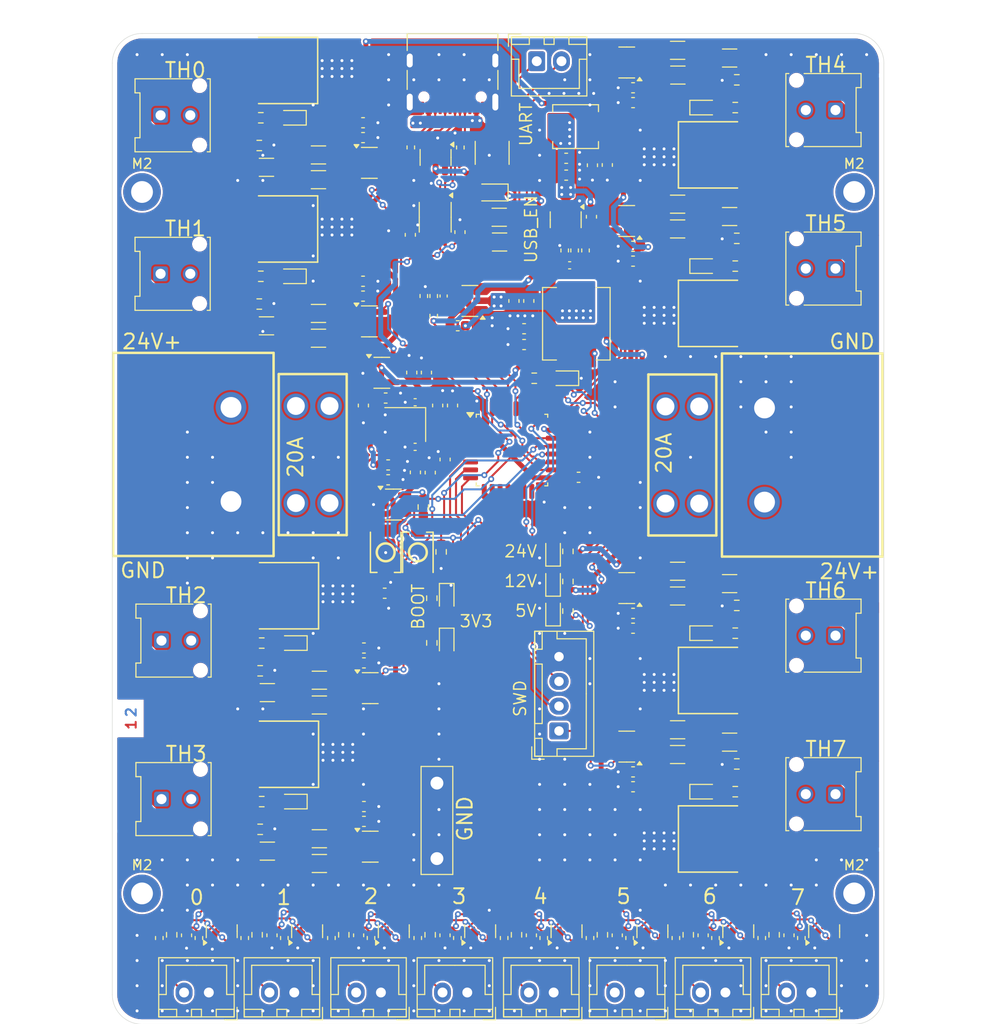
<source format=kicad_pcb>
(kicad_pcb (version 20241229) (generator "pcbnew") (generator_version "9.0")
  (layers (0 "F.Cu" signal) (2 "B.Cu" signal) (13 "F.Paste" user) (15 "B.Paste" user) (5 "F.SilkS" user "F.Silkscreen") (7 "B.SilkS" user "B.Silkscreen") (1 "F.Mask" user) (3 "B.Mask" user) (25 "Edge.Cuts" user))
  (net 0 "")
  (net 1 "+24V")
  (net 2 "GND")
  (net 3 "Net-(U1-BOOT)")
  (net 4 "Net-(U1-SW)")
  (net 5 "+5V")
  (net 6 "Net-(U4-PF0)")
  (net 7 "Net-(U1-FB)")
  (net 8 "+3.3VA")
  (net 9 "+3.3V")
  (net 10 "Net-(C17-Pad1)")
  (net 11 "Net-(U4-PF1)")
  (net 12 "RST")
  (net 13 "TH0")
  (net 14 "TH1")
  (net 15 "TH2")
  (net 16 "TH3")
  (net 17 "TH4")
  (net 18 "TH5")
  (net 19 "TH6")
  (net 20 "TH7")
  (net 21 "TH8")
  (net 22 "TH9")
  (net 23 "Net-(U5-SW)")
  (net 24 "Net-(U5-BOOT)")
  (net 25 "+12V")
  (net 26 "Net-(U5-FB)")
  (net 27 "Net-(C28-Pad1)")
  (net 28 "VBUS")
  (net 29 "Net-(D1-A)")
  (net 30 "Net-(D2-A)")
  (net 31 "Net-(D3-A)")
  (net 32 "Net-(D4-A)")
  (net 33 "Net-(D1-K)")
  (net 34 "Net-(D2-K)")
  (net 35 "Net-(D3-K)")
  (net 36 "Net-(D8-K-Pad3)")
  (net 37 "Net-(D9-K-Pad3)")
  (net 38 "Net-(D4-K)")
  (net 39 "Net-(D6-A)")
  (net 40 "Net-(D6-K)")
  (net 41 "Net-(D7-A)")
  (net 42 "Net-(D15-A)")
  (net 43 "Net-(D7-K)")
  (net 44 "Net-(D11-A)")
  (net 45 "Net-(D12-A)")
  (net 46 "Net-(D13-A)")
  (net 47 "Net-(D14-A)")
  (net 48 "Net-(D16-K-Pad3)")
  (net 49 "Net-(D19-A)")
  (net 50 "Net-(D19-K)")
  (net 51 "Net-(D17-K-Pad3)")
  (net 52 "Net-(D20-K-Pad3)")
  (net 53 "Net-(D21-K-Pad3)")
  (net 54 "Net-(D22-A)")
  (net 55 "Net-(D22-K)")
  (net 56 "Net-(D23-K-Pad3)")
  (net 57 "Net-(D24-K-Pad3)")
  (net 58 "Net-(F1-Pad1)")
  (net 59 "Net-(J17-Pin_1)")
  (net 60 "Net-(J18-Pin_1)")
  (net 61 "Net-(J14-Pin_2)")
  (net 62 "Net-(J15-Pin_2)")
  (net 63 "Net-(J20-Pin_2)")
  (net 64 "Net-(J21-Pin_2)")
  (net 65 "Net-(J22-Pin_2)")
  (net 66 "Net-(J23-Pin_2)")
  (net 67 "Net-(J10-Pin_2)")
  (net 68 "Net-(J11-Pin_2)")
  (net 69 "RX")
  (net 70 "TX")
  (net 71 "SWCLK")
  (net 72 "SWDIO")
  (net 73 "D_-")
  (net 74 "D_+")
  (net 75 "CC1")
  (net 76 "CC2")
  (net 77 "Net-(Q1-G)")
  (net 78 "Net-(Q2-G)")
  (net 79 "Net-(Q3-G)")
  (net 80 "Net-(Q4-G)")
  (net 81 "Net-(Q5-G)")
  (net 82 "Net-(Q6-G)")
  (net 83 "Net-(Q7-G)")
  (net 84 "Net-(Q8-G)")
  (net 85 "BOOT")
  (net 86 "Net-(R4-Pad2)")
  (net 87 "Net-(R5-Pad2)")
  (net 88 "Net-(U2-OUTH)")
  (net 89 "Net-(R11-Pad1)")
  (net 90 "Net-(U3-OUTH)")
  (net 91 "Net-(U7-OUTH)")
  (net 92 "Net-(U7-OUTL)")
  (net 93 "Net-(U2-OUTL)")
  (net 94 "Net-(U3-OUTL)")
  (net 95 "Net-(R18-Pad2)")
  (net 96 "Net-(U6-OUTH)")
  (net 97 "Net-(R19-Pad2)")
  (net 98 "Net-(U6-OUTL)")
  (net 99 "Net-(U10-OUTH)")
  (net 100 "Net-(U9-TXD)")
  (net 101 "Net-(U10-OUTL)")
  (net 102 "Net-(U9-RXD)")
  (net 103 "Net-(R32-Pad2)")
  (net 104 "Net-(R42-Pad2)")
  (net 105 "Net-(U14-OUTH)")
  (net 106 "Net-(R67-Pad2)")
  (net 107 "Net-(U14-OUTL)")
  (net 108 "Net-(R78-Pad2)")
  (net 109 "Net-(U13-OUTH)")
  (net 110 "Net-(U13-OUTL)")
  (net 111 "Net-(U15-OUTH)")
  (net 112 "Net-(U15-OUTL)")
  (net 113 "HEATER7")
  (net 114 "HEATER6")
  (net 115 "HEATER0")
  (net 116 "HEATER1")
  (net 117 "HEATER3")
  (net 119 "HEATER2")
  (net 120 "HEATER5")
  (net 121 "HEATER4")
  (net 130 "Net-(D25-A)")
  (net 131 "ACT")
  (footprint "Resistor_SMD:R_1206_3216Metric" (layer "F.Cu") (at 131.93901 51.985)
    (property "Reference" "R11" (hide yes))
    (property "Value" "12")
  )
  (footprint "Capacitor_SMD:C_0603_1608Metric" (layer "F.Cu") (at 179.445 128.25 -90)
    (property "Reference" "C56" (hide yes))
    (property "Value" "0.1uF")
  )
  (footprint "Resistor_SMD:R_1206_3216Metric" (layer "F.Cu") (at 126.68901 66.735)
    (property "Reference" "R22" (hide yes))
    (property "Value" "0")
  )
  (footprint "Capacitor_SMD:C_0603_1608Metric" (layer "F.Cu") (at 163.7 95.755 180)
    (property "Reference" "C1" (hide yes))
    (property "Value" "10uF")
  )
  (footprint "Capacitor_SMD:C_0603_1608Metric" (layer "F.Cu") (at 142.8375 71.45 90)
    (property "Reference" "C42" (hide yes))
    (property "Value" "1uF")
  )
  (footprint "LED_SMD:LED_0603_1608Metric" (layer "F.Cu") (at 156.725 72.025 180)
    (property "Reference" "D25" (hide yes))
    (property "Value" "LED")
  )
  (footprint "Resistor_SMD:R_1206_3216Metric" (layer "F.Cu") (at 173.45 92.755 180)
    (property "Reference" "R7" (hide yes))
    (property "Value" "0")
  )
  (footprint "Capacitor_SMD:C_1812_4532Metric" (layer "F.Cu") (at 149.475 49.275 -90)
    (property "Reference" "F1" (hide yes))
    (property "Value" "1A")
  )
  (footprint "LED_SMD:LED_0603_1608Metric" (layer "F.Cu") (at 144.885 94.225 -90)
    (property "Reference" "D14" (hide yes))
    (property "Value" "LED")
  )
  (footprint "Connector_Molex:Molex_Micro-Fit_3.0_43045-0212_2x01_P3.00mm_Vertical" (layer "F.Cu") (at 115.99901 45.485 90)
    (property "Reference" "J2" (hide yes))
    (property "Value" "HEATER0")
  )
  (footprint "Resistor_SMD:R_0603_1608Metric" (layer "F.Cu") (at 174.01875 60.705)
    (property "Reference" "R77" (hide yes))
    (property "Value" "4.7k")
  )
  (footprint "Package_TO_SOT_SMD:SOT-23" (layer "F.Cu") (at 174.325 127.8375 90)
    (property "Reference" "D21" (hide yes))
    (property "Value" "BAV99")
  )
  (footprint "MountingHole:MountingHole_2.2mm_M2_DIN965_Pad" (layer "F.Cu") (at 186.025 124.025)
    (property "Reference" "M2")
    (property "Value" "MountingHole_2.2mm_M2_DIN965_Pad")
  )
  (footprint "Resistor_SMD:R_0603_1608Metric" (layer "F.Cu") (at 177.945 128.2 90)
    (property "Reference" "R83" (hide yes))
    (property "Value" "4.7k")
  )
  (footprint "Resistor_SMD:R_1206_3216Metric" (layer "F.Cu") (at 132.02901 118.505 180)
    (property "Reference" "R42" (hide yes))
    (property "Value" "68")
  )
  (footprint "Resistor_SMD:R_1206_3216Metric" (layer "F.Cu") (at 168.2 56.955)
    (property "Reference" "R78" (hide yes))
    (property "Value" "68")
  )
  (footprint "easyeda2kicad:SW-SMD_L3.9-W3.0-P4.45" (layer "F.Cu") (at 138.725 89.595 90)
    (property "Reference" "SW1" (hide yes))
    (property "Value" "SW_Push")
  )
  (footprint "Resistor_SMD:R_0402_1005Metric" (layer "F.Cu") (at 115.87 128.525 -90)
    (property "Reference" "R44" (hide yes))
    (property "Value" "2.37k")
  )
  (footprint "easyeda2kicad:TO-252-2_L6.6-W6.1-P4.57-LS9.9-TL-CW" (layer "F.Cu") (at 169.74 65.475)
    (property "Reference" "Q8" (hide yes))
    (property "Value" "AOD4184A")
  )
  (footprint "Capacitor_SMD:C_0603_1608Metric" (layer "F.Cu") (at 143.975 74.775 90)
    (property "Reference" "C3" (hide yes))
    (property "Value" "4.7uF")
  )
  (footprint "Package_TO_SOT_SMD:SOT-23-6" (layer "F.Cu") (at 137.16651 103.305)
    (property "Reference" "U10" (hide yes))
    (property "Value" "UCC27511ADBV")
  )
  (footprint "easyeda2kicad:CONN-TH_2P-P9.50_DBT50G-9.5-2P" (layer "F.Cu") (at 123.10901 79.715 -90)
    (property "Reference" "J17" (hide yes))
    (property "Value" "Conn_01x02_Socket")
  )
  (footprint "MountingHole:MountingHole_2.2mm_M2_DIN965_Pad" (layer "F.Cu") (at 186.025 53.225)
    (property "Reference" "M2")
    (property "Value" "MountingHole_2.2mm_M2_DIN965_Pad")
  )
  (footprint "Resistor_SMD:R_1206_3216Metric" (layer "F.Cu") (at 126.77901 103.755)
    (property "Reference" "R33" (hide yes))
    (property "Value" "0")
  )
  (footprint "Resistor_SMD:R_0603_1608Metric" (layer "F.Cu") (at 174.01875 97.755)
    (property "Reference" "R1" (hide yes))
    (property "Value" "4.7k")
  )
  (footprint "Package_TO_SOT_SMD:SOT-23-6" (layer "F.Cu") (at 143.763 49.737 -90)
    (property "Reference" "U8" (hide yes))
    (property "Value" "SRV05-4")
  )
  (footprint "Capacitor_SMD:C_0603_1608Metric" (layer "F.Cu") (at 156.95 49.825)
    (property "Reference" "C25" (hide yes))
    (property "Value" "0.1uF")
  )
  (footprint "Resistor_SMD:R_1206_3216Metric" (layer "F.Cu") (at 126.77901 119.755)
    (property "Reference" "R43" (hide yes))
    (property "Value" "0")
  )
  (footprint "Capacitor_SMD:C_0603_1608Metric" (layer "F.Cu") (at 153.175 64.225 -90)
    (property "Reference" "C11" (hide yes))
    (property "Value" "10uF")
  )
  (footprint "Capacitor_SMD:C_0603_1608Metric" (layer "F.Cu") (at 159.5 55.725 90)
    (property "Reference" "C23" (hide yes))
    (property "Value" "0.1uF")
  )
  (footprint "Resistor_SMD:R_1206_3216Metric" (layer "F.Cu") (at 173.45 39.705 180)
    (property "Reference" "R68" (hide yes))
    (property "Value" "0")
  )
  (footprint "Connector_Molex:Molex_Micro-Fit_3.0_43045-0212_2x01_P3.00mm_Vertical" (layer "F.Cu") (at 184.14 44.955 -90)
    (property "Reference" "J13" (hide yes))
    (property "Value" "HEATER4")
  )
  (footprint "Capacitor_SMD:C_0603_1608Metric" (layer "F.Cu") (at 153.435 128.25 -90)
    (property "Reference" "C44" (hide yes))
    (property "Value" "0.1uF")
  )
  (footprint "Connector_Molex:Molex_Micro-Fit_3.0_43045-0212_2x01_P3.00mm_Vertical" (layer "F.Cu") (at 184.14 114.005 -90)
    (property "Reference" "J3" (hide yes))
    (property "Value" "HEATER7")
  )
  (footprint "Resistor_SMD:R_0402_1005Metric" (layer "F.Cu") (at 119.87 128.525 -90)
    (property "Reference" "R45" (hide yes))
    (property "Value" "2.37k")
  )
  (footprint "Capacitor_SMD:C_0603_1608Metric" (layer "F.Cu") (at 136.52901 116.755)
    (property "Reference" "C38" (hide yes))
    (property "Value" "0.1uF")
  )
  (footprint "Capacitor_SMD:C_0603_1608Metric" (layer "F.Cu") (at 146.225 57.275 90)
    (property "Reference" "C30" (hide yes))
    (property "Value" "0.1uF")
  )
  (footprint "Resistor_SMD:R_0603_1608Metric" (layer "F.Cu") (at 126.12026 61.735 180)
    (property "Reference" "R17" (hide yes))
    (property "Value" "4.7k")
  )
  (footprint "Package_SO:MSOP-10_3x3mm_P0.5mm" (layer "F.Cu") (at 143.725 55.775 -90)
    (property "Reference" "U9" (hide yes))
    (property "Value" "CH340E")
  )
  (footprint "Capacitor_SMD:C_0603_1608Metric" (layer "F.Cu") (at 136.475 74.775 -90)
    (property "Reference" "C40" (hide yes))
    (property "Value" "1uF")
  )
  (footprint "Capacitor_SMD:C_0603_1608Metric" (layer "F.Cu") (at 135.995 128.25 -90)
    (property "Reference" "C53" (hide yes))
    (property "Value" "0.1uF")
  )
  (footprint "Connector_JST:JST_XH_B2B-XH-A_1x02_P2.50mm_Vertical" (layer "F.Cu") (at 129.495 134.025 180)
    (property "Reference" "J14" (hide yes))
    (property "Value" "TH1")
  )
  (footprint "Connector_JST:JST_XH_B2B-XH-A_1x02_P2.50mm_Vertical" (layer "F.Cu") (at 164.355 134.025 180)
    (property "Reference" "J15" (hide yes))
    (property "Value" "TH5")
  )
  (footprint "Capacitor_SMD:C_0603_1608Metric" (layer "F.Cu") (at 136.43901 63.735)
    (property "Reference" "C21" (hide yes))
    (property "Value" "10uF")
  )
  (footprint "Connector_JST:JST_XH_B2B-XH-A_1x02_P2.50mm_Vertical" (layer "F.Cu") (at 120.87 134.025 180)
    (property "Reference" "J10" (hide yes))
    (property "Value" "TH0")
  )
  (footprint "Capacitor_SMD:C_0603_1608Metric" (layer "F.Cu") (at 141.725 81.525 -90)
    (property "Reference" "C7" (hide yes))
    (property "Value" "10nF")
  )
  (footprint "Resistor_SMD:R_0402_1005Metric" (layer "F.Cu") (at 124.495 128.525 -90)
    (property "Reference" "R61" (hide yes))
    (property "Value" "2.37k")
  )
  (footprint "Resistor_SMD:R_0402_1005Metric" (layer "F.Cu") (at 180.695 128.525 -90)
    (property "Reference" "R87" (hide yes))
    (property "Value" "2.37k")
  )
  (footprint "Capacitor_SMD:C_0603_1608Metric" (layer "F.Cu") (at 138.975 80.775)
    (property "Reference" "C33" (hide yes))
    (property "Value" "0.1uF")
  )
  (footprint "Resistor_SMD:R_0603_1608Metric" (layer "F.Cu") (at 174.01875 113.755)
    (property "Reference" "R16" (hide yes))
    (property "Value" "4.7k")
  )
  (footprint "Capacitor_SMD:C_0603_1608Metric" (layer "F.Cu") (at 136.43901 47.735)
    (property "Reference" "C8" (hide yes))
    (property "Value" "10uF")
  )
  (footprint "Capacitor_SMD:C_0603_1608Metric" (layer "F.Cu") (at 170.775 128.25 -90)
    (property "Reference" "C54" (hide yes))
    (property "Value" "0.1uF")
  )
  (footprint "Package_TO_SOT_SMD:SOT-23-6" (layer "F.Cu") (at 163.0625 56.155 180)
    (property "Reference" "U15" (hide yes))
    (property "Value" "UCC27511ADBV")
  )
  (footprint "Capacitor_SMD:C_0603_1608Metric" (layer "F.Cu") (at 152.7 67.025 180)
    (property "Reference" "C14" (hide yes))
    (property "Value" "22uF")
  )
  (footprint "Package_TO_SOT_SMD:SOT-23" (layer "F.Cu") (at 139.545 127.8375 90)
    (property "Reference" "D20" (hide yes))
    (property "Value" "BAV99")
  )
  (footprint "Resistor_SMD:R_1206_3216Metric" (layer "F.Cu") (at 132.02901 102.505 180)
    (property "Reference" "R32" (hide yes))
    (property "Value" "68")
  )
  (footprint "Capacitor_SMD:C_0402_1005Metric" (layer "F.Cu") (at 144.575 63.725 90)
    (property "Reference" "C17" (hide yes))
    (property "Value" "75pF")
  )
  (footprint "Capacitor_SMD:C_0603_1608Metric" (layer "F.Cu") (at 138.625 93.725)
    (property "Reference" "C15" (hide yes))
    (property "Value" "0.1uF")
  )
  (footprint "Resistor_SMD:R_0603_1608Metric" (layer "F.Cu") (at 151.935 128.2 90)
    (property "Reference" "R40" (hide yes))
    (property "Value" "4.7k")
  )
  (footprint "Capacitor_SMD:C_0603_1608Metric" (layer "F.Cu") (at 161.1 50.5 -90)
    (property "Reference" "C27" (hide yes))
    (property "Value" "22uF")
  )
  (footprint "Resistor_SMD:R_0603_1608Metric" (layer "F.Cu") (at 125.745 128.2 90)
    (property "Reference" "R58" (hide yes))
    (property "Value" "4.7k")
  )
  (footprint "Resistor_SMD:R_0402_1005Metric" (layer "F.Cu") (at 143.575 63.725 90)
    (property "Reference" "R12" (hide yes))
    (property "Value" "100k")
  )
  (footprint "Capacitor_SMD:C_0603_1608Metric" (layer "F.Cu") (at 151.675 64.225 -90)
    (property "Reference" "C12" (hide yes))
    (property "Value" "0.1uF")
  )
  (footprint "Package_TO_SOT_SMD:SOT-23" (layer "F.Cu") (at 182.995 127.8375 90)
    (property "Reference" "D24" (hide yes))
    (property "Value" "BAV99")
  )
  (footprint "Package_TO_SOT_SMD:SOT-23-5" (layer "F.Cu") (at 138.3375 71.475)
    (property "Reference" "U12" (hide yes))
    (property "Value" "TLV73333PDBV")
  )
  (footprint "Capacitor_SMD:C_0603_1608Metric" (layer "F.Cu") (at 159.6 50.525 -90)
    (property "Reference" "C26" (hide yes))
    (property "Value" "22uF")
  )
  (footprint "Capacitor_SMD:C_0603_1608Metric" (layer "F.Cu") (at 163.7 111.755 180)
    (property "Reference" "C19" (hide yes))
    (property "Value" "10uF")
  )
  (footprint "Resistor_SMD:R_0402_1005Metric" (layer "F.Cu") (at 141.965 128.525 -90)
    (property "Reference" "R84" (hide yes))
    (property "Value" "2.37k")
  )
  (footprint "Resistor_SMD:R_0402_1005Metric" (layer "F.Cu") (at 168.025 128.525 -90)
    (property "Reference" "R75" (hide yes))
    (property "Value" "2.37k")
  )
  (footprint "Package_TO_SOT_SMD:SOT-23" (layer "F.Cu") (at 156.985 127.8375 90)
    (property "Reference" "D9" (hide yes))
    (property "Value" "BAV99")
  )
  (footprint "easyeda2kicad:TO-252-2_L6.6-W6.1-P4.57-LS9.9-TL-CW" (layer "F.Cu") (at 169.74 102.525)
    (property "Reference" "Q1" (hide yes))
    (property "Value" "AOD4184A")
  )
  (footprint "Resistor_SMD:R_0603_1608Metric" (layer "F.Cu") (at 160.605 128.2 90)
    (property "Reference" "R59" (hide yes))
    (property "Value" "4.7k")
  )
  (footprint "Capacitor_SMD:C_0603_1608Metric" (layer "F.Cu") (at 144.715 128.25 -90)
    (property "Reference" "C55" (hide yes))
    (property "Value" "0.1uF")
  )
  (footprint "Resistor_SMD:R_1206_3216Metric" (layer "F.Cu") (at 132.02901 121.005)
    (property "Reference" "R50" (hide yes))
    (property "Value" "12")
  )
  (footprint "Capacitor_SMD:C_0603_1608Metric" (layer "F.Cu") (at 145.475 74.775 90)
    (property "Reference" "C4" (hide yes))
    (property "Value" "0.1uF")
  )
  (footprint "Capacitor_SMD:C_0603_1608Metric" (layer "F.Cu") (at 138.725 74.025)
    (property "Reference" "C39" (hide yes))
    (property "Value" "0.1uF")
  )
  (footprint "Capacitor_SMD:C_0603_1608Metric" (layer "F.Cu") (at 163.7 58.705 180)
    (property "Reference" "C51" (hide yes))
    (property "Value" "10uF")
  )
  (footprint "Resistor_SMD:R_0603_1608Metric" (layer "F.Cu") (at 117.12 128.2 90)
    (property "Reference" "R39" (hide yes))
    (property "Value" "4.7k")
  )
  (footprint "Package_TO_SOT_SMD:SOT-23-6" (layer "F.Cu") (at 163.0625 109.205 180)
    (property "Reference" "U6" (hide yes))
    (property "Value" "UCC27511ADBV")
  )
  (footprint "Capacitor_SMD:C_0603_1608Metric" (layer "F.Cu") (at 118.62 128.25 -90)
    (property "Reference" "C43" (hide yes))
    (property "Value" "0.1uF")
  )
  (footprint "Connector_Molex:Molex_Micro-Fit_3.0_43045-0212_2x01_P3.00mm_Vertical" (layer "F.Cu") (at 184.14 60.955 -90)
    (property "Reference" "J19" (hide yes))
    (property "Value" "HEATER5")
  )
  (footprint "Diode_SMD:D_SOD-323" (layer "F.Cu") (at 149.475 53.275 180)
    (property "Reference" "D5" (hide yes))
    (property "Value" "CUS10S30")
  )
  (footprint "Capacitor_SMD:C_0603_1608Metric" (layer "F.Cu") (at 141.2125 57.55 90)
    (property "Reference" "C29" (hide yes))
    (property "Value" "0.1uF")
  )
  (footprint "LED_SMD:LED_0603_1608Metric" (layer "F.Cu") (at 155.625 95.5375 90)
    (property "Reference" "D13" (hide yes))
    (property "Value" "LED")
  )
  (footprint "Package_TO_SOT_SMD:SOT-23" (layer "F.Cu") (at 122.17 127.8375 90)
    (property "Reference" "D8" (hide yes))
    (property "Value" "BAV99")
  )
  (footprint "Capacitor_SMD:C_0603_1608Metric" (layer "F.Cu") (at 163.7 42.705 180)
    (property "Reference" "C47" (hide yes))
    (property "Value" "0.1uF")
  )
  (footprint "Package_TO_SOT_SMD:SOT-23-6" (layer "F.Cu") (at 137.16651 119.305)
    (property "Reference" "U13" (hide yes))
    (property "Value" "UCC27511ADBV")
  )
  (footprint "Capacitor_SMD:C_0603_1608Metric" (layer "F.Cu") (at 143.225 81.55 90)
    (property "Reference" "C36" (hide yes))
    (property "Value" "1uF")
  )
  (footprint "Capacitor_SMD:C_0603_1608Metric" (layer "F.Cu") (at 136.43901 46.235)
    (property "Reference" "C9" (hide yes))
    (property "Value" "0.1uF")
  )
  (footprint "Capacitor_SMD:C_0402_1005Metric" (layer "F.Cu") (at 157.3 60.625 180)
    (property "Reference" "C28" (hide yes))
    (property "Value" "75pF")
  )
  (footprint "Resistor_SMD:R_0402_1005Metric" (layer "F.Cu") (at 157.8 59.125 -90)
    (property "Reference" "R27" (hide yes))
    (property "Value" "100k")
  )
  (footprint "LED_SMD:LED_0603_1608Metric" (layer "F.Cu") (at 155.625 92.5375 90)
    (property "Reference" "D12" (hide yes))
    (property "Value" "LED")
  )
  (footprint "Resistor_SMD:R_1206_3216Metric" (layer "F.Cu") (at 131.93901 49.485 180)
    (property "Reference" "R6" (hide yes))
    (property "Value" "68")
  )
  (footprint "Resistor_SMD:R_1206_3216Metric" (layer "F.Cu") (at 126.68901 50.735)
    (property "Reference" "R8" (hide yes))
    (property "Value" "0")
  )
  (footprint "Capacitor_SMD:C_0603_1608Metric" (layer "F.Cu") (at 156.95 51.525)
    (property "Reference" "C24" (hide yes))
    (property "Value" "10uF")
  )
  (footprint "Resistor_SMD:R_1206_3216Metric" (layer "F.Cu") (at 168.2 94.005)
    (property "Reference" "R5" (hide yes))
    (property "Value" "68")
  )
  (footprint "Connector_JST:JST_XH_B2B-XH-A_1x02_P2.50mm_Vertical" (layer "F.Cu") (at 146.965 134.025 180)
    (property "Reference" "J22" (hide yes))
    (property "Value" "TH3")
  )
  (footprint "Resistor_SMD:R_0402_1005Metric" (layer "F.Cu") (at 158.9 59.125 -90)
    (property "Reference" "R21" (hide yes))
    (property "Value" "50")
  )
  (footprint "Resistor_SMD:R_1206_3216Metric" (layer "F.Cu") (at 150.1875 55.775)
    (property "Reference" "R29" (hide yes))
    (property "Value" "0")
  )
  (footprint "Resistor_SMD:R_0402_1005Metric" (layer "F.Cu") (at 128.495 128.525 -90)
    (property "Reference" "R62" (hide yes))
    (property "Value" "2.37k")
  )
  (footprint "Resistor_SMD:R_0603_1608Metric" (layer "F.Cu") (at 126.21026 98.755 180)
    (property "Reference" "R30" (hide yes))
    (property "Value" "4.7k")
  )
  (footprint "Capacitor_SMD:C_0603_1608Metric" (layer "F.Cu") (at 158.2 82.025)
    (property "Reference" "C5" (hide yes))
    (property "Value" "0.1uF")
  )
  (footprint "Capacitor_SMD:C_0402_1005Metric" (layer "F.Cu") (at 141.7 74.45 180)
    (property "Reference" "C16" (hide yes))
    (property "Value" "14pF")
  )
  (footprint "Resistor_SMD:R_1206_3216Metric" (layer "F.Cu") (at 168.2 107.505 180)
    (property "Reference" "R23" (hide yes))
    (property "Value" "12")
  )
  (footprint "Resistor_SMD:R_0603_1608Metric" (layer "F.Cu") (at 153.725 72.025)
    (property "Reference" "R88" (hide yes))
    (property "Value" "1k")
  )
  (footprint "easyeda2kicad:TO-252-2_L6.6-W6.1-P4.57-LS9.9-TL-CW" (layer "F.Cu") (at 130.39901 40.965 180)
    (property "Reference" "Q2" (hide yes))
    (property "Value" "AOD4184A")
  )
  (footprint "easyeda2kicad:SW-SMD_L3.9-W3.0-P4.45" (layer "F.Cu") (at 141.975 89.595 -90)
    (property "Reference" "SW2" (hide yes))
    (property "Value" "SW_Push")
  )
  (footprint "Resistor_SMD:R_0603_1608Metric" (layer "F.Cu") (at 134.495 128.2 90)
    (property "Reference" "R71" (hide yes))
    (property "Value" "4.7k")
  )
  (footprint "TestPoint:TestPoint_Bridge_Pitch7.62mm_Drill1.3mm" (layer "F.Cu") (at 143.9 120.51 90)
    (property "Reference" "TP1" (hide yes))
    (property "Value" "OSC GND")
  )
  (footprint "Capacitor_SMD:C_0603_1608Metric" (layer "F.Cu") (at 163.7 44.205 180)
    (property "Reference" "C46" (hide yes))
    (property "Value" "10uF")
  )
  (footprint "Resistor_SMD:R_0603_1608Metric" (layer "F.Cu") (at 126.12026 45.735 180)
    (property "Reference" "R2" (hide yes))
    (property "Value" "4.7k")
  )
  (footprint "Resistor_SMD:R_1206_3216Metric" (layer "F.Cu") (at 150.225 58.275)
    (property "Reference" "R31" (hide yes))
    (property "Value" "0")
  )
  (footprint "Package_TO_SOT_SMD:SOT-23-5" (layer "F.Cu") (at 139.5 84.775)
    (property "Reference" "U11" (hide yes))
    (property "Value" "TLV73333PDBV")
  )
  (footprint "easyeda2kicad:TO-252-2_L6.6-W6.1-P4.57-LS9.9-TL-CW" (layer "F.Cu") (at 169.74 49.475)
    (property "Reference" "Q7" (hide yes))
    (property "Value" "AOD4184A")
  )
  (footprint "Resistor_SMD:R_1206_3216Metric" (layer "F.Cu") (at 131.93901 65.485 180)
    (property "Reference" "R19" (hide yes))
    (property "Value" "68")
  )
  (footprint "Capacitor_SMD:C_0402_1005Metric" (layer "F.Cu") (at 141.7 78.95 180)
    (property "Reference" "C18" (hide yes))
    (property "Value" "14pF")
  )
  (footprint "Connector_JST:JST_XH_B2B-XH-A_1x02_P2.50mm_Vertical" (layer "F.Cu") (at 138.245 134.025 180)
    (property "Reference" "J20" (hide yes))
    (property "Value" "TH2")
  )
  (footprint "LED_SMD:LED_0603_1608Metric" (layer "F.Cu") (at 129.22026 45.735 180)
    (property "Reference" "D2" (hide yes))
    (property "Value" "LED")
  )
  (footprint "Resistor_SMD:R_0402_1005Metric" (layer "F.Cu") (at 142.575 63.725 90)
    (property "Reference" "R15" (hide yes))
    (property "Value" "13.3k")
  )
  (footprint "Resistor_SMD:R_1206_3216Metric" (layer "F.Cu") (at 173.45 55.705 180)
    (property "Reference" "R79" (hide yes))
    (property "Value" "0")
  )
  (footprint "Connector_JST:JST_XH_B2B-XH-A_1x02_P2.50mm_Vertical" (layer "F.Cu") (at 155.685 134.025 180)
    (property "Reference" "J11" (hide yes))
    (property "Value" "TH4")
  )
  (footprint "Inductor_SMD:L_TechFuse_SL0650" (layer "F.Cu") (at 157.975 66.525 -90)
    (property "Reference" "L1" (hide yes))
    (property "Value" "15uH")
  )
  (footprint "Connector_JST:JST_XH_B4B-XH-A_1x04_P2.50mm_Vertical" (layer "F.Cu") (at 156.225 107.625 90)
    (property "Reference" "J4" (hide yes))
    (property "Value" "SWD")
  )
  (footprint "Package_QFP:LQFP-32_7x7mm_P0.8mm" (layer "F.Cu") (at 151.475 79.275)
    (property "Reference" "U4" (hide yes))
    (property "Value" "STM32F030K6Tx")
  )
  (footprint "Connector_Molex:Molex_Micro-Fit_3.0_43045-0212_2x01_P3.00mm_Vertical" (layer "F.Cu") (at 184.14 98.005 -90)
    (property "Reference" "J1" (hide yes))
    (property "Value" "HEATER6")
  )
  (footprint "MountingHole:MountingHole_2.2mm_M2_DIN965_Pad" (layer "F.Cu") (at 114.125 53.225)
    (property "Reference" "M2")
    (property "Value" "MountingHole_2.2mm_M2_DIN965_Pad")
  )
  (footprint "easyeda2kicad:FUSE-TH_4P-L16.0-W6.7" (layer "F.Cu") (at 131.35901 79.725 -90)
    (property "Reference" "F2" (hide yes))
    (property "Value" "20A")
  )
  (footprint "easyeda2kicad:TO-252-2_L6.6-W6.1-P4.57-LS9.9-TL-CW" (layer "F.Cu") (at 130.48901 109.985 180)
    (property "Reference" "Q6" (hide yes))
    (property "Value" "AOD4184A")
  )
  (footprint "Symbol:LayerMarker_2_3.81x2.54mm_TextH1mm_P1.27mm" (layer "F.Cu") (at 114.3 107 90)
    (property "Reference" "REF**" (hide yes))
    (property "Value" "LayerMarker_2_3.81x2.54mm_TextH1mm_P1.27mm" (hide yes))
  )
  (footprint "Resistor_SMD:R_1206_3216Metric" (layer "F.Cu") (at 168.2 54.455 180)
    (property "Reference" "R80" (hide yes))
    (property "Value" "12")
  )
  (footprint "Crystal:Crystal_SMD_3225-4Pin_3.2x2.5mm" (layer "F.Cu") (at 140.7 76.7 180)
    (property "Reference" "Y1" (hide yes))
    (property "Value" "24MHz")
  )
  (footprint "Capacitor_SMD:C_0603_1608Metric" (layer "F.Cu") (at 136.52901 100.755)
    (property "Reference" "C31" (hide yes))
    (property "Value" "10uF")
  )
  (footprint "LED_SMD:LED_0603_1608Metric" (layer "F.Cu") (at 170.91875 44.705)
    (property "Reference" "D19" (hide yes))
    (property "Value" "LED")
  )
  (footprint "Capacitor_SMD:C_0603_1608Metric" (layer "F.Cu") (at 163.7 60.205 180)
    (property "Reference" "C52" (hide yes))
    (property "Value" "0.1uF")
  )
  (footprint "LED_SMD:LED_0603_1608Metric" (layer "F.Cu") (at 155.625 89.5 90)
    (property "Reference" "D11" (hide yes))
    (property "Value" "LED")
  )
  (footprint "easyeda2kicad:TO-252-2_L6.6-W6.1-P4.57-LS9.9-TL-CW" (layer "F.Cu") (at 130.39901 56.965 180)
    (property "Reference" "Q4" (hide yes))
    (property "Value" "AOD4184A")
  )
  (footprint "Resistor_SMD:R_0603_1608Metric" (layer "F.Cu") (at 174.175 57.905 180)
    (property "Reference" "R81" (hide yes))
    (property "Value" "100k")
  )
  (footprint "LED_SMD:LED_0603_1608Metric" (layer "F.Cu") (at 170.91875 97.755)
    (property "Reference" "D1" (hide yes))
    (property "Value" "LED")
  )
  (footprint "Capacitor_SMD:C_0603_1608Metric" (layer "F.Cu") (at 136.52901 99.255)
    (property "Reference" "C32" (hide yes))
    (property "Value" "0.1uF")
  )
  (footprint "Capacitor_SMD:C_0603_1608Metric" (layer "F.Cu") (at 127.245 128.25 -90)
    (property "Reference" "C48" (hide yes))
    (property "Value" "0.1uF")
  )
  (footprint "Resistor_SMD:R_0603_1608Metric" (layer "F.Cu") (at 174.175 110.955 180)
    (property "Reference" "R25" (hide yes))
    (property "Value" "100k")
  )
  (footprint "easyeda2kicad:TO-252-2_L6.6-W6.1-P4.57-LS9.9-TL-CW" (layer "F.Cu") (at 169.74 118.525)
    (property "Reference" "Q3" (hide yes))
    (property "Value" "AOD4184A")
  )
  (footprint "Resistor_SMD:R_0402_1005Metric" (layer "F.Cu") (at 133.245 128.525 -90)
    (property "Reference" "R73" (hide yes))
    (property "Value" "2.37k")
  )
  (footprint "Resistor_SMD:R_0402_1005Metric" (layer "F.Cu") (at 159.355 128.525 -90)
    (property "Reference" "R63" (hide yes))
    (property "Value" "2.37k")
  )
  (footprint "MountingHole:MountingHole_2.2mm_M2_DIN965_Pad" (layer "F.Cu") (at 114.125 124.025)
    (property "Reference" "M2")
    (property "Value" "MountingHole_2.2mm_M2_DIN965_Pad")
  )
  (footprint "Resistor_SMD:R_0603_1608Metric" (layer "F.Cu") (at 143.385 98.7375 -90)
    (property "Reference" "R56" (hide yes))
    (property "Value" "1k")
  )
  (footprint "Package_TO_SOT_SMD:SOT-23-6" (layer "F.Cu") (at 137.07651 50.285)
    (property "Reference" "U3" (hide yes))
    (property "Value" "UCC27511ADBV")
  )
  (footprint "Resistor_SMD:R_0402_1005Metric" (layer "F.Cu") (at 145.965 128.525 -90)
    (property "Reference" "R85" (hide yes))
    (property "Value" "2.37k")
  )
  (footprint "Capacitor_SMD:C_0603_1608Metric" (layer "F.Cu") (at 152.7 68.625 180)
    (property "Reference" "C13" (hide yes))
    (property "Value" "22uF")
  )
  (footprint "Resistor_SMD:R_0402_1005Metric" (layer "F.Cu") (at 176.695 128.525 -90)
    (property "Reference" "R86" (hide yes))
    (property "Value" "2.37k")
  )
  (footprint "Resistor_SMD:R_0402_1005Metric" (layer "F.Cu") (at 154.685 128.525 -90)
    (property "Reference" "R47" (hide yes))
    (property "Value" "2.37k")
  )
  (footprint "Connector_Molex:Molex_Micro-Fit_3.0_43045-0212_2x01_P3.00mm_Vertical" (layer "F.Cu") (at 116.08901 98.505 90)
    (property "Reference" "J6" (hide yes))
    (property "Value" "HEATER2")
  )
  (footprint "Resistor_SMD:R_0402_1005Metric" (layer "F.Cu") (at 143.575 65.725 90)
    (property "Reference" "R3" (hide yes))
    (property "Value" "50")
  )
  (footprint "Capacitor_SMD:C_0603_1608Metric" (layer "F.Cu") (at 162.105 128.25 -90)
    (property "Reference" "C49" (hide yes))
    (property "Value" "0.1uF")
  )
  (footprint "Resistor_SMD:R_0603_1608Metric" (layer "F.Cu") (at 126.05401 101.555)
    (property "Reference" "R37" (hide yes))
    (property "Value" "100k")
  )
  (footprint "Resistor_SMD:R_0603_1608Metric" (layer "F.Cu") (at 144.325 89.55 -90)
    (property "Reference" "R10" (hide yes))
    (property "Value" "10k")
  )
  (footprint "Resistor_SMD:R_0402_1005Metric" (layer "F.Cu") (at 150.685 128.525 -90)
    (property "Reference" "R46" (hide yes))
    (property "Value" "2.37k")
  )
  (footprint "Package_TO_SOT_SMD:SOT-23-6" (layer "F.Cu") (at 147.225 64.225 180)
    (property "Reference" "U1" (hide yes))
    (property "Value" "TPS54202DDC")
  )
  (footprint "Package_TO_SOT_SMD:SOT-23-6" (layer "F.Cu") (at 163.0625 93.205 180)
    (property "Reference" "U2" (hide yes))
    (property "Value" "UCC27511ADBV")
  )
  (footprint "Capacitor_SMD:C_0603_1608Metric" (layer "F.Cu") (at 141.3575 71.45 90)
    (property "Reference" "C41" (hide yes))
    (property "Value" "0.1uF")
  )
  (footprint "Resistor_SMD:R_0402_1005Metric" (layer "F.Cu") (at 172.025 128.525 -90)
    (property "Reference" "R76" (hide yes))
    (property "Value" "2.37k")
  )
  (footprint "Resistor_SMD:R_0603_1608Metric" (layer "F.Cu") (at 174.175 94.955 180)
    (property "Reference" "R13" (hide yes))
    (property "Value" "100k")
  )
  (footprint "Resistor_SMD:R_0603_1608Metric" (layer "F.Cu") (at 174.01875 44.705)
    (property "Reference" "R57" (hide yes))
    (property "Value" "4.7k")
  )
  (footprint "Resistor_SMD:R_0402_1005Metric" (layer "F.Cu") (at 156.8 59.125 90)
    (property "Reference" "R28" (hide yes))
    (property "Value" "5.23k")
  )
  (footprint "Connector_Molex:Molex_Micro-Fit_3.0_43045-0212_2x01_P3.00mm_Vertical" (layer "F.Cu") (at 116.08901 114.505 90)
    (property "Reference" "J9" (hide yes))
    (property "Value" "HEATER3")
  )
  (footprint "Package_TO_SOT_SMD:SOT-23-6" (layer "F.Cu") (at 156.9 56.025 -90)
    (property "Reference" "U5" (hide yes))
    (property "Value" "TPS54202DDC")
  )
  (footprint "Capacitor_SMD:C_0603_1608Metric" (layer "F.Cu") (at 138.975 82.275)
    (property "Reference" "C34" (hide yes))
    (property "Value" "1uF")
  )
  (footprint "Resistor_SMD:R_0603_1608Metric" (layer "F.Cu") (at 126.21026 114.755 180)
    (property "Reference" "R38" (hide yes))
    (property "Value" "4.7k")
  )
  (footprint "easyeda2kicad:FUSE-TH_4P-L16.0-W6.7" (layer "F.Cu") (at 168.675 79.775 90)
    (property "Reference" "F3" (hide yes))
    (property "Value" "20A")
  )
  (footprint "Connector_JST:JST_XH_B2B-XH-A_1x02_P2.50mm_Vertical" (layer "F.Cu") (at 181.695 134.025 180)
    (property "Reference" "J23" (hide yes))
    (property "Value" "TH7")
  )
  (footprint "Resistor_SMD:R_0603_1608Metric" (layer "F.Cu") (at 157.125 89.5 90)
    (property "Reference" "R52" (hide yes))
    (property "Value" "4.7k")
  )
  (footprint "Connector_USB:USB_C_Receptacle_G-Switch_GT-USB-7010ASV" (layer "F.Cu") (at 145.475 41.025 180)
    (property "Reference" "J8" (hide yes))
    (property "Value" "USB_C_Receptacle_USB2.0_14P")
  )
  (footprint "easyeda2kicad:CONN-TH_2P-P9.50_DBT50G-9.5-2P" (layer "F.Cu") (at 176.975 79.775 90)
    (property "Reference" "J18" (hide yes))
    (property "Value" "Conn_01x02_Socket")
  )
  (footprint "Resistor_SMD:R_1206_3216Metric" (layer "F.Cu") (at 131.93901 67.985)
    (property "Reference" "R24" (hide yes))
    (property "Value" "12")
  )
  (footprint "LED_SMD:LED_0603_1608Metric" (layer "F.Cu") (at 170.91875 113.755)
    (property "Reference" "D3" (hide yes))
    (property "Value" "LED")
  )
  (footprint "LED_SMD:LED_0603_1608Metric" (layer "F.Cu") (at 144.885 98.7375 -90)
    (property "Reference" "D15" (hide yes))
    (property "Value" "LED")
  )
  (footprint "Capacitor_SMD:C_0603_1608Metric" (layer "F.Cu") (at 136.52901 115.255)
    (property "Reference" "C37" (hide yes))
    (property "Value" "10uF")
  )
  (footprint "Resistor_SMD:R_0603_1608Metric" (layer "F.Cu") (at 157.125 92.5375 90)
    (property "Reference" "R53" (hide yes))
    (property "Value" "4.7k")
  )
  (footprint "Capacitor_SMD:C_0603_1608Metric" (layer "F.Cu") (at 146 66.725)
    (property "Reference" "C10" (hide yes))
    (property "Value" "0.1uF")
  )
  (footprint "LED_SMD:LED_0603_1608Metric" (layer "F.Cu") (at 129.31026 98.755 180)
    (property "Reference" "D6" (hide yes))
    (property "Value" "LED")
  )
  (footprint "Resistor_SMD:R_0603_1608Metric" (layer "F.Cu") (at 143.385 94.225 -90)
    (property "Reference" "R55" (hide yes))
    (property "Value" "1k")
  )
  (footprint "Resistor_SMD:R_1206_3216Metric" (layer "F.Cu") (at 168.2 91.505 180)
    (property "Reference" "R9" (hide yes))
    (property "Value" "12")
  )
  (footprint "Resistor_SMD:R_0603_1608Metric" (layer "F.Cu") (at 125.96401 48.535)
    (property "Reference" "R14" (hide yes))
    (property "Value" "100k")
  )
  (footprint "Resistor_SMD:R_1206_3216Metric" (layer "F.Cu") (at 168.2 110.005)
    (property "Reference" "R18" (hide yes))
    (property "Value" "68")
  )
  (footprint "Resistor_SMD:R_1206_3216Metric" (layer "F.Cu") (at 168.2 38.925 180)
    (property "Reference" "R69" (hide yes))
    (property "Value" "12")
  )
  (footprint "Connector_Molex:Molex_Micro-Fit_3.0_43045-0212_2x01_P3.00mm_Vertical" (layer "F.Cu") (at 115.99901 61.485 90)
    (property "Reference" "J5" (hide yes))
    (property "Value" "HEATER1")
  )
  (footprint "Resistor_SMD:R_0402_1005Metric" (layer "F.Cu") (at 146.263 48.737 -90)
    (property "Reference" "R34" (hide yes))
    (property "Value" "5.1K")
  )
  (footprint "Package_TO_SOT_SMD:SOT-23" (layer "F.Cu") (at 148.265 127.8375 90)
    (property "Reference" "D23" (hide yes))
    (property "Value" "BAV99")
  )
  (footprint "Resistor_SMD:R_0402_1005Metric" (layer "F.Cu") (at 137.245 128.525 -90)
    (property "Reference" "R74" (hide yes))
    (property "Value" "2.37k")
  )
  (footprint "Resistor_SMD:R_1206_3216Metric" (layer "F.Cu") (at 168.225 41.425)
    (property "Reference" "R67" (hide yes))
    (property "Value" "68")
  )
  (footprint "Resistor_SMD:R_0603_1608Metric" (layer "F.Cu") (at 142.525 85.025 -90)
    (property "Reference" "R4" (hide yes))
    (property "Value" "1k")
  )
  (footprint "LED_SMD:LED_0603_1608Metric" (layer "F.Cu") (at 129.22026 61.735 180)
    (property "Reference" "D4" (hide yes))
    (property "Value" "LED")
  )
  (footprint "Package_TO_SOT_SMD:SOT-23" (layer "F.Cu") (at 130.795 127.8375 90)
    (property "Reference" "D16" (hide yes))
    (property "Value" "BAV99")
  )
  (footprint "Resistor_SMD:R_0402_1005Metric" (layer "F.Cu") (at 141.263 48.727 -90)
    (property "Reference" "R35" (hide yes))
    (property "Value" "5.1K")
  )
  (footprint "Package_TO_SOT_SMD:SOT-23" (layer "F.Cu") (at 165.655 127.8375 90)
    (property "Reference" "D17" (hide yes))
    (property "Value" "BAV99")
  )
  (footprint "Package_TO_SOT_SMD:SOT-23-6" (layer "F.Cu") (at 137.07651 66.285)
    (property "Reference" "U7" (hide yes))
    (property "Value" "UCC27511ADBV")
  )
  (footprint "Resistor_SMD:R_0603_1608Metric" (layer "F.Cu") (at 157.125 95.525 90)
    (property "Reference" "R54" (hide yes))
    (property "Value" "1k")
  )
  (footprint "Connector_JST:JST_XH_B2B-XH-A_1x02_P2.50mm_Vertical" (layer "F.Cu") (at 153.975 40.025)
    (property "Reference" "J7" (hide yes))
    (property "Value" "UART")
  )
  (footprint "Resistor_SMD:R_0603_1608Metric" (layer "F.Cu") (at 169.275 128.2 90)
    (property "Reference" "R72" (hide yes))
    (property "Value" "4.7k")
  )
  (footprint "Capacitor_SMD:C_0603_1608Metric" (layer "F.Cu") (at 144.725 80.225 -90)
    (property "Reference" "C6" (hide yes))
    (property "Value" "1uF")
  )
  (footprint "LED_SMD:LED_0603_1608Metric" (layer "F.Cu") (at 170.91875 60.705)
    (property "Reference" "D22" (hide yes))
    (property "Value" "LED")
  )
  (footprint "Resistor_SMD:R_0402_1005Metric" (layer "F.Cu") (at 163.355 128.525 -90)
    (property "Reference" "R64" (hide yes))
    (property "Value" "2.37k")
  )
  (footprint "Capacitor_SMD:C_0603_1608Metric" (layer "F.Cu") (at 163.7 113.255 180)
    (property "Reference" "C20" (hide yes))
    (property "Value" "0.1uF")
  )
  (footprint "Resistor_SMD:R_0603_1608Metric" (layer "F.Cu") (at 125.96401 64.535)
    (property "Reference" "R26" (hide yes))
    (property "Value" "100k")
  )
  (footprint "Inductor_SMD:L_Sunlord_MWSA0402S" (layer "F.Cu") (at 157.9 46.625)
    (property "Reference" "L2" (hide yes))
    (property "Value" "22uH")
  )
  (footprint "Capacitor_SMD:C_0603_1608Metric" (layer "F.Cu") (at 136.43901 62.235)
    (property "Reference" "C22" (hide yes))
    (property "Value" "0.1uF")
  )
  (footprint "Resistor_SMD:R_0603_1608Metric" (layer "F.Cu") (at 126.05401 117.555)
    (property "Reference" "R51" (hide yes))
    (property "Value" "100k")
  )
  (footprint "easyeda2kicad:TO-252-2_L6.6-W6.1-P4.57-LS9.9-TL-CW" (layer "F.Cu") (at 130.48901 93.985 180)
    (property "Reference" "Q5" (hide yes))
    (property "Value" "AOD4184A")
  )
  (footprint "Package_TO_SOT_SMD:SOT-23-6" (layer "F.Cu") (at 163.0625 40.155 180)
    (property "Reference" "U14" (hide yes))
    (property "Value" "UCC27511ADBV")
  )
  (footprint "Resistor_SMD:R_1206_3216Metric" (layer "F.Cu") (at 132.02901 105.005)
    (property "Reference" "R36" (hide yes))
    (property "Value" "12")
  )
  (footprint "Resistor_SMD:R_0603_1608Metric" (layer "F.Cu") (at 143.215 128.2 90)
    (property "Reference" "R82" (hide yes))
    (property "Value" "4.7k")
  )
  (footprint "Connector_JST:JST_XH_B2B-XH-A_1x02_P2.50mm_Vertical" (layer "F.Cu") (at 173.025 134.025 180)
    (property "Reference" "J21" (hide yes))
    (property "Value" "TH6")
  )
  (footprint "Resistor_SMD:R_1206_3216Metric" (layer "F.Cu") (at 173.45 108.755 180)
    (property "Reference" "R20" (hide yes))
    (property "Value" "0")
  )
  (footprint "Capacitor_SMD:C_0603_1608Metric" (layer "F.Cu") (at 163.7 97.255 180)
    (property "Reference" "C2" (hide yes))
    (property "Value" "0.1uF")
  )
  (footprint "Resistor_SMD:R_0603_1608Metric" (layer "F.Cu") (at 174.175 41.905 180)
    (property "Reference" "R70" (hide yes))
    (property "Value" "100k")
  )
  (footprint "LED_SMD:LED_0603_1608Metric" (layer "F.Cu") (at 129.31026 114.755 180)
    (property "Reference" "D7" (hide yes))
    (property "Value" "LED")
  )
  (gr_line (start 189.025 40.225) (end 189.025 134.225) (stroke (width 0.05)) (layer "Edge.Cuts"))
  (gr_line (start 186.025 137.225) (end 114.125 137.225) (stroke (width 0.05)) (layer "Edge.Cuts"))
  (gr_arc (start 189.025 134.225) (mid 188.14632 136.34632) (end 186.025 137.225) (stroke (width 0.05)) (layer "Edge.Cuts"))
  (gr_line (start 111.125 134.225) (end 111.125 40.225) (stroke (width 0.05)) (layer "Edge.Cuts"))
  (gr_arc (start 111.125 40.225) (mid 112.00368 38.10368) (end 114.125 37.225) (stroke (width 0.05)) (layer "Edge.Cuts"))
  (gr_arc (start 186.025 37.225) (mid 188.14632 38.10368) (end 189.025 40.225) (stroke (width 0.05)) (layer "Edge.Cuts"))
  (gr_arc (start 114.125 137.225) (mid 112.00368 136.34632) (end 111.125 134.225) (stroke (width 0.05)) (layer "Edge.Cuts"))
  (gr_line (start 114.125 37.225) (end 186.025 37.225) (stroke (width 0.05)) (layer "Edge.Cuts"))
  (gr_text "12V" (at 150.6 93.2 0) (layer "F.SilkS") (effects (font (size 1.2 1.2)) (justify left bottom)))
  (gr_text "SWD" (at 153 106.3 90) (layer "F.SilkS") (effects (font (size 1.2 1.2)) (justify left bottom)))
  (gr_text "TH5" (at 180.97 57.27 0) (layer "F.SilkS") (effects (font (size 1.5 1.5) (thickness 0.2)) (justify left bottom)))
  (gr_text "TH7" (at 180.97 110.32 0) (layer "F.SilkS") (effects (font (size 1.5 1.5) (thickness 0.2)) (justify left bottom)))
  (gr_text "20A" (at 130.5 82.2 90) (layer "F.SilkS") (effects (font (size 1.5 1.5) (thickness 0.2)) (justify left bottom)))
  (gr_text "GND" (at 183.4 69.2 0) (layer "F.SilkS") (effects (font (size 1.5 1.5) (thickness 0.2)) (justify left bottom)))
  (gr_text "24V+" (at 182.4 92.4 0) (layer "F.SilkS") (effects (font (size 1.5 1.5) (thickness 0.2)) (justify left bottom)))
  (gr_text "24V+" (at 112 69.2 0) (layer "F.SilkS") (effects (font (size 1.5 1.5) (thickness 0.2)) (justify left bottom)))
  (gr_text "BOOT" (at 142.7 97.5 90) (layer "F.SilkS") (effects (font (size 1.2 1.2)) (justify left bottom)))
  (gr_text "7" (at 179.5 125.3 0) (layer "F.SilkS") (effects (font (size 1.5 1.5) (thickness 0.2)) (justify left bottom)))
  (gr_text "TH1" (at 116.29401 57.8 0) (layer "F.SilkS") (effects (font (size 1.5 1.5) (thickness 0.2)) (justify left bottom)))
  (gr_text "TH0" (at 116.29401 41.8 0) (layer "F.SilkS") (effects (font (size 1.5 1.5) (thickness 0.2)) (justify left bottom)))
  (gr_text "3" (at 145.3 125.2 0) (layer "F.SilkS") (effects (font (size 1.5 1.5) (thickness 0.2)) (justify left bottom)))
  (gr_text "UART" (at 153.6 48.7 90) (layer "F.SilkS") (effects (font (size 1.2 1.2)) (justify left bottom)))
  (gr_text "GND" (at 111.8 92.3 0) (layer "F.SilkS") (effects (font (size 1.5 1.5) (thickness 0.2)) (justify left bottom)))
  (gr_text "0" (at 118.8 125.3 0) (layer "F.SilkS") (effects (font (size 1.5 1.5) (thickness 0.2)) (justify left bottom)))
  (gr_text "20A" (at 167.7 81.8 90) (layer "F.SilkS") (effects (font (size 1.5 1.5) (thickness 0.2)) (justify left bottom)))
  (gr_text "5V" (at 151.7 96.2 0) (layer "F.SilkS") (effects (font (size 1.2 1.2)) (justify left bottom)))
  (gr_text "1" (at 127.6 125.3 0) (layer "F.SilkS") (effects (font (size 1.5 1.5) (thickness 0.2)) (justify left bottom)))
  (gr_text "5" (at 161.9 125.2 0) (layer "F.SilkS") (effects (font (size 1.5 1.5) (thickness 0.2)) (justify left bottom)))
  (gr_text "TH2" (at 116.38401 94.82 0) (layer "F.SilkS") (effects (font (size 1.5 1.5) (thickness 0.2)) (justify left bottom)))
  (gr_text "3V3" (at 146.1 97.2525 0) (layer "F.SilkS") (effects (font (size 1.2 1.2)) (justify left bottom)))
  (gr_text "24V" (at 150.6 90.2 0) (layer "F.SilkS") (effects (font (size 1.2 1.2)) (justify left bottom)))
  (gr_text "USB_EN" (at 154.1 60.5 90) (layer "F.SilkS") (effects (font (size 1.2 1.2)) (justify left bottom)))
  (gr_text "GND" (at 147.6 118.9 90) (layer "F.SilkS") (effects (font (size 1.5 1.5) (thickness 0.2)) (justify left bottom)))
  (gr_text "TH6" (at 180.97 94.32 0) (layer "F.SilkS") (effects (font (size 1.5 1.5) (thickness 0.2)) (justify left bottom)))
  (gr_text "4" (at 153.5 125.2 0) (layer "F.SilkS") (effects (font (size 1.5 1.5) (thickness 0.2)) (justify left bottom)))
  (gr_text "2" (at 136.4 125.2 0) (layer "F.SilkS") (effects (font (size 1.5 1.5) (thickness 0.2)) (justify left bottom)))
  (gr_text "TH3" (at 116.38401 110.82 0) (layer "F.SilkS") (effects (font (size 1.5 1.5) (thickness 0.2)) (justify left bottom)))
  (gr_text "6" (at 170.6 125.2 0) (layer "F.SilkS") (effects (font (size 1.5 1.5) (thickness 0.2)) (justify left bottom)))
  (gr_text "TH4" (at 180.97 41.27 0) (layer "F.SilkS") (effects (font (size 1.5 1.5) (thickness 0.2)) (justify left bottom)))
  (segment (start 153.175 63.45) (end 151.675 63.45) (width 0.5) (layer "F.Cu") (net 1))
  (segment (start 180.89 113.755) (end 181.14 114.005) (width 0.5) (layer "F.Cu") (net 1))
  (segment (start 161.025 62.325) (end 160.225 61.525) (width 0.5) (layer "F.Cu") (net 1))
  (segment (start 155.1 61.525) (end 153.175 63.45) (width 0.5) (layer "F.Cu") (net 1))
  (segment (start 155 61) (end 155 55.8375) (width 0.5) (layer "F.Cu") (net 1))
  (segment (start 162.025 90.825) (end 166.975 85.875) (width 0.5) (layer "F.Cu") (net 1))
  (segment (start 155.525 61.525) (end 155 61) (width 0.5) (layer "F.Cu") (net 1))
  (segment (start 155.525 61.525) (end 155.1 61.525) (width 0.5) (layer "F.Cu") (net 1))
  (segment (start 157.125 90.325) (end 157.525 90.325) (width 0.5) (layer "F.Cu") (net 1))
  (segment (start 174.84375 44.705) (end 180.89 44.705) (width 0.5) (layer "F.Cu") (net 1))
  (segment (start 174.84375 113.755) (end 180.89 113.755) (width 0.5) (layer "F.Cu") (net 1))
  (segment (start 125.29526 61.735) (end 119.24901 61.735) (width 0.5) (layer "F.Cu") (net 1))
  (segment (start 125.29526 45.735) (end 119.24901 45.735) (width 0.5) (layer "F.Cu") (net 1))
  (segment (start 119.33901 114.755) (end 119.08901 114.505) (width 0.5) (layer "F.Cu") (net 1))
  (segment (start 125.38526 114.755) (end 119.33901 114.755) (width 0.5) (layer "F.Cu") (net 1))
  (segment (start 174.84375 60.705) (end 180.89 60.705) (width 0.5) (layer "F.Cu") (net 1))
  (segment (start 161.025 68.325) (end 161.025 62.325) (width 0.5) (layer "F.Cu") (net 1))
  (segment (start 174.84375 97.755) (end 180.89 97.755) (width 0.5) (layer "F.Cu") (net 1))
  (segment (start 160.225 61.525) (end 155.525 61.525) (width 0.5) (layer "F.Cu") (net 1))
  (segment (start 119.33901 98.755) (end 119.08901 98.505) (width 0.5) (layer "F.Cu") (net 1))
  (segment (start 164.625 78.925) (end 164.625 69.625) (width 0.5) (layer "F.Cu") (net 1))
  (segment (start 155 55.8375) (end 155.95 54.8875) (width 0.5) (layer "F.Cu") (net 1))
  (segment (start 180.89 44.705) (end 181.14 44.955) (width 0.5) (layer "F.Cu") (net 1))
  (segment (start 119.24901 45.735) (end 118.99901 45.485) (width 0.5) (layer "F.Cu") (net 1))
  (segment (start 125.38526 98.755) (end 119.33901 98.755) (width 0.5) (layer "F.Cu") (net 1))
  (segment (start 180.89 60.705) (end 181.14 60.955) (width 0.5) (layer "F.Cu") (net 1))
  (segment (start 157.525 90.325) (end 158.625 89.225) (width 0.5) (layer "F.Cu") (net 1))
  (segment (start 166.975 85.875) (end 166.975 84.675) (width 0.5) (layer "F.Cu") (net 1))
  (segment (start 119.24901 61.735) (end 118.99901 61.485) (width 0.5) (layer "F.Cu") (net 1))
  (segment (start 170.375 84.675) (end 164.625 78.925) (width 0.5) (layer "F.Cu") (net 1))
  (segment (start 180.89 97.755) (end 181.14 98.005) (width 0.5) (layer "F.Cu") (net 1))
  (via (at 161.025 68.325) (size 0.6) (drill 0.3) (layers "F.Cu" "B.Cu") (net 1))
  (via (at 158.625 89.225) (size 0.6) (drill 0.3) (layers "F.Cu" "B.Cu") (net 1))
  (via (at 162.025 90.825) (size 0.6) (drill 0.3) (layers "F.Cu" "B.Cu") (net 1))
  (via (at 164.625 69.625) (size 0.6) (drill 0.3) (layers "F.Cu" "B.Cu") (net 1))
  (segment (start 162.325 69.625) (end 161.025 68.325) (width 0.5) (layer "B.Cu") (net 1))
  (segment (start 164.625 69.625) (end 162.325 69.625) (width 0.5) (layer "B.Cu") (net 1))
  (segment (start 158.625 89.225) (end 160.425 89.225) (width 0.5) (layer "B.Cu") (net 1))
  (segment (start 160.425 89.225) (end 162.025 90.825) (width 0.5) (layer "B.Cu") (net 1))
  (segment (start 140.25099 80.775) (end 139.75 80.775) (width 0.5) (layer "F.Cu") (net 2))
  (segment (start 143.225 80.775) (end 143.225 80.1625) (width 0.5) (layer "F.Cu") (net 2))
  (segment (start 138.21401 66.285) (end 137.64741 66.285) (width 0.5) (layer "F.Cu") (net 2))
  (segment (start 143.763 47.987) (end 143.975 47.775) (width 0.2) (layer "F.Cu") (net 2))
  (segment (start 162.925 95.755) (end 162.2 95.755) (width 0.5) (layer "F.Cu") (net 2))
  (segment (start 145.475 74) (end 145.475 73.3) (width 0.5) (layer "F.Cu") (net 2))
  (segment (start 161.925 40.155) (end 162.4916 40.155) (width 0.5) (layer "F.Cu") (net 2))
  (segment (start 137.19051 115.3685) (end 137.30401 115.255) (width 0.5) (layer "F.Cu") (net 2))
  (segment (start 137.19051 118.7581) (end 137.19051 115.3685) (width 0.5) (layer "F.Cu") (net 2))
  (segment (start 139.225 92.625) (end 139.225 92.025) (width 0.2) (layer "F.Cu") (net 2))
  (segment (start 137.10051 49.7381) (end 137.10051 46.3485) (width 0.5) (layer "F.Cu") (net 2))
  (segment (start 139.75 82.275) (end 140.44901 82.275) (width 0.5) (layer "F.Cu") (net 2))
  (segment (start 161.925 92.255) (end 161.925 93.205) (width 0.5) (layer "F.Cu") (net 2))
  (segment (start 141.375 80.425) (end 141.725 80.775) (width 0.5) (layer "F.Cu") (net 2))
  (segment (start 148.675 75.1) (end 148.675 75.075) (width 0.2) (layer "F.Cu") (net 2))
  (segment (start 162.925 42.705) (end 162.2 42.705) (width 0.5) (layer "F.Cu") (net 2))
  (segment (start 143.763 48.987) (end 143.763 48.5995) (width 0.2) (layer "F.Cu") (net 2))
  (segment (start 137.64741 50.285) (end 137.10051 49.7381) (width 0.5) (layer "F.Cu") (net 2))
  (segment (start 170.775 129.025) (end 170.775 129.525) (width 0.2) (layer "F.Cu") (net 2))
  (segment (start 142.575 63.215) (end 142.575 62.925) (width 0.2) (layer "F.Cu") (net 2))
  (segment (start 154.725 84.525) (end 154.325 84.525) (width 0.2) (layer "F.Cu") (net 2))
  (segment (start 142.275 44.75) (end 141.755 44.75) (width 0.5) (layer "F.Cu") (net 2))
  (segment (start 148.675 75.075) (end 147.925 74.325) (width 0.2) (layer "F.Cu") (net 2))
  (segment (start 143.763 48.5995) (end 143.763 47.987) (width 0.2) (layer "F.Cu") (net 2))
  (segment (start 140.642 48.616) (end 140.642 44.663) (width 0.2) (layer "F.Cu") (net 2))
  (segment (start 127.47901 117.555) (end 127.52901 117.505) (width 0.5) (layer "F.Cu") (net 2))
  (segment (start 137.925 63.225) (end 137.415 63.735) (width 0.5) (layer "F.Cu") (net 2))
  (segment (start 173.35 41.905) (end 172.75 41.905) (width 0.5) (layer "F.Cu") (net 2))
  (segment (start 144.05 79.45) (end 144.025 79.425) (width 0.5) (layer "F.Cu") (net 2))
  (segment (start 182.045 128.775) (end 182.045 129.525) (width 0.2) (layer "F.Cu") (net 2))
  (segment (start 145.642 47.358) (end 145.725 47.275) (width 0.2) (layer "F.Cu") (net 2))
  (segment (start 142.8375 70.675) (end 142.8375 70.475) (width 0.5) (layer "F.Cu") (net 2))
  (segment (start 137.19051 99.3685) (end 137.30401 99.255) (width 0.5) (layer "F.Cu") (net 2))
  (segment (start 137.64741 66.6684) (end 137.64741 66.285) (width 0.5) (layer "F.Cu") (net 2))
  (segment (start 138.30401 119.305) (end 137.73741 119.305) (width 0.5) (layer "F.Cu") (net 2))
  (segment (start 144.475 73.275) (end 143.975 73.775) (width 0.5) (layer "F.Cu") (net 2))
  (segment (start 161.925 55.205) (end 162.4916 55.7716) (width 0.5) (layer "F.Cu") (net 2))
  (segment (start 137.30401 116.755) (end 138.02901 116.755) (width 0.5) (layer "F.Cu") (net 2))
  (segment (start 137.73741 119.6884) (end 137.73741 119.305) (width 0.5) (layer "F.Cu") (net 2))
  (segment (start 138.30401 103.305) (end 137.73741 103.305) (width 0.5) (layer "F.Cu") (net 2))
  (segment (start 173.375 128.775) (end 173.375 129.525) (width 0.2) (layer "F.Cu") (net 2))
  (segment (start 126.87901 117.555) (end 127.47901 117.555) (width 0.5) (layer "F.Cu") (net 2))
  (segment (start 137.21401 62.235) (end 137.93901 62.235) (width 0.5) (layer "F.Cu") (net 2))
  (segment (start 144.715 129.025) (end 144.715 129.525) (width 0.2) (layer "F.Cu") (net 2))
  (segment (start 141.22 74.45) (end 140.7 74.45) (width 0.2) (layer "F.Cu") (net 2))
  (segment (start 161.925 39.205) (end 162.4916 39.7716) (width 0.5) (layer "F.Cu") (net 2))
  (segment (start 162.925 97.255) (end 162.2 97.255) (width 0.5) (layer "F.Cu") (net 2))
  (segment (start 162.4916 56.155) (end 163.0385 56.7019) (width 0.5) (layer "F.Cu") (net 2))
  (segment (start 179.445 129.025) (end 179.445 129.525) (width 0.2) (layer "F.Cu") (net 2))
  (segment (start 137.19051 102.7581) (end 137.19051 99.3685) (width 0.5) (layer "F.Cu") (net 2))
  (segment (start 163.0385 109.7519) (end 163.0385 113.1415) (width 0.5) (layer "F.Cu") (net 2))
  (segment (start 172.75 94.955) (end 172.7 95.005) (width 0.5) (layer "F.Cu") (net 2))
  (segment (start 142.8375 70.475) (end 142.3375 69.975) (width 0.5) (layer "F.Cu") (net 2))
  (segment (start 137.415 63.735) (end 137.21401 63.735) (width 0.5) (layer "F.Cu") (net 2))
  (segment (start 172.75 110.955) (end 172.7 111.005) (width 0.5) (layer "F.Cu") (net 2))
  (segment (start 139.4 92.45) (end 138.725 91.775) (width 0.2) (layer "F.Cu") (net 2))
  (segment (start 129.845 128.775) (end 129.845 129.525) (width 0.2) (layer "F.Cu") (net 2))
  (segment (start 146.225 56.5) (end 146.225 56.025) (width 0.5) (layer "F.Cu") (net 2))
  (segment (start 162.925 111.755) (end 162.2 111.755) (width 0.5) (layer "F.Cu") (net 2))
  (segment (start 162.4916 40.155) (end 163.0385 40.7019) (width 0.5) (layer "F.Cu") (net 2))
  (segment (start 138.3625 84.775) (end 137.5 84.775) (width 0.5) (layer "F.Cu") (net 2))
  (segment (start 138.30401 104.255) (end 137.73741 103.6884) (width 0.5) (layer "F.Cu") (net 2))
  (segment (start 144.885 93.365) (end 145.325 92.925) (width 0.5) (layer "F.Cu") (net 2))
  (segment (start 141.263 49.237) (end 140.642 48.616) (width 0.2) (layer "F.Cu") (net 2))
  (segment (start 161.925 92.255) (end 162.4916 92.8216) (width 0.5) (layer "F.Cu") (net 2))
  (segment (start 137.73741 103.6884) (end 137.73741 103.305) (width 0.5) (layer "F.Cu") (net 2))
  (segment (start 137.30401 99.255) (end 138.02901 99.255) (width 0.5) (layer "F.Cu") (net 2))
  (segment (start 162.925 44.205) (end 162.2 44.205) (width 0.5) (layer "F.Cu") (net 2))
  (segment (start 137.10051 46.3485) (end 137.21401 46.235) (width 0.5) (layer "F.Cu") (net 2))
  (segment (start 138.21401 67.235) (end 137.64741 66.6684) (width 0.5) (layer "F.Cu") (net 2))
  (segment (start 158.225 43.275) (end 155.225 43.275) (width 0.5) (layer "F.Cu") (net 2))
  (segment (start 173.35 57.905) (end 172.75 57.905) (width 0.5) (layer "F.Cu") (net 2))
  (segment (start 172.75 41.905) (end 172.7 41.955) (width 0.5) (layer "F.Cu") (net 2))
  (segment (start 138.30401 104.255) (end 138.30401 103.305) (width 0.5) (layer "F.Cu") (net 2))
  (segment (start 144.325 90.375) (end 144.325 91.225) (width 0.2) (layer "F.Cu") (net 2))
  (segment (start 141.755 44.75) (end 141.155 44.15) (width 0.5) (layer "F.Cu") (net 2))
  (segment (start 145.642 48.626) (end 145.642 47.358) (width 0.2) (layer "F.Cu") (net 2))
  (segment (start 141.3575 69.995) (end 141.3575 70.675) (width 0.5) (layer "F.Cu") (net 2))
  (segment (start 162.4916 109.205) (end 163.0385 109.7519) (width 0.5) (layer "F.Cu") (net 2))
  (segment (start 156.31 58.615) (end 156.3 58.625) (width 0.2) (layer "F.Cu") (net 2))
  (segment (start 127.38901 64.535) (end 127.43901 64.485) (width 0.5) (layer "F.Cu") (net 2))
  (segment (start 144.885 93.4375) (end 144.885 93.365) (width 0.5) (layer "F.Cu") (net 2))
  (segment (start 139.6 75.85) (end 139.6 77.55) (width 0.2) (layer "F.Cu") (net 2))
  (segment (start 137.64741 66.285) (end 137.10051 65.7381) (width 0.5) (layer "F.Cu") (net 2))
  (segment (start 140.625 81.325) (end 140.625 81.14901) (width 0.5) (layer "F.Cu") (net 2))
  (segment (start 158.225 43.275) (end 159.725 43.275) (width 0.5) (layer "F.Cu") (net 2))
  (segment (start 172.75 57.905) (end 172.7 57.955) (width 0.5) (layer "F.Cu") (net 2))
  (segment (start 138.975 91.775) (end 138.725 91.775) (width 0.2) (layer "F.Cu") (net 2))
  (segment (start 140.625 81.14901) (end 140.25099 80.775) (width 0.5) (layer "F.Cu") (net 2))
  (segment (start 121.22 128.775) (end 121.22 129.65) (width 0.2) (layer "F.Cu") (net 2))
  (segment (start 118.62 129.025) (end 118.62 129.55) (width 0.2) (layer "F.Cu") (net 2))
  (segment (start 141.22 78.68) (end 140.7 78.68) (width 0.2) (layer "F.Cu") (net 2))
  (segment (start 153.435 129.025) (end 153.435 129.525) (width 0.2) (layer "F.Cu") (net 2))
  (segment (start 137.10051 65.7381) (end 137.10051 62.3485) (width 0.5) (layer "F.Cu") (net 2))
  (segment (start 137.64741 50.6684) (end 137.64741 50.285) (width 0.5) (layer "F.Cu") (net 2))
  (segment (start 163.0385 40.7019) (end 163.0385 44.0915) (width 0.5) (layer "F.Cu") (net 2))
  (segment (start 161.925 108.255) (end 161.925 109.205) (width 0.5) (layer "F.Cu") (net 2))
  (segment (start 161.925 39.205) (end 161.925 40.155) (width 0.5) (layer "F.Cu") (net 2))
  (segment (start 147.315 128.775) (end 147.315 129.525) (width 0.2) (layer "F.Cu") (net 2))
  (segment (start 162.105 129.025) (end 162.105 129.525) (width 0.2) (layer "F.Cu") (net 2))
  (segment (start 162.4916 92.8216) (end 162.4916 93.205) (width 0.5) (layer "F.Cu") (net 2))
  (segment (start 141.2125 56.775) (end 141.7375 56.775) (width 0.5) (layer "F.Cu") (net 2))
  (segment (start 156.035 128.775) (end 156.035 129.525) (width 0.2) (layer "F.Cu") (net 2))
  (segment (start 163.0385 60.0915) (end 162.925 60.205) (width 0.5) (layer "F.Cu") (net 2))
  (segment (start 137.30401 115.255) (end 138.02901 115.255) (width 0.5) (layer "F.Cu") (net 2))
  (segment (start 127.47901 101.555) (end 127.52901 101.505) (width 0.5) (layer "F.Cu") (net 2))
  (segment (start 139.6 75.85) (end 138.81 75.85) (width 0.2) (layer "F.Cu") (net 2))
  (segment (start 163.0385 97.1415) (end 162.925 97.255) (width 0.5) (layer "F.Cu") (net 2))
  (segment (start 138.30401 120.255) (end 138.30401 119.305) (width 0.5) (layer "F.Cu") (net 2))
  (segment (start 137.73741 103.305) (end 137.19051 102.7581) (width 0.5) (layer "F.Cu") (net 2))
  (segment (start 139.725 74.025) (end 140.225 73.525) (width 0.5) (layer "F.Cu") (net 2))
  (segment (start 141.7375 56.775) (end 141.9625 56.55) (width 0.5) (layer "F.Cu") (net 2))
  (segment (start 142.575 62.925) (end 142.725 62.775) (width 0.2) (layer "F.Cu") (net 2))
  (segment (start 138.21401 51.235) (end 137.64741 50.6684) (width 0.5) (layer "F.Cu") (net 2))
  (segment (start 137.10051 62.3485) (end 137.21401 62.235) (width 0.5) (layer "F.Cu") (net 2))
  (segment (start 143.725 52.746528) (end 143.328526 52.350054) (width 0.2) (layer "F.Cu") (net 2))
  (segment (start 161.925 93.205) (end 162.4916 93.205) (width 0.5) (layer "F.Cu") (net 2))
  (segment (start 144.725 79.45) (end 144.05 79.45) (width 0.5) (layer "F.Cu") (net 2))
  (segment (start 164.705 128.775) (end 164.705 129.525) (width 0.2) (layer "F.Cu") (net 2))
  (segment (start 161.925 108.255) (end 162.4916 108.8216) (width 0.5) (layer "F.Cu") (net 2))
  (segment (start 136.475 71.475) (end 136.425 71.525) (width 0.5) (layer "F.Cu") (net 2))
  (segment (start 138.30401 120.255) (end 137.73741 119.6884) (width 0.5) (layer "F.Cu") (net 2))
  (segment (start 139.225 92.025) (end 138.975 91.775) (width 0.2) (layer "F.Cu") (net 2))
  (segment (start 161.925 55.205) (end 161.925 56.155) (width 0.5) (layer "F.Cu") (net 2))
  (segment (start 163.0385 93.7519) (end 163.0385 97.1415) (width 0.5) (layer "F.Cu") (net 2))
  (segment (start 163.0385 113.1415) (end 162.925 113.255) (width 0.5) (layer "F.Cu") (net 2))
  (segment (start 127.38901 48.535) (end 127.43901 48.485) (width 0.5) (layer "F.Cu") (net 2))
  (segment (start 140.642 44.663) (end 141.155 44.15) (width 0.2) (layer "F.Cu") (net 2))
  (segment (start 173.35 110.955) (end 172.75 110.955) (width 0.5) (layer "F.Cu") (net 2))
  (segment (start 162.4916 108.8216) (end 162.4916 109.205) (width 0.5) (layer "F.Cu") (net 2))
  (segment (start 140.7 78.68) (end 140.68 78.7) (width 0.2) (layer "F.Cu") (net 2))
  (segment (start 138.21401 51.235) (end 138.21401 50.285) (width 0.5) (layer "F.Cu") (net 2))
  (segment (start 146.263 49.247) (end 145.642 48.626) (width 0.2) (layer "F.Cu") (net 2))
  (segment (start 138.595 128.775) (end 138.595 129.525) (width 0.2) (layer "F.Cu") (net 2))
  (segment (start 126.78901 48.535) (end 127.38901 48.535) (width 0.5) (layer "F.Cu") (net 2))
  (segment (start 143.725 53.6625) (end 143.725 52.746528) (width 0.2) (layer "F.Cu") (net 2))
  (segment (start 162.4916 55.7716) (end 162.4916 56.155) (width 0.5) (layer "F.Cu") (net 2))
  (segment (start 139.4 93.725) (end 139.4 92.45) (width 0.2) (layer "F.Cu") (net 2))
  (segment (start 161.925 56.155) (end 162.4916 56.155) (width 0.5) (layer "F.Cu") (net 2))
  (segment (start 137.21401 46.235) (end 137.93901 46.235) (width 0.5) (layer "F.Cu") (net 2))
  (segment (start 162.4916 93.205) (end 163.0385 93.7519) (width 0.5) (layer "F.Cu") (net 2))
  (segment (start 137.73741 119.305) (end 137.19051 118.7581) (width 0.5) (layer "F.Cu") (net 2))
  (segment (start 161.925 109.205) (end 162.4916 109.205) (width 0.5) (layer "F.Cu") (net 2))
  (segment (start 140.925 80.425) (end 141.375 80.425) (width 0.5) (layer "F.Cu") (net 2))
  (segment (start 139.6 77.55) (end 138.76 77.55) (width 0.2) (layer "F.Cu") (net 2))
  (segment (start 135.995 129.025) (end 135.995 129.525) (width 0.2) (layer "F.Cu") (net 2))
  (segment (start 143.225 80.1625) (end 143.1125 80.05) (width 0.5) (layer "F.Cu") (net 2))
  (segment (start 139.75 82.275) (end 139.75 80.775) (width 0.5) (layer "F.Cu") (net 2))
  (segment (start 141.0875 69.725) (end 141.3575 69.995) (width 0.5) (layer "F.Cu") (net 2))
  (segment (start 158.975 82.025) (end 160.225 82.025) (width 0.5) (layer "F.Cu") (net 2))
  (segment (start 137.30401 100.755) (end 138.02901 100.755) (width 0.5) (layer "F.Cu") (net 2))
  (segment (start 137.21401 47.735) (end 137.93901 47.735) (width 0.5) (layer "F.Cu") (net 2))
  (segment (start 162.925 113.255) (end 162.2 113.255) (width 0.5) (layer "F.Cu") (net 2))
  (segment (start 127.245 129.025) (end 127.245 129.525) (width 0.2) (layer "F.Cu") (net 2))
  (segment (start 137.2 71.475) (end 136.475 71.475) (width 0.5) (layer "F.Cu") (net 2))
  (segment (start 154.325 84.525) (end 154.275 84.475) (width 0.2) (layer "F.Cu") (net 2))
  (segment (start 157.5125 72.025) (end 158.475 72.025) (width 0.2) (layer "F.Cu") (net 2))
  (segment (start 126.87901 101.555) (end 127.47901 101.555) (width 0.5) (layer "F.Cu") (net 2))
  (segment (start 162.925 58.705) (end 162.2 58.705) (width 0.5) (layer "F.Cu") (net 2))
  (segment (start 163.0385 44.0915) (end 162.925 44.205) (width 0.5) (layer "F.Cu") (net 2))
  (segment (start 163.0385 56.7019) (end 163.0385 60.0915) (width 0.5) (layer "F.Cu") (net 2))
  (segment (start 154.275 84.475) (end 154.275 83.45) (width 0.2) (layer "F.Cu") (net 2))
  (segment (start 136.475 75.55) (end 136.475 76.525) (width 0.5) (layer "F.Cu") (net 2))
  (segment (start 162.925 60.205) (end 162.2 60.205) (width 0.5) (layer "F.Cu") (net 2))
  (segment (start 148.675 44.75) (end 149.195 44.75) (width 0.5) (layer "F.Cu") (net 2))
  (segment (start 139.5 74.025) (end 139.725 74.025) (width 0.5) (layer "F.Cu") (net 2))
  (segment (start 162.4916 39.7716) (end 162.4916 40.155) (width 0.5) (layer "F.Cu") (net 2))
  (segment (start 143.975 73.775) (end 143.975 74) (width 0.5) (layer "F.Cu") (net 2))
  (segment (start 126.78901 64.535) (end 127.38901 64.535) (width 0.5) (layer "F.Cu") (net 2))
  (segment (start 138.21401 50.285) (end 137.64741 50.285) (width 0.5) (layer "F.Cu") (net 2))
  (segment (start 156.8 58.615) (end 156.31 58.615) (width 0.2) (layer "F.Cu") (net 2))
  (segment (start 138.21401 67.235) (end 138.21401 66.285) (width 0.5) (layer "F.Cu") (net 2))
  (segment (start 173.35 94.955) (end 172.75 94.955) (width 0.5) (layer "F.Cu") (net 2))
  (segment (start 149.195 44.75) (end 149.795 44.15) (width 0.5) (layer "F.Cu") (net 2))
  (via (at 154.26401 97.78) (size 0.6) (drill 0.3) (layers "F.Cu" "B.Cu") (net 2))
  (via (at 161.88401 118.1) (size 0.6) (drill 0.3) (layers "F.Cu" "B.Cu") (net 2))
  (via (at 132.39901 110.585) (size 0.6) (drill 0.3) (layers "F.Cu" "B.Cu") (net 2))
  (via (at 167.83 50.475) (size 0.6) (drill 0.3) (layers "F.Cu" "B.Cu") (net 2))
  (via (at 158.3 50.425) (size 0.6) (drill 0.3) (layers "F.Cu" "B.Cu") (net 2))
  (via (at 139.02401 123.18) (size 0.6) (drill 0.3) (layers "F.Cu" "B.Cu") (net 2))
  (via (at 162.2 42.705) (size 0.6) (drill 0.3) (layers "F.Cu" "B.Cu") (net 2))
  (via (at 128.86401 87.62) (size 0.6) (drill 0.3) (layers "F.Cu" "B.Cu") (net 2))
  (via (at 123.78401 105.4) (size 0.6) (drill 0.3) (layers "F.Cu" "B.Cu") (net 2))
  (via (at 187.28401 39.36) (size 0.6) (drill 0.3) (layers "F.Cu" "B.Cu") (net 2))
  (via (at 135.39901 108.985) (size 0.6) (drill 0.3) (layers "F.Cu" "B.Cu") (net 2))
  (via (at 141.56401 130.8) (size 0.6) (drill 0.3) (layers "F.Cu" "B.Cu") (net 2))
  (via (at 164.42401 125.72) (size 0.6) (drill 0.3) (layers "F.Cu" "B.Cu") (net 2))
  (via (at 129.845 129.525) (size 0.6) (drill 0.3) (layers "F.Cu" "B.Cu") (net 2))
  (via (at 134.30901 56.765) (size 0.6) (drill 0.3) (layers "F.Cu" "B.Cu") (net 2))
  (via (at 116.16401 120.64) (size 0.6) (drill 0.3) (layers "F.Cu" "B.Cu") (net 2))
  (via (at 159.34401 77.46) (size 0.6) (drill 0.3) (layers "F.Cu" "B.Cu") (net 2))
  (via (at 135.30901 56.765) (size 0.6) (drill 0.3) (layers "F.Cu" "B.Cu") (net 2))
  (via (at 116.16401 133.34) (size 0.6) (drill 0.3) (layers "F.Cu" "B.Cu") (net 2))
  (via (at 179.66401 39.36) (size 0.6) (drill 0.3) (layers "F.Cu" "B.Cu") (net 2))
  (via (at 139.02401 39.36) (size 0.6) (drill 0.3) (layers "F.Cu" "B.Cu") (net 2))
  (via (at 167.83 118.725) (size 0.6) (drill 0.3) (layers "F.Cu" "B.Cu") (net 2))
  (via (at 154.26401 115.56) (size 0.6) (drill 0.3) (layers "F.Cu" "B.Cu") (net 2))
  (via (at 141.56401 123.18) (size 0.6) (drill 0.3) (layers "F.Cu" "B.Cu") (net 2))
  (via (at 123.78401 135.88) (size 0.6) (drill 0.3) (layers "F.Cu" "B.Cu") (net 2))
  (via (at 154.26401 95.24) (size 0.6) (drill 0.3) (layers "F.Cu" "B.Cu") (net 2))
  (via (at 167.83 49.675) (size 0.6) (drill 0.3) (layers "F.Cu" "B.Cu") (net 2))
  (via (at 121.24401 120.64) (size 0.6) (drill 0.3) (layers "F.Cu" "B.Cu") (net 2))
  (via (at 164.42401 105.4) (size 0.6) (drill 0.3) (layers "F.Cu" "B.Cu") (net 2))
  (via (at 126.32401 105.4) (size 0.6) (drill 0.3) (layers "F.Cu" "B.Cu") (net 2))
  (via (at 177.12401 133.34) (size 0.6) (drill 0.3) (layers "F.Cu" "B.Cu") (net 2))
  (via (at 166.83 49.675) (size 0.6) (drill 0.3) (layers "F.Cu" "B.Cu") (net 2))
  (via (at 139.02401 44.44) (size 0.6) (drill 0.3) (layers "F.Cu" "B.Cu") (net 2))
  (via (at 166.83 64.875) (size 0.6) (drill 0.3) (layers "F.Cu" "B.Cu") (net 2))
  (via (at 144.025 79.425) (size 0.6) (drill 0.3) (layers "F.Cu" "B.Cu") (net 2))
  (via (at 144.10401 107.94) (size 0.6) (drill 0.3) (layers "F.Cu" "B.Cu") (net 2))
  (via (at 126.32401 135.88) (size 0.6) (drill 0.3) (layers "F.Cu" "B.Cu") (net 2))
  (via (at 132.30901 56.765) (size 0.6) (drill 0.3) (layers "F.Cu" "B.Cu") (net 2))
  (via (at 121.24401 130.8) (size 0.6) (drill 0.3) (layers "F.Cu" "B.Cu") (net 2))
  (via (at 159.34401 102.86) (size 0.6) (drill 0.3) (layers "F.Cu" "B.Cu") (net 2))
  (via (at 156.80401 97.78) (size 0.6) (drill 0.3) (layers "F.Cu" "B.Cu") (net 2))
  (via (at 141.9625 56.55) (size 0.6) (drill 0.3) (layers "F.Cu" "B.Cu") (net 2))
  (via (at 131.40401 133.34) (size 0.6) (drill 0.3) (layers "F.Cu" "B.Cu") (net 2))
  (via (at 167.83 101.925) (size 0.6) (drill 0.3) (layers "F.Cu" "B.Cu") (net 2))
  (via (at 187.28401 128.26) (size 0.6) (drill 0.3) (layers "F.Cu" "B.Cu") (net 2))
  (via (at 133.30901 39.965) (size 0.6) (drill 0.3) (layers "F.Cu" "B.Cu") (net 2))
  (via (at 135.39901 93.785) (size 0.6) (drill 0.3) (layers "F.Cu" "B.Cu") (net 2))
  (via (at 138.595 129.525) (size 0.6) (drill 0.3) (layers "F.Cu" "B.Cu") (net 2))
  (via (at 127.52901 101.505) (size 0.6) (drill 0.3) (layers "F.Cu" "B.Cu") (net 2))
  (via (at 165.83 119.525) (size 0.6) (drill 0.3) (layers "F.Cu" "B.Cu") (net 2))
  (via (at 159.34401 44.44) (size 0.6) (drill 0.3) (layers "F.Cu" "B.Cu") (net 2))
  (via (at 158.3 51.925) (size 0.6) (drill 0.3) (layers "F.Cu" "B.Cu") (net 2))
  (via (at 162.2 97.255) (size 0.6) (drill 0.3) (layers "F.Cu" "B.Cu") (net 2))
  (via (at 131.40401 97.78) (size 0.6) (drill 0.3) (layers "F.Cu" "B.Cu") (net 2))
  (via (at 144.10401 41.9) (size 0.6) (drill 0.3) (layers "F.Cu" "B.Cu") (net 2))
  (via (at 143.328526 52.350054) (size 0.6) (drill 0.3) (layers "F.Cu" "B.Cu") (net 2))
  (via (at 134.39901 93.785) (size 0.6) (drill 0.3) (layers "F.Cu" "B.Cu") (net 2))
  (via (at 118.62 129.55) (size 0.6) (drill 0.3) (layers "F.Cu" "B.Cu") (net 2))
  (via (at 173.375 129.525) (size 0.6) (drill 0.3) (layers "F.Cu" "B.Cu") (net 2))
  (via (at 135.39901 110.585) (size 0.6) (drill 0.3) (layers "F.Cu" "B.Cu") (net 2))
  (via (at 174.58401 74.92) (size 0.6) (drill 0.3) (layers "F.Cu" "B.Cu") (net 2))
  (via (at 123.78401 130.8) (size 0.6) (drill 0.3) (layers "F.Cu" "B.Cu") (net 2))
  (via (at 179.66401 69.84) (size 0.6) (drill 0.3) (layers "F.Cu" "B.Cu") (net 2))
  (via (at 118.70401 85.08) (size 0.6) (drill 0.3) (layers "F.Cu" "B.Cu") (net 2))
  (via (at 164.42401 62.22) (size 0.6) (drill 0.3) (layers "F.Cu" "B.Cu") (net 2))
  (via (at 167.83 65.675) (size 0.6) (drill 0.3) (layers "F.Cu" "B.Cu") (net 2))
  (via (at 166.83 101.925) (size 0.6) (drill 0.3) (layers "F.Cu" "B.Cu") (net 2))
  (via (at 162.2 111.755) (size 0.6) (drill 0.3) (layers "F.Cu" "B.Cu") (net 2))
  (via (at 164.42401 135.88) (size 0.6) (drill 0.3) (layers "F.Cu" "B.Cu") (net 2))
  (via (at 164.83 117.925) (size 0.6) (drill 0.3) (layers "F.Cu" "B.Cu") (net 2))
  (via (at 116.16401 130.8) (size 0.6) (drill 0.3) (layers "F.Cu" "B.Cu") (net 2))
  (via (at 123.78401 52.06) (size 0.6) (drill 0.3) (layers "F.Cu" "B.Cu") (net 2))
  (via (at 154.26401 120.64) (size 0.6) (drill 0.3) (layers "F.Cu" "B.Cu") (net 2))
  (via (at 156.80401 110.48) (size 0.6) (drill 0.3) (layers "F.Cu" "B.Cu") (net 2))
  (via (at 121.24401 90.16) (size 0.6) (drill 0.3) (layers "F.Cu" "B.Cu") (net 2))
  (via (at 166.83 119.525) (size 0.6) (drill 0.3) (layers "F.Cu" "B.Cu") (net 2))
  (via (at 164.42401 85.08) (size 0.6) (drill 0.3) (layers "F.Cu" "B.Cu") (net 2))
  (via (at 146.64401 130.8) (size 0.6) (drill 0.3) (layers "F.Cu" "B.Cu") (net 2))
  (via (at 134.39901 110.585) (size 0.6) (drill 0.3) (layers "F.Cu" "B.Cu") (net 2))
  (via (at 136.48401 107.94) (size 0.6) (drill 0.3) (layers "F.Cu" "B.Cu") (net 2))
  (via (at 139.02401 41.9) (size 0.6) (drill 0.3) (layers "F.Cu" "B.Cu") (net 2))
  (via (at 166.83 66.475) (size 0.6) (drill 0.3) (layers "F.Cu" "B.Cu") (net 2))
  (via (at 136.425 71.525) (size 0.6) (drill 0.3) (layers "F.Cu" "B.Cu") (net 2))
  (via (at 137.925 63.225) (size 0.6) (drill 0.3) (layers "F.Cu" "B.Cu") (net 2))
  (via (at 166.96401 135.88) (size 0.6) (drill 0.3) (layers "F.Cu" "B.Cu") (net 2))
  (via (at 139.02401 57.14) (size 0.6) (drill 0.3) (layers "F.Cu" "B.Cu") (net 2))
  (via (at 172.04401 69.84) (size 0.6) (drill 0.3) (layers "F.Cu" "B.Cu") (net 2))
  (via (at 159.34401 118.1) (size 0.6) (drill 0.3) (layers "F.Cu" "B.Cu") (net 2))
  (via (at 162.2 44.205) (size 0.6) (drill 0.3) (layers "F.Cu" "B.Cu") (net 2))
  (via (at 118.70401 77.46) (size 0.6) (drill 0.3) (layers "F.Cu" "B.Cu") (net 2))
  (via (at 135.30901 41.565) (size 0.6) (drill 0.3) (layers "F.Cu" "B.Cu") (net 2))
  (via (at 135.39901 109.785) (size 0.6) (drill 0.3) (layers "F.Cu" "B.Cu") (net 2))
  (via (at 153.575 65.725) (size 0.6) (drill 0.3) (layers "F.Cu" "B.Cu") (net 2))
  (via (at 134.30901 41.565) (size 0.6) (drill 0.3) (layers "F.Cu" "B.Cu") (net 2))
  (via (at 165.83 64.875) (size 0.6) (drill 0.3) (layers "F.Cu" "B.Cu") (net 2))
  (via (at 133.39901 109.785) (size 0.6) (drill 0.3) (layers "F.Cu" "B.Cu") (net 2))
  (via (at 123.78401 123.18) (size 0.6) (drill 0.3) (layers "F.Cu" "B.Cu") (net 2))
  (via (at 172.7 57.955) (size 0.6) (drill 0.3) (layers "F.Cu" "B.Cu") (net 2))
  (via (at 164.42401 52.06) (size 0.6) (drill 0.3) (layers "F.Cu" "B.Cu") (net 2))
  (via (at 154.26401 105.4) (size 0.6) (drill 0.3) (layers "F.Cu" "B.Cu") (net 2))
  (via (at 133.94401 90.16) (size 0.6) (drill 0.3) (layers "F.Cu" "B.Cu") (net 2))
  (via (at 161.88401 115.56) (size 0.6) (drill 0.3) (layers "F.Cu" "B.Cu") (net 2))
  (via (at 184.74401 133.34) (size 0.6) (drill 0.3) (layers "F.Cu" "B.Cu") (net 2))
  (via (at 127.43901 48.485) (size 0.6) (drill 0.3) (layers "F.Cu" "B.Cu") (net 2))
  (via (at 169.50401 123.18) (size 0.6) (drill 0.3) (layers "F.Cu" "B.Cu") (net 2))
  (via (at 126.32401 52.06) (size 0.6) (drill 0.3) (layers "F.Cu" "B.Cu") (net 2))
  (via (at 132.30901 55.965) (size 0.6) (drill 0.3) (layers "F.Cu" "B.Cu") (net 2))
  (via (at 127.43901 64.485) (size 0.6) (drill 0.3) (layers "F.Cu" "B.Cu") (net 2))
  (via (at 158.475 72.025) (size 0.6) (drill 0.3) (layers "F.Cu" "B.Cu") (net 2))
  (via (at 133.30901 56.765) (size 0.6) (drill 0.3) (layers "F.Cu" "B.Cu") (net 2))
  (via (at 131.40401 54.6) (size 0.6) (drill 0.3) (layers "F.Cu" "B.Cu") (net 2))
  (via (at 134.30901 40.765) (size 0.6) (drill 0.3) (layers "F.Cu" "B.Cu") (net 2))
  (via (at 179.66401 80) (size 0.6) (drill 0.3) (layers "F.Cu" "B.Cu") (net 2))
  (via (at 177.12401 77.46) (size 0.6) (drill 0.3) (layers "F.Cu" "B.Cu") (net 2))
  (via (at 184.74401 39.36) (size 0.6) (drill 0.3) (layers "F.Cu" "B.Cu") (net 2))
  (via (at 134.39901 108.985) (size 0.6) (drill 0.3) (layers "F.Cu" "B.Cu") (net 2))
  (via (at 167.83 64.875) (size 0.6) (drill 0.3) (layers "F.Cu" "B.Cu") (net 2))
  (via (at 128.86401 135.88) (size 0.6) (drill 0.3) (layers "F.Cu" "B.Cu") (net 2))
  (via (at 156.80401 130.8) (size 0.6) (drill 0.3) (layers "F.Cu" "B.Cu") (net 2))
  (via (at 135.30901 40.765) (size 0.6) (drill 0.3) (layers "F.Cu" "B.Cu") (net 2))
  (via (at 132.39901 108.985) (size 0.6) (drill 0.3) (layers "F.Cu" "B.Cu") (net 2))
  (via (at 159.34401 41.9) (size 0.6) (drill 0.3) (layers "F.Cu" "B.Cu") (net 2))
  (via (at 179.66401 72.38) (size 0.6) (drill 0.3) (layers "F.Cu" "B.Cu") (net 2))
  (via (at 127.245 129.525) (size 0.6) (drill 0.3) (layers "F.Cu" "B.Cu") (net 2))
  (via (at 167.83 119.525) (size 0.6) (drill 0.3) (layers "F.Cu" "B.Cu") (net 2))
  (via (at 131.40401 62.22) (size 0.6) (drill 0.3) (layers "F.Cu" "B.Cu") (net 2))
  (via (at 159.34401 80) (size 0.6) (drill 0.3) (layers "F.Cu" "B.Cu") (net 2))
  (via (at 143.975 47.775) (size 0.6) (drill 0.3) (layers "F.Cu" "B.Cu") (net 2))
  (via (at 138.02901 115.255) (size 0.6) (drill 0.3) (layers "F.Cu" "B.Cu") (net 2))
  (via (at 134.39901 92.985) (size 0.6) (drill 0.3) (layers "F.Cu" "B.Cu") (net 2))
  (via (at 127.52901 117.505) (size 0.6) (drill 0.3) (layers "F.Cu" "B.Cu") (net 2))
  (via (at 141.0875 69.725) (size 0.6) (drill 0.3) (layers "F.Cu" "B.Cu") (net 2))
  (via (at 147.925 74.325) (size 0.6) (drill 0.3) (layers "F.Cu" "B.Cu") (net 2))
  (via (at 144.325 91.225) (size 0.6) (drill 0.3) (layers "F.Cu" "B.Cu") (net 2))
  (via (at 164.42401 115.56) (size 0.6) (drill 0.3) (layers "F.Cu" "B.Cu") (net 2))
  (via (at 165.83 48.875) (size 0.6) (drill 0.3) (layers "F.Cu" "B.Cu") (net 2))
  (via (at 144.10401 115.56) (size 0.6) (drill 0.3) (layers "F.Cu" "B.Cu") (net 2))
  (via (at 135.39901 92.985) (size 0.6) (drill 0.3) (layers "F.Cu" "B.Cu") (net 2))
  (via (at 182.20401 39.36) (size 0.6) (drill 0.3) (layers "F.Cu" "B.Cu") (net 2))
  (via (at 182.045 129.525) (size 0.6) (drill 0.3) (layers "F.Cu" "B.Cu") (net 2))
  (via (at 159.34401 115.56) (size 0.6) (drill 0.3) (layers "F.Cu" "B.Cu") (net 2))
  (via (at 138.725 89.625) (size 0.6) (drill 0.3) (layers "F.Cu" "B.Cu") (net 2))
  (via (at 141.56401 118.1) (size 0.6) (drill 0.3) (layers "F.Cu" "B.Cu") (net 2))
  (via (at 118.70401 82.54) (size 0.6) (drill 0.3) (layers "F.Cu" "B.Cu") (net 2))
  (via (at 154.26401 90.16) (size 0.6) (drill 0.3) (layers "F.Cu" "B.Cu") (net 2))
  (via (at 166.83 102.725) (size 0.6) (drill 0.3) (layers "F.Cu" "B.Cu") (net 2))
  (via (at 135.995 129.525) (size 0.6) (drill 0.3) (layers "F.Cu" "B.Cu") (net 2))
  (via (at 118.70401 90.16) (size 0.6) (drill 0.3) (layers "F.Cu" "B.Cu") (net 2))
  (via (at 154.26401 92.7) (size 0.6) (drill 0.3) (layers "F.Cu" "B.Cu") (net 2))
  (via (at 133.94401 87.62) (size 0.6) (drill 0.3) (layers "F.Cu" "B.Cu") (net 2))
  (via (at 134.30901 55.965) (size 0.6) (drill 0.3) (layers "F.Cu" "B.Cu") (net 2))
  (via (at 174.58401 123.18) (size 0.6) (drill 0.3) (layers "F.Cu" "B.Cu") (net 2))
  (via (at 121.24401 135.88) (size 0.6) (drill 0.3) (layers "F.Cu" "B.Cu") (net 2))
  (via (at 133.94401 135.88) (size 0.6) (drill 0.3) (layers "F.Cu" "B.Cu") (net 2))
  (via (at 138.68 77.47) (size 0.6) (drill 0.3) (layers "F.Cu" "B.Cu") (net 2))
  (via (at 133.39901 93.785) (size 0.6) (drill 0.3) (layers "F.Cu" "B.Cu") (net 2))
  (via (at 131.40401 80) (size 0.6) (drill 0.3) (layers "F.Cu" "B.Cu") (net 2))
  (via (at 155.225 43.275) (size 0.6) (drill 0.3) (layers "F.Cu" "B.Cu") (net 2))
  (via (at 136.475 76.525) (size 0.6) (drill 0.3) (layers "F.Cu" "B.Cu") (net 2))
  (via (at 132.30901 40.765) (size 0.6) (drill 0.3) (layers "F.Cu" "B.Cu") (net 2))
  (via (at 165.83 65.675) (size 0.6) (drill 0.3) (layers "F.Cu" "B.Cu") (net 2))
  (via (at 118.70401 87.62) (size 0.6) (drill 0.3) (layers "F.Cu" "B.Cu") (net 2))
  (via (at 159.34401 113.02) (size 0.6) (drill 0.3) (layers "F.Cu" "B.Cu") (net 2))
  (via (at 182.20401 120.64) (size 0.6) (drill 0.3) (layers "F.Cu" "B.Cu") (net 2))
  (via (at 158.3 51.025) (size 0.6) (drill 0.3) (layers "F.Cu" "B.Cu") (net 2))
  (via (at 162.2 113.255) (size 0.6) (drill 0.3) (layers "F.Cu" "B.Cu") (net 2))
  (via (at 159.34401 87.62) (size 0.6) (drill 0.3) (layers "F.Cu" "B.Cu") (net 2))
  (via (at 135.30901 39.965) (size 0.6) (drill 0.3) (layers "F.Cu" "B.Cu") (net 2))
  (via (at 136.48401 105.4) (size 0.6) (drill 0.3) (layers "F.Cu" "B.Cu") (net 2))
  (via (at 187.28401 130.8) (size 0.6) (drill 0.3) (layers "F.Cu" "B.Cu") (net 2))
  (via (at 164.42401 100.32) (size 0.6) (drill 0.3) (layers "F.Cu" "B.Cu") (net 2))
  (via (at 149.18401 49.52) (size 0.6) (drill 0.3) (layers "F.Cu" "B.Cu") (net 2))
  (via (at 144.10401 118.1) (size 0.6) (drill 0.3) (layers "F.Cu" "B.Cu") (net 2))
  (via (at 146.64401 135.88) (size 0.6) (drill 0.3) (layers "F.Cu" "B.Cu") (net 2))
  (via (at 179.66401 74.92) (size 0.6) (drill 0.3) (layers "F.Cu" "B.Cu") (net 2))
  (via (at 132.30901 57.565) (size 0.6) (drill 0.3) (layers "F.Cu" "B.Cu") (net 2))
  (via (at 131.40401 44.44) (size 0.6) (drill 0.3) (layers "F.Cu" "B.Cu") (net 2))
  (via (at 156.80401 135.88) (size 0.6) (drill 0.3) (layers "F.Cu" "B.Cu") (net 2))
  (via (at 169.50401 69.84) (size 0.6) (drill 0.3) (layers "F.Cu" "B.Cu") (net 2))
  (via (at 144.10401 110.48) (size 0.6) (drill 0.3) (layers "F.Cu" "B.Cu") (net 2))
  (via (at 164.83 102.725) (size 0.6) (drill 0.3) (layers "F.Cu" "B.Cu") (net 2))
  (via (at 159.34401 85.08) (size 0.6) (drill 0.3) (layers "F.Cu" "B.Cu") (net 2))
  (via (at 166.83 117.925) (size 0.6) (drill 0.3) (layers "F.Cu" "B.Cu") (net 2))
  (via (at 147.315 129.525) (size 0.6) (drill 0.3) (layers "F.Cu" "B.Cu") (net 2))
  (via (at 144.10401 105.4) (size 0.6) (drill 0.3) (layers "F.Cu" "B.Cu") (net 2))
  (via (at 145.725 47.275) (size 0.6) (drill 0.3) (layers "F.Cu" "B.Cu") (net 2))
  (via (at 174.58401 69.84) (size 0.6) (drill 0.3) (layers "F.Cu" "B.Cu") (net 2))
  (via (at 172.7 111.005) (size 0.6) (drill 0.3) (layers "F.Cu" "B.Cu") (net 2))
  (via (at 158.225 43.275) (size 0.6) (drill 0.3) (layers "F.Cu" "B.Cu") (net 2))
  (via (at 166.83 50.475) (size 0.6) (drill 0.3) (layers "F.Cu" "B.Cu") (net 2))
  (via (at 138.68 75.72) (size 0.6) (drill 0.3) (layers "F.Cu" "B.Cu") (net 2))
  (via (at 156.80401 113.02) (size 0.6) (drill 0.3) (layers "F.Cu" "B.Cu") (net 2))
  (via (at 167.83 103.525) (size 0.6) (drill 0.3) (layers "F.Cu" "B.Cu") (net 2))
  (via (at 142.725 62.775) (size 0.6) (drill 0.3) (layers "F.Cu" "B.Cu") (net 2))
  (via (at 123.78401 133.34) (size 0.6) (drill 0.3) (layers "F.Cu" "B.Cu") (net 2))
  (via (at 161.88401 120.64) (size 0.6) (drill 0.3) (layers "F.Cu" "B.Cu") (net 2))
  (via (at 164.42401 82.54) (size 0.6) (drill 0.3) (layers "F.Cu" "B.Cu") (net 2))
  (via (at 149.18401 125.72) (size 0.6) (drill 0.3) (layers "F.Cu" "B.Cu") (net 2))
  (via (at 179.66401 135.88) (size 0.6) (drill 0.3) (layers "F.Cu" "B.Cu") (net 2))
  (via (at 113.62401 135.88) (size 0.6) (drill 0.3) (layers "F.Cu" "B.Cu") (net 2))
  (via (at 133.30901 55.965) (size 0.6) (drill 0.3) (layers "F.Cu" "B.Cu") (net 2))
  (via (at 167.83 102.725) (size 0.6) (drill 0.3) (layers "F.Cu" "B.Cu") (net 2))
  (via (at 161.1 52.025) (size 0.6) (drill 0.3) (layers "F.Cu" "B.Cu") (net 2))
  (via (at 139.02401 95.24) (size 0.6) (drill 0.3) (layers "F.Cu" "B.Cu") (net 2))
  (via (at 187.28401 133.34) (size 0.6) (drill 0.3) (layers "F.Cu" "B.Cu") (net 2))
  (via (at 135.30901 55.965) (size 0.6) (drill 0.3) (layers "F.Cu" "B.Cu") (net 2))
  (via (at 131.40401 107.94) (size 0.6) (drill 0.3) (layers "F.Cu" "B.Cu") (net 2))
  (via (at 154.26401 107.94) (size 0.6) (drill 0.3) (layers "F.Cu" "B.Cu") (net 2))
  (via (at 166.83 48.875) (size 0.6) (drill 0.3) (layers "F.Cu" "B.Cu") (net 2))
  (via (at 166.96401 123.18) (size 0.6) (drill 0.3) (layers "F.Cu" "B.Cu") (net 2))
  (via (at 116.16401 39.36) (size 0.6) (drill 0.3) (layers "F.Cu" "B.Cu") (net 2))
  (via (at 126.32401 49.52) (size 0.6) (drill 0.3) (layers "F.Cu" "B.Cu") (net 2))
  (via (at 166.96401 133.34) (size 0.6) (drill 0.3) (layers "F.Cu" "B.Cu") (net 2))
  (via (at 164.42401 120.64) (size 0.6) (drill 0.3) (layers "F.Cu" "B.Cu") (net 2))
  (via (at 138.02901 116.755) (size 0.6) (drill 0.3) (layers "F.Cu" "B.Cu") (net 2))
  (via (at 170.775 129.525) (size 0.6) (drill 0.3) (layers "F.Cu" "B.Cu") (net 2))
  (via (at 139.02401 135.88) (size 0.6) (drill 0.3) (layers "F.Cu" "B.Cu") (net 2))
  (via (at 169.50401 80) (size 0.6) (drill 0.3) (layers "F.Cu" "B.Cu") (net 2))
  (via (at 123.78401 87.62) (size 0.6) (drill 0.3) (layers "F.Cu" "B.Cu") (net 2))
  (via (at 143.1125 80.05) (size 0.6) (drill 0.3) (layers "F.Cu" "B.Cu") (net 2))
  (via (at 144.475 73.275) (size 0.6) (drill 0.3) (layers "F.Cu" "B.Cu") (net 2))
  (via (at 118.70401 130.8) (size 0.6) (drill 0.3) (layers "F.Cu" "B.Cu") (net 2))
  (via (at 134.30901 39.965) (size 0.6) (drill 0.3) (layers "F.Cu" "B.Cu") (net 2))
  (via (at 161.88401 72.38) (size 0.6) (drill 0.3) (layers "F.Cu" "B.Cu") (net 2))
  (via (at 166.83 65.675) (size 0.6) (drill 0.3) (layers "F.Cu" "B.Cu") (net 2))
  (via (at 135.30901 57.565) (size 0.6) (drill 0.3) (layers "F.Cu" "B.Cu") (net 2))
  (via (at 128.86401 123.18) (size 0.6) (drill 0.3) (layers "F.Cu" "B.Cu") (net 2))
  (via (at 133.30901 41.565) (size 0.6) (drill 0.3) (layers "F.Cu" "B.Cu") (net 2))
  (via (at 182.20401 135.88) (size 0.6) (drill 0.3) (layers "F.Cu" "B.Cu") (net 2))
  (via (at 123.78401 120.64) (size 0.6) (drill 0.3) (layers "F.Cu" "B.Cu") (net 2))
  (via (at 161.88401 130.8) (size 0.6) (drill 0.3) (layers "F.Cu" "B.Cu") (net 2))
  (via (at 159.34401 39.36) (size 0.6) (drill 0.3) (layers "F.Cu" "B.Cu") (net 2))
  (via (at 156.80401 120.64) (size 0.6) (drill 0.3) (layers "F.Cu" "B.Cu") (net 2))
  (via (at 161.88401 74.92) (size 0.6) (drill 0.3) (layers "F.Cu" "B.Cu") (net 2))
  (via (at 169.50401 135.88) (size 0.6) (drill 0.3) (layers "F.Cu" "B.Cu") (net 2))
  (via (at 164.83 101.925) (size 0.6) (drill 0.3) (layers "F.Cu" "B.Cu") (net 2))
  (via (at 164.83 50.475) (size 0.6) (drill 0.3) (layers "F.Cu" "B.Cu") (net 2))
  (via (at 118.70401 123.18) (size 0.6) (drill 0.3) (layers "F.Cu" "B.Cu") (net 2))
  (via (at 133.39901 94.585) (size 0.6) (drill 0.3) (layers "F.Cu" "B.Cu") (net 2))
  (via (at 140.475 82.24901) (size 0.6) (drill 0.3) (layers "F.Cu" "B.Cu") (net 2))
  (via (at 154.26401 46.98) (size 0.6) (drill 0.3) (layers "F.Cu" "B.Cu") (net 2))
  (via (at 156.3 58.625) (size 0.6) (drill 0.3) (layers "F.Cu" "B.Cu") (net 2))
  (via (at 156.725 43.275) (size 0.6) (drill 0.3) (layers "F.Cu" "B.Cu") (net 2))
  (via (at 132.39901 93.785) (size 0.6) (drill 0.3) (layers "F.Cu" "B.Cu") (net 2))
  (via (at 126.32401 67.3) (size 0.6) (drill 0.3) (layers "F.Cu" "B.Cu") (net 2))
  (via (at 149.18401 133.34) (size 0.6) (drill 0.3) (layers "F.Cu" "B.Cu") (net 2))
  (via (at 177.12401 123.18) (size 0.6) (drill 0.3) (layers "F.Cu" "B.Cu") (net 2))
  (via (at 142.3375 69.975) (size 0.6) (drill 0.3) (layers "F.Cu" "B.Cu") (net 2))
  (via (at 138.02901 100.755) (size 0.6) (drill 0.3) (layers "F.Cu" "B.Cu") (net 2))
  (via (at 159.34401 100.32) (size 0.6) (drill 0.3) (layers "F.Cu" "B.Cu") (net 2))
  (via (at 164.83 64.875) (size 0.6) (drill 0.3) (layers "F.Cu" "B.Cu") (net 2))
  (via (at 156.80401 115.56) (size 0.6) (drill 0.3) (layers "F.Cu" "B.Cu") (net 2))
  (via (at 133.39901 108.985) (size 0.6) (drill 0.3) (layers "F.Cu" "B.Cu") (net 2))
  (via (at 164.83 119.525) (size 0.6) (drill 0.3) (layers "F.Cu" "B.Cu") (net 2))
  (via (at 134.39901 94.585) (size 0.6) (drill 0.3) (layers "F.Cu" "B.Cu") (net 2))
  (via (at 133.94401 123.18) (size 0.6) (drill 0.3) (layers "F.Cu" "B.Cu") (net 2))
  (via (at 116.16401 125.72) (size 0.6) (drill 0.3) (layers "F.Cu" "B.Cu") (net 2))
  (via (at 145.325 92.925) (size 0.6) (drill 0.3) (layers "F.Cu" "B.Cu") (net 2))
  (via (at 162.2 58.705) (size 0.6) (drill 0.3) (layers "F.Cu" "B.Cu") (net 2))
  (via (at 134.30901 57.565) (size 0.6) (drill 0.3) (layers "F.Cu" "B.Cu") (net 2))
  (via (at 182.20401 123.18) (size 0.6) (drill 0.3) (layers "F.Cu" "B.Cu") (net 2))
  (via (at 166.96401 69.84) (size 0.6) (drill 0.3) (layers "F.Cu" "B.Cu") (net 2))
  (via (at 164.42401 130.8) (size 0.6) (drill 0.3) (layers "F.Cu" "B.Cu") (net 2))
  (via (at 159.34401 133.34) (size 0.6) (drill 0.3) (layers "F.Cu" "B.Cu") (net 2))
  (via (at 131.40401 123.18) (size 0.6) (drill 0.3) (layers "F.Cu" "B.Cu") (net 2))
  (via (at 135.39901 94.585) (size 0.6) (drill 0.3) (layers "F.Cu" "B.Cu") (net 2))
  (via (at 116.16401 135.88) (size 0.6) (drill 0.3) (layers "F.Cu" "B.Cu") (net 2))
  (via (at 162.2 60.205) (size 0.6) (drill 0.3) (layers "F.Cu" "B.Cu") (net 2))
  (via (at 136.48401 113.02) (size 0.6) (drill 0.3) (layers "F.Cu" "B.Cu") (net 2))
  (via (at 140.925 80.425) (size 0.6) (drill 0.3) (layers "F.Cu" "B.Cu") (net 2))
  (via (at 131.40401 59.68) (size 0.6) (drill 0.3) (layers "F.Cu" "B.Cu") (net 2))
  (via (at 165.83 49.675) (size 0.6) (drill 0.3) (layers "F.Cu" "B.Cu") (net 2))
  (via (at 156.80401 87.62) (size 0.6) (drill 0.3) (layers "F.Cu" "B.Cu") (net 2))
  (via (at 162.105 129.525) (size 0.6) (drill 0.3) (layers "F.Cu" "B.Cu") (net 2))
  (via (at 149.18401 41.9) (size 0.6) (drill 0.3) (layers "F.Cu" "B.Cu") (net 2))
  (via (at 154.26401 135.88) (size 0.6) (drill 0.3) (layers "F.Cu" "B.Cu") (net 2))
  (via (at 136.48401 130.8) (size 0.6) (drill 0.3) (layers "F.Cu" "B.Cu") (net 2))
  (via (at 132.39901 92.985) (size 0.6) (drill 0.3) (layers "F.Cu" "B.Cu") (net 2))
  (via (at 113.62401 133.34) (size 0.6) (drill 0.3) (layers "F.Cu" "B.Cu") (net 2))
  (via (at 184.74401 120.64) (size 0.6) (drill 0.3) (layers "F.Cu" "B.Cu") (net 2))
  (via (at 132.30901 41.565) (size 0.6) (drill 0.3) (layers "F.Cu" "B.Cu") (net 2))
  (via (at 136.48401 135.88) (size 0.6) (drill 0.3) (layers "F.Cu" "B.Cu") (net 2))
  (via (at 121.24401 123.18) (size 0.6) (drill 0.3) (layers "F.Cu" "B.Cu") (net 2))
  (via (at 177.12401 130.8) (size 0.6) (drill 0.3) (layers "F.Cu" "B.Cu") (net 2))
  (via (at 140.7 74.45) (size 0.6) (drill 0.3) (layers "F.Cu" "B.Cu") (net 2))
  (via (at 164.83 103.525) (size 0.6) (drill 0.3) (layers "F.Cu" "B.Cu") (net 2))
  (via (at 164.42401 90.16) (size 0.6) (drill 0.3) (layers "F.Cu" "B.Cu") (net 2))
  (via (at 121.24401 80) (size 0.6) (drill 0.3) (layers "F.Cu" "B.Cu") (net 2))
  (via (at 165.83 50.475) (size 0.6) (drill 0.3) (layers "F.Cu" "B.Cu") (net 2))
  (via (at 146.64401 41.9) (size 0.6) (drill 0.3) (layers "F.Cu" "B.Cu") (net 2))
  (via (at 149.475 66.725) (size 0.6) (drill 0.3) (layers "F.Cu" "B.Cu") (net 2))
  (via (at 154.26401 130.8) (size 0.6) (drill 0.3) (layers "F.Cu" "B.Cu") (net 2))
  (via (at 172.04401 123.18) (size 0.6) (drill 0.3) (layers "F.Cu" "B.Cu") (net 2))
  (via (at 164.83 49.675) (size 0.6) (drill 0.3) (layers "F.Cu" "B.Cu") (net 2))
  (via (at 187.28401 120.64) (size 0.6) (drill 0.3) (layers "F.Cu" "B.Cu") (net 2))
  (via (at 177.12401 69.84) (size 0.6) (drill 0.3) (layers "F.Cu" "B.Cu") (net 2))
  (via (at 144.715 129.525) (size 0.6) (drill 0.3) (layers "F.Cu" "B.Cu") (net 2))
  (via (at 154.725 84.525) (size 0.6) (drill 0.3) (layers "F.Cu" "B.Cu") (net 2))
  (via (at 158.3 54.125) (size 0.6) (drill 0.3) (layers "F.Cu" "B.Cu") (net 2))
  (via (at 118.70401 92.7) (size 0.6) (drill 0.3) (layers "F.Cu" "B.Cu") (net 2))
  (via (at 165.83 103.525) (size 0.6) (drill 0.3) (layers "F.Cu" "B.Cu") (net 2))
  (via (at 179.66401 123.18) (size 0.6) (drill 0.3) (layers "F.Cu" "B.Cu") (net 2))
  (via (at 137.93901 62.235) (size 0.6) (drill 0.3) (layers "F.Cu" "B.Cu") (net 2))
  (via (at 154.26401 49.52) (size 0.6) (drill 0.3) (layers "F.Cu" "B.Cu") (net 2))
  (via (at 133.30901 57.565) (size 0.6) (drill 0.3) (layers "F.Cu" "B.Cu") (net 2))
  (via (at 174.58401 135.88) (size 0.6) (drill 0.3) (layers "F.Cu" "B.Cu") (net 2))
  (via (at 166.83 103.525) (size 0.6) (drill 0.3) (layers "F.Cu" "B.Cu") (net 2))
  (via (at 152.075 65.725) (size 0.6) (drill 0.3) (layers "F.Cu" "B.Cu") (net 2))
  (via (at 164.42401 46.98) (size 0.6) (drill 0.3) (layers "F.Cu" "B.Cu") (net 2))
  (via (at 133.39901 92.985) (size 0.6) (drill 0.3) (layers "F.Cu" "B.Cu") (net 2))
  (via (at 152.775 65.725) (size 0.6) (drill 0.3) (layers "F.Cu" "B.Cu") (net 2))
  (via (at 154.26401 52.06) (size 0.6) (drill 0.3) (layers "F.Cu" "B.Cu") (net 2))
  (via (at 134.39901 109.785) (size 0.6) (drill 0.3) (layers "F.Cu" "B.Cu") (net 2))
  (via (at 165.83 66.475) (size 0.6) (drill 0.3) (layers "F.Cu" "B.Cu") (net 2))
  (via (at 151.275 65.725) (size 0.6) (drill 0.3) (layers "F.Cu" "B.Cu") (net 2))
  (via (at 159.34401 135.88) (size 0.6) (drill 0.3) (layers "F.Cu" "B.Cu") (net 2))
  (via (at 172.04401 130.8) (size 0.6) (drill 0.3) (layers "F.Cu" "B.Cu") (net 2))
  (via (at 174.58401 133.34) (size 0.6) (drill 0.3) (layers "F.Cu" "B.Cu") (net 2))
  (via (at 164.83 118.725) (size 0.6) (drill 0.3) (layers "F.Cu" "B.Cu") (net 2))
  (via (at 172.04401 135.88) (size 0.6) (drill 0.3) (layers "F.Cu" "B.Cu") (net 2))
  (via (at 141.56401 133.34) (size 0.6) (drill 0.3) (layers "F.Cu" "B.Cu") (net 2))
  (via (at 159.6 52.025) (size 0.6) (drill 0.3) (layers "F.Cu" "B.Cu") (net 2))
  (via (at 149.475 65.925) (size 0.6) (drill 0.3) (layers "F.Cu" "B.Cu") (net 2))
  (via (at 151.075 68.625) (size 0.6) (drill 0.3) (layers "F.Cu" "B.Cu") (net 2))
  (via (at 162.2 95.755) (size 0.6) (drill 0.3) (layers "F.Cu" "B.Cu") (net 2))
  (via (at 144.10401 130.8) (size 0.6) (drill 0.3) (layers "F.Cu" "B.Cu") (net 2))
  (via (at 179.66401 77.46) (size 0.6) (drill 0.3) (layers "F.Cu" "B.Cu") (net 2))
  (via (at 165.83 102.725) (size 0.6) (drill 0.3) (layers "F.Cu" "B.Cu") (net 2))
  (via (at 156.80401 41.9) (size 0.6) (drill 0.3) (layers "F.Cu" "B.Cu") (net 2))
  (via (at 132.30901 39.965) (size 0.6) (drill 0.3) (layers "F.Cu" "B.Cu") (net 2))
  (via (at 131.40401 113.02) (size 0.6) (drill 0.3) (layers "F.Cu" "B.Cu") (net 2))
  (via (at 121.24401 82.54) (size 0.6) (drill 0.3) (layers "F.Cu" "B.Cu") (net 2))
  (via (at 144.10401 102.86) (size 0.6) (drill 0.3) (layers "F.Cu" "B.Cu") (net 2))
  (via (at 126.32401 87.62) (size 0.6) (drill 0.3) (layers "F.Cu" "B.Cu") (net 2))
  (via (at 133.94401 80) (size 0.6) (drill 0.3) (layers "F.Cu" "B.Cu") (net 2))
  (via (at 144.10401 123.18) (size 0.6) (drill 0.3) (layers "F.Cu" "B.Cu") (net 2))
  (via (at 166.96401 130.8) (size 0.6) (drill 0.3) (layers "F.Cu" "B.Cu") (net 2))
  (via (at 172.7 41.955) (size 0.6) (drill 0.3) (layers "F.Cu" "B.Cu") (net 2))
  (via (at 145.475 73.3) (size 0.6) (drill 0.3) (layers "F.Cu" "B.Cu") (net 2))
  (via (at 179.445 129.525) (size 0.6) (drill 0.3) (layers "F.Cu" "B.Cu") (net 2))
  (via (at 164.83 66.475) (size 0.6) (drill 0.3) (layers "F.Cu" "B.Cu") (net 2))
  (via (at 118.70401 39.36) (size 0.6) (drill 0.3) (layers "F.Cu" "B.Cu") (net 2))
  (via (at 177.12401 72.38) (size 0.6) (drill 0.3) (layers "F.Cu" "B.Cu") (net 2))
  (via (at 174.58401 130.8) (size 0.6) (drill 0.3) (layers "F.Cu" "B.Cu") (net 2))
  (via (at 182.20401 130.8) (size 0.6) (drill 0.3) (layers "F.Cu" "B.Cu") (net 2))
  (via (at 165.83 101.925) (size 0.6) (drill 0.3) (layers "F.Cu" "B.Cu") (net 2))
  (via (at 137.93901 47.735) (size 0.6) (drill 0.3) (layers "F.Cu" "B.Cu") (net 2))
  (via (at 144.10401 39.36) (size 0.6) (drill 0.3) (layers "F.Cu" "B.Cu") (net 2))
  (via (at 144.10401 135.88) (size 0.6) (drill 0.3) (layers "F.Cu" "B.Cu") (net 2))
  (via (at 149.18401 135.88) (size 0.6) (drill 0.3) (layers "F.Cu" "B.Cu") (net 2))
  (via (at 140.625 81.325) (size 0.6) (drill 0.3) (layers "F.Cu" "B.Cu") (net 2))
  (via (at 154.26401 118.1) (size 0.6) (drill 0.3) (layers "F.Cu" "B.Cu") (net 2))
  (via (at 151.075 67.025) (size 0.6) (drill 0.3) (layers "F.Cu" "B.Cu") (net 2))
  (via (at 141.56401 41.9) (size 0.6) (drill 0.3) (layers "F.Cu" "B.Cu") (net 2))
  (via (at 118.70401 80) (size 0.6) (drill 0.3) (layers "F.Cu" "B.Cu") (net 2))
  (via (at 146.225 56.025) (size 0.6) (drill 0.3) (layers "F.Cu" "B.Cu") (net 2))
  (via (at 137.5 84.775) (size 0.6) (drill 0.3) (layers "F.Cu" "B.Cu") (net 2))
  (via (at 126.32401 123.18) (size 0.6) (drill 0.3) (layers "F.Cu" "B.Cu") (net 2))
  (via (at 153.435 129.525) (size 0.6) (drill 0.3) (layers "F.Cu" "B.Cu") (net 2))
  (via (at 141.56401 120.64) (size 0.6) (drill 0.3) (layers "F.Cu" "B.Cu") (net 2))
  (via (at 141.56401 54.6) (size 0.6) (drill 0.3) (layers "F.Cu" "B.Cu") (net 2))
  (via (at 138.02901 99.255) (size 0.6) (drill 0.3) (layers "F.Cu" "B.Cu") (net 2))
  (via (at 131.40401 130.8) (size 0.6) (drill 0.3) (layers "F.Cu" "B.Cu") (net 2))
  (via (at 184.74401 135.88) (size 0.6) (drill 0.3) (layers "F.Cu" "B.Cu") (net 2))
  (via (at 118.70401 125.72) (size 0.6) (drill 0.3) (layers "F.Cu" "B.Cu") (net 2))
  (via (at 165.83 117.925) (size 0.6) (drill 0.3) (layers "F.Cu" "B.Cu") (net 2))
  (via (at 113.62401 128.26) (size 0.6) (drill 0.3) (layers "F.Cu" "B.Cu") (net 2))
  (via (at 184.74401 130.8) (size 0.6) (drill 0.3) (layers "F.Cu" "B.Cu") (net 2))
  (via (at 141.56401 52.06) (size 0.6) (drill 0.3) (layers "F.Cu" "B.Cu") (net 2))
  (via (at 161.88401 135.88) (size 0.6) (drill 0.3) (layers "F.Cu" "B.Cu") (net 2))
  (via (at 139.225 92.625) (size 0.6) (drill 0.3) (layers "F.Cu" "B.Cu") (net 2))
  (via (at 177.12401 135.88) (size 0.6) (drill 0.3) (layers "F.Cu" "B.Cu") (net 2))
  (via (at 164.83 65.675) (size 0.6) (drill 0.3) (layers "F.Cu" "B.Cu") (net 2))
  (via (at 156.80401 118.1) (size 0.6) (drill 0.3) (layers "F.Cu" "B.Cu") (net 2))
  (via (at 159.725 43.275) (size 0.6) (drill 0.3) (layers "F.Cu" "B.Cu") (net 2))
  (via (at 156.80401 85.08) (size 0.6) (drill 0.3) (layers "F.Cu" "B.Cu") (net 2))
  (via (at 156.035 129.525) (size 0.6) (drill 0.3) (layers "F.Cu" "B.Cu") (net 2))
  (via (at 154.26401 113.02) (size 0.6) (drill 0.3) (layers "F.Cu" "B.Cu") (net 2))
  (via (at 133.30901 40.765) (size 0.6) (drill 0.3) (layers "F.Cu" "B.Cu") (net 2))
  (via (at 159.34401 120.64) (size 0.6) (drill 0.3) (layers "F.Cu" "B.Cu") (net 2))
  (via (at 149.18401 130.8) (size 0.6) (drill 0.3) (layers "F.Cu" "B.Cu") (net 2))
  (via (at 179.66401 130.8) (size 0.6) (drill 0.3) (layers "F.Cu" "B.Cu") (net 2))
  (via (at 167.83 117.925) (size 0.6) (drill 0.3) (layers "F.Cu" "B.Cu") (net 2))
  (via (at 164.83 48.875) (size 0.6) (drill 0.3) (layers "F.Cu" "B.Cu") (net 2))
  (via (at 137.93901 46.235) (size 0.6) (drill 0.3) (layers "F.Cu" "B.Cu") (net 2))
  (via (at 132.39901 109.785) (size 0.6) (drill 0.3) (layers "F.Cu" "B.Cu") (net 2))
  (via (at 140.225 73.525) (size 0.6) (drill 0.3) (layers "F.Cu" "B.Cu") (net 2))
  (via (at 121.22 129.65) (size 0.6) (drill 0.3) (layers "F.Cu" "B.Cu") (net 2))
  (via (at 118.70401 135.88) (size 0.6) (drill 0.3) (layers "F.Cu" "B.Cu") (net 2))
  (via (at 141.56401 135.88) (size 0.6) (drill 0.3) (layers "F.Cu" "B.Cu") (net 2))
  (via (at 160.225 82.025) (size 0.6) (drill 0.3) (layers "F.Cu" "B.Cu") (net 2))
  (via (at 136.48401 123.18) (size 0.6) (drill 0.3) (layers "F.Cu" "B.Cu") (net 2))
  (via (at 113.62401 39.36) (size 0.6) (drill 0.3) (layers "F.Cu" "B.Cu") (net 2))
  (via (at 159.34401 130.8) (size 0.6) (drill 0.3) (layers "F.Cu" "B.Cu") (net 2))
  (via (at 166.83 118.725) (size 0.6) (drill 0.3) (layers "F.Cu" "B.Cu") (net 2))
  (via (at 167.83 66.475) (size 0.6) (drill 0.3) (layers "F.Cu" "B.Cu") (net 2))
  (via (at 164.705 129.525) (size 0.6) (drill 0.3) (layers "F.Cu" "B.Cu") (net 2))
  (via (at 121.24401 87.62) (size 0.6) (drill 0.3) (layers "F.Cu" "B.Cu") (net 2))
  (via (at 158.3 49.225) (size 0.6) (drill 0.3) (layers "F.Cu" "B.Cu") (net 2))
  (via (at 154.26401 110.48) (size 0.6) (drill 0.3) (layers "F.Cu" "B.Cu") (net 2))
  (via (at 131.40401 87.62) (size 0.6) (drill 0.3) (layers "F.Cu" "B.Cu") (net 2))
  (via (at 177.12401 39.36) (size 0.6) (drill 0.3) (layers "F.Cu" "B.Cu") (net 2))
  (via (at 133.39901 110.585) (size 0.6) (drill 0.3) (layers "F.Cu" "B.Cu") (net 2))
  (via (at 139.02401 130.8) (size 0.6) (drill 0.3) (layers "F.Cu" "B.Cu") (net 2))
  (via (at 172.7 95.005) (size 0.6) (drill 0.3) (layers "F.Cu" "B.Cu") (net 2))
  (via (at 131.40401 135.88) (size 0.6) (drill 0.3) (layers "F.Cu" "B.Cu") (net 2))
  (via (at 132.39901 94.585) (size 0.6) (drill 0.3) (layers "F.Cu" "B.Cu") (net 2))
  (via (at 128.86401 130.8) (size 0.6) (drill 0.3) (layers "F.Cu" "B.Cu") (net 2))
  (via (at 146.64401 39.36) (size 0.6) (drill 0.3) (layers "F.Cu" "B.Cu") (net 2))
  (via (at 113.62401 130.8) (size 0.6) (drill 0.3) (layers "F.Cu" "B.Cu") (net 2))
  (via (at 174.58401 72.38) (size 0.6) (drill 0.3) (layers "F.Cu" "B.Cu") (net 2))
  (via (at 113.62401 120.64) (size 0.6) (drill 0.3) (layers "F.Cu" "B.Cu") (net 2))
  (via (at 151.72401 135.88) (size 0.6) (drill 0.3) (layers "F.Cu" "B.Cu") (net 2))
  (via (at 165.83 118.725) (size 0.6) (drill 0.3) (layers "F.Cu" "B.Cu") (net 2))
  (via (at 140.68 78.97) (size 0.6) (drill 0.3) (layers "F.Cu" "B.Cu") (net 2))
  (via (at 131.40401 90.16) (size 0.6) (drill 0.3) (layers "F.Cu" "B.Cu") (net 2))
  (via (at 167.83 48.875) (size 0.6) (drill 0.3) (layers "F.Cu" "B.Cu") (net 2))
  (via (at 118.70401 120.64) (size 0.6) (drill 0.3) (layers "F.Cu" "B.Cu") (net 2))
  (segment (start 145.225 66.0375) (end 146.0875 65.175) (width 0.5) (layer "F.Cu") (net 3))
  (segment (start 145.225 66.725) (end 145.225 66.0375) (width 0.5) (layer "F.Cu") (net 3))
  (via (at 157.975 65.925) (size 0.6) (drill 0.3) (layers "F.Cu" "B.Cu") (net 4))
  (via (at 159.4 65.225) (size 0.6) (drill 0.3) (layers "F.Cu" "B.Cu") (net 4))
  (via (at 158.675 65.225) (size 0.6) (drill 0.3) (layers "F.Cu" "B.Cu") (net 4))
  (via (at 158.675 65.925) (size 0.6) (drill 0.3) (layers "F.Cu" "B.Cu") (net 4))
  (via (at 149.675 63.825) (size 0.6) (drill 0.3) (layers "F.Cu" "B.Cu") (net 4))
  (via (at 150.375 64.725) (size 0.6) (drill 0.3) (layers "F.Cu" "B.Cu") (net 4))
  (via (at 150.375 63.825) (size 0.6) (drill 0.3) (layers "F.Cu" "B.Cu") (net 4))
  (via (at 156.575 65.225) (size 0.6) (drill 0.3) (layers "F.Cu" "B.Cu") (net 4))
  (via (at 146.775 66.725) (size 0.6) (drill 0.3) (layers "F.Cu" "B.Cu") (net 4))
  (via (at 157.275 65.925) (size 0.6) (drill 0.3) (layers "F.Cu" "B.Cu") (net 4))
  (via (at 159.4 65.925) (size 0.6) (drill 0.3) (layers "F.Cu" "B.Cu") (net 4))
  (via (at 156.575 65.925) (size 0.6) (drill 0.3) (layers "F.Cu" "B.Cu") (net 4))
  (via (at 149.675 64.725) (size 0.6) (drill 0.3) (layers "F.Cu" "B.Cu") (net 4))
  (via (at 157.275 65.225) (size 0.6) (drill 0.3) (layers "F.Cu" "B.Cu") (net 4))
  (via (at 157.975 65.225) (size 0.6) (drill 0.3) (layers "F.Cu" "B.Cu") (net 4))
  (segment (start 149.675 64.725) (end 149.226 65.174) (width 0.5) (layer "B.Cu") (net 4))
  (segment (start 149.163925 65.174) (end 149.062925 65.275) (width 0.5) (layer "B.Cu") (net 4))
  (segment (start 148.525 65.275) (end 147.075 66.725) (width 0.5) (layer "B.Cu") (net 4))
  (segment (start 149.062925 65.275) (end 148.525 65.275) (width 0.5) (layer "B.Cu") (net 4))
  (segment (start 147.075 66.725) (end 146.775 66.725) (width 0.5) (layer "B.Cu") (net 4))
  (segment (start 149.226 65.174) (end 149.163925 65.174) (width 0.5) (layer "B.Cu") (net 4))
  (segment (start 137.174 79.07253) (end 137.174 76.888075) (width 0.5) (layer "F.Cu") (net 5))
  (segment (start 145.095001 68.025) (end 148.599 68.025) (width 0.2) (layer "F.Cu") (net 5))
  (segment (start 137.925 74) (end 137.95 74.025) (width 0.5) (layer "F.Cu") (net 5))
  (segment (start 149.975 69.401) (end 152.699 69.401) (width 0.2) (layer "F.Cu") (net 5))
  (segment (start 138.3625 83.825) (end 138.9291 83.825) (width 0.5) (layer "F.Cu") (net 5))
  (segment (start 138.9291 83.825) (end 139.476 84.3719) (width 0.5) (layer "F.Cu") (net 5))
  (segment (start 156.225 107.625) (end 157.825 107.625) (width 0.2) (layer "F.Cu") (net 5))
  (segment (start 138.2 83.6625) (end 138.3625 83.825) (width 0.5) (layer "F.Cu") (net 5))
  (segment (start 157.825 107.625) (end 161.025 104.425) (width 0.2) (layer "F.Cu") (net 5))
  (segment (start 137.174 76.888075) (end 137.929 76.133075) (width 0.5) (layer "F.Cu") (net 5))
  (segment (start 139.024999 85.725) (end 138.3625 85.725) (width 0.5) (layer "F.Cu") (net 5))
  (segment (start 159.125 96.825) (end 159.125 91.925) (width 0.2) (layer "F.Cu") (net 5))
  (segment (start 136.475 74) (end 136.475 73.15) (width 0.5) (layer "F.Cu") (net 5))
  (segment (start 139.476 84.3719) (end 139.476 85.273999) (width 0.5) (layer "F.Cu") (net 5))
  (segment (start 139.476 85.273999) (end 139.024999 85.725) (width 0.5) (layer "F.Cu") (net 5))
  (segment (start 138.2 80.775) (end 137.475 80.775) (width 0.5) (layer "F.Cu") (net 5))
  (segment (start 157.125 96.725) (end 157.125 96.35) (width 0.2) (layer "F.Cu") (net 5))
  (segment (start 155.325 69.525) (end 154.425 70.425) (width 0.5) (layer "F.Cu") (net 5))
  (segment (start 154.124 54.426) (end 154.124 61.126) (width 0.5) (layer "F.Cu") (net 5))
  (segment (start 157.125 96.35) (end 157.5 96.35) (width 0.2) (layer "F.Cu") (net 5))
  (segment (start 161.025 104.425) (end 161.025 100.625) (width 0.2) (layer "F.Cu") (net 5))
  (segment (start 143.575 66.504999) (end 145.095001 68.025) (width 0.2) (layer "F.Cu") (net 5))
  (segment (start 152.699 69.401) (end 153.475 68.625) (width 0.2) (layer "F.Cu") (net 5))
  (segment (start 161.625 77.325) (end 159.825 75.525) (width 0.2) (layer "F.Cu") (net 5))
  (segment (start 154.425 54.125) (end 154.124 54.426) (width 0.5) (layer "F.Cu") (net 5))
  (segment (start 137.929 74.046) (end 137.95 74.025) (width 0.5) (layer "F.Cu") (net 5))
  (segment (start 138.2 80.775) (end 138.2 83.6625) (width 0.5) (layer "F.Cu") (net 5))
  (segment (start 137.2 70.525) (end 137.862499 70.525) (width 0.5) (layer "F.Cu") (net 5))
  (segment (start 159.325 97.025) (end 159.125 96.825) (width 0.2) (layer "F.Cu") (net 5))
  (segment (start 159.825 69.525) (end 155.325 69.525) (width 0.5) (layer "F.Cu") (net 5))
  (segment (start 158.825 91.014395) (end 161.625 88.214395) (width 0.2) (layer "F.Cu") (net 5))
  (segment (start 138.3135 71.973999) (end 137.862499 72.425) (width 0.5) (layer "F.Cu") (net 5))
  (segment (start 148.599 68.025) (end 149.975 69.401) (width 0.2) (layer "F.Cu") (net 5))
  (segment (start 137.97401 80.54901) (end 138.2 80.775) (width 0.5) (layer "F.Cu") (net 5))
  (segment (start 137.300735 79.199265) (end 137.174 79.07253) (width 0.5) (layer "F.Cu") (net 5))
  (segment (start 137.929 76.133075) (end 137.929 74.046) (width 0.5) (layer "F.Cu") (net 5))
  (segment (start 136.475 74) (end 137.925 74) (width 0.5) (layer "F.Cu") (net 5))
  (segment (start 154.425 70.425) (end 152.625 70.425) (width 0.5) (layer "F.Cu") (net 5))
  (segment (start 158.825 91.625) (end 158.825 91.014395) (width 0.2) (layer "F.Cu") (net 5))
  (segment (start 154.124 61.126) (end 153.125 62.125) (width 0.5) (layer "F.Cu") (net 5))
  (segment (start 157.5 96.35) (end 157.925 95.925) (width 0.2) (layer "F.Cu") (net 5))
  (segment (start 161.625 88.214395) (end 161.625 77.325) (width 0.2) (layer "F.Cu") (net 5))
  (segment (start 138.3135 70.976001) (end 138.3135 71.973999) (width 0.5) (layer "F.Cu") (net 5))
  (segment (start 137.862499 72.425) (end 137.2 72.425) (width 0.5) (layer "F.Cu") (net 5))
  (segment (start 136.475 73.15) (end 137.2 72.425) (width 0.5) (layer "F.Cu") (net 5))
  (segment (start 159.125 91.925) (end 158.825 91.625) (width 0.2) (layer "F.Cu") (net 5))
  (segment (start 161.025 100.625) (end 157.125 96.725) (width 0.2) (layer "F.Cu") (net 5))
  (segment (start 150.525 53.275) (end 150.875 53.275) (width 0.5) (layer "F.Cu") (net 5))
  (segment (start 143.575 66.235) (end 143.575 66.504999) (width 0.2) (layer "F.Cu") (net 5))
  (segment (start 137.862499 70.525) (end 138.3135 70.976001) (width 0.5) (layer "F.Cu") (net 5))
  (segment (start 152.625 70.425) (end 151.825 71.225) (width 0.5) (layer "F.Cu") (net 5))
  (segment (start 150.875 53.275) (end 151.225 53.625) (width 0.5) (layer "F.Cu") (net 5))
  (segment (start 138.02599 82.44901) (end 138.2 82.275) (width 0.5) (layer "F.Cu") (net 5))
  (via (at 137.300735 79.199265) (size 0.6) (drill 0.3) (layers "F.Cu" "B.Cu") (net 5))
  (via (at 151.825 71.225) (size 0.6) (drill 0.3) (layers "F.Cu" "B.Cu") (net 5))
  (via (at 159.325 97.025) (size 0.6) (drill 0.3) (layers "F.Cu" "B.Cu") (net 5))
  (via (at 157.925 95.925) (size 0.6) (drill 0.3) (layers "F.Cu" "B.Cu") (net 5))
  (via (at 138.3135 70.976001) (size 0.6) (drill 0.3) (layers "F.Cu" "B.Cu") (net 5))
  (via (at 159.825 75.525) (size 0.6) (drill 0.3) (layers "F.Cu" "B.Cu") (net 5))
  (via (at 154.425 54.125) (size 0.6) (drill 0.3) (layers "F.Cu" "B.Cu") (net 5))
  (via (at 143.575 66.235) (size 0.6) (drill 0.3) (layers "F.Cu" "B.Cu") (net 5))
  (via (at 137.475 80.775) (size 0.6) (drill 0.3) (layers "F.Cu" "B.Cu") (net 5))
  (via (at 151.225 53.625) (size 0.6) (drill 0.3) (layers "F.Cu" "B.Cu") (net 5))
  (via (at 153.125 62.125) (size 0.6) (drill 0.3) (layers "F.Cu" "B.Cu") (net 5))
  (via (at 159.825 69.525) (size 0.6) (drill 0.3) (layers "F.Cu" "B.Cu") (net 5))
  (segment (start 151.225 53.625) (end 153.925 53.625) (width 0.5) (layer "B.Cu") (net 5))
  (segment (start 145.915 66.235) (end 143.575 66.235) (width 0.5) (layer "B.Cu") (net 5))
  (segment (start 159.825 69.525) (end 159.825 71.375) (width 0.2) (layer "B.Cu") (net 5))
  (segment (start 137.300735 79.199265) (end 137.300735 79.350735) (width 0.5) (layer "B.Cu") (net 5))
  (segment (start 159.850735 71.400735) (end 159.850735 75.499265) (width 0.2) (layer "B.Cu") (net 5))
  (segment (start 151.025 72.425) (end 139.762499 72.425) (width 0.5) (layer "B.Cu") (net 5))
  (segment (start 153.925 53.625) (end 154.425 54.125) (width 0.5) (layer "B.Cu") (net 5))
  (segment (start 151.825 71.225) (end 151.825 71.625) (width 0.5) (layer "B.Cu") (net 5))
  (segment (start 159.825 71.375) (end 159.850735 71.400735) (width 0.2) (layer "B.Cu") (net 5))
  (segment (start 151.825 71.625) (end 151.025 72.425) (width 0.5) (layer "B.Cu") (net 5))
  (segment (start 137.300735 79.350735) (end 137.475 79.525) (width 0.5) (layer "B.Cu") (net 5))
  (segment (start 158.225 95.925) (end 159.325 97.025) (width 0.2) (layer "B.Cu") (net 5))
  (segment (start 148.025 64.125) (end 145.915 66.235) (width 0.5) (layer "B.Cu") (net 5))
  (segment (start 139.762499 72.425) (end 138.3135 70.976001) (width 0.5) (layer "B.Cu") (net 5))
  (segment (start 148.725 62.625) (end 148.025 63.325) (width 0.5) (layer "B.Cu") (net 5))
  (segment (start 137.475 79.525) (end 137.475 80.775) (width 0.5) (layer "B.Cu") (net 5))
  (segment (start 148.025 63.325) (end 148.025 64.125) (width 0.5) (layer "B.Cu") (net 5))
  (segment (start 152.625 62.625) (end 148.725 62.625) (width 0.5) (layer "B.Cu") (net 5))
  (segment (start 153.125 62.125) (end 152.625 62.625) (width 0.5) (layer "B.Cu") (net 5))
  (segment (start 159.850735 75.499265) (end 159.825 75.525) (width 0.2) (layer "B.Cu") (net 5))
  (segment (start 157.925 95.925) (end 158.225 95.925) (width 0.2) (layer "B.Cu") (net 5))
  (segment (start 142.18 74.45) (end 142.18 75.47) (width 0.2) (layer "F.Cu") (net 6))
  (segment (start 143.975 77.275) (end 147.3 77.275) (width 0.2) (layer "F.Cu") (net 6))
  (segment (start 142.55 75.85) (end 143.975 77.275) (width 0.2) (layer "F.Cu") (net 6))
  (segment (start 142.18 75.47) (end 141.8 75.85) (width 0.2) (layer "F.Cu") (net 6))
  (segment (start 141.8 75.85) (end 142.55 75.85) (width 0.2) (layer "F.Cu") (net 6))
  (segment (start 143.575 63.235) (end 142.575 64.235) (width 0.2) (layer "F.Cu") (net 7))
  (segment (start 146.0275 63.215) (end 146.0875 63.275) (width 0.2) (layer "F.Cu") (net 7))
  (segment (start 143.575 63.215) (end 143.575 63.235) (width 0.2) (layer "F.Cu") (net 7))
  (segment (start 143.575 63.215) (end 146.0275 63.215) (width 0.2) (layer "F.Cu") (net 7))
  (segment (start 146.594 126.724) (end 144.825 126.724) (width 0.2) (layer "F.Cu") (net 8))
  (segment (start 131.145 128.775) (end 130.82 128.45) (width 0.2) (layer "F.Cu") (net 8))
  (segment (start 146.05 79.675) (end 147.3 79.675) (width 0.5) (layer "F.Cu") (net 8))
  (segment (start 166.605 128.775) (end 166.445 128.775) (width 0.2) (layer "F.Cu") (net 8))
  (segment (start 178.67 126.65) (end 177.945 127.375) (width 0.2) (layer "F.Cu") (net 8))
  (segment (start 155.433368 126.963368) (end 155.194 126.724) (width 0.2) (layer "F.Cu") (net 8))
  (segment (start 129.02 126.55) (end 126.57 126.55) (width 0.2) (layer "F.Cu") (net 8))
  (segment (start 148.525 86.775) (end 148.525 124.225) (width 0.2) (layer "F.Cu") (net 8))
  (segment (start 163.994 126.724) (end 161.256 126.724) (width 0.2) (layer "F.Cu") (net 8))
  (segment (start 135.146 126.724) (end 134.495 127.375) (width 0.2) (layer "F.Cu") (net 8))
  (segment (start 141.725 82.7375) (end 140.6375 83.825) (width 0.5) (layer "F.Cu") (net 8))
  (segment (start 141.157501 127.375) (end 143.215 127.375) (width 0.2) (layer "F.Cu") (net 8))
  (segment (start 169.926 126.724) (end 169.275 127.375) (width 0.2) (layer "F.Cu") (net 8))
  (segment (start 183.645 128.775) (end 183.12 128.25) (width 0.2) (layer "F.Cu") (net 8))
  (segment (start 140.495 128.037501) (end 141.157501 127.375) (width 0.2) (layer "F.Cu") (net 8))
  (segment (start 131.745 128.775) (end 131.745 128.57466) (width 0.2) (layer "F.Cu") (net 8))
  (segment (start 149.215 128.037501) (end 149.877501 127.375) (width 0.2) (layer "F.Cu") (net 8))
  (segment (start 147.227 125.523) (end 145.627 125.523) (width 0.2) (layer "F.Cu") (net 8))
  (segment (start 172.66093 126.724) (end 169.926 126.724) (width 0.2) (layer "F.Cu") (net 8))
  (segment (start 132.94466 127.375) (end 134.495 127.375) (width 0.2) (layer "F.Cu") (net 8))
  (segment (start 145.627 125.523) (end 144.825 126.325) (width 0.2) (layer "F.Cu") (net 8))
  (segment (start 166.445 128.775) (end 165.92 128.25) (width 0.2) (layer "F.Cu") (net 8))
  (segment (start 161.256 126.724) (end 160.605 127.375) (width 0.2) (layer "F.Cu") (net 8))
  (segment (start 143.385 93.4) (end 145.525 91.26) (width 0.2) (layer "F.Cu") (net 8))
  (segment (start 123.782501 127.375) (end 125.745 127.375) (width 0.2) (layer "F.Cu") (net 8))
  (segment (start 141.725 82.325) (end 143.4 82.325) (width 0.5) (layer "F.Cu") (net 8))
  (segment (start 131.745 128.57466) (end 132.94466 127.375) (width 0.2) (layer "F.Cu") (net 8))
  (segment (start 175.045 128.775) (end 174.52 128.25) (width 0.2) (layer "F.Cu") (net 8))
  (segment (start 140.495 128.775) (end 140.495 128.037501) (width 0.2) (layer "F.Cu") (net 8))
  (segment (start 145.525 91.26) (end 145.525 88.125) (width 0.2) (layer "F.Cu") (net 8))
  (segment (start 157.935 128.775) (end 157.935 128.037501) (width 0.2) (layer "F.Cu") (net 8))
  (segment (start 175.275 128.775) (end 175.275 128.037501) (width 0.2) (layer "F.Cu") (net 8))
  (segment (start 140.045 128.775) (end 139.72 128.45) (width 0.2) (layer "F.Cu") (net 8))
  (segment (start 117.771 126.724) (end 117.12 127.375) (width 0.2) (layer "F.Cu") (net 8))
  (segment (start 143.4 82.325) (end 144.725 81) (width 0.5) (layer "F.Cu") (net 8))
  (segment (start 141.601 86.065968) (end 141.601 84.7885) (width 0.2) (layer "F.Cu") (net 8))
  (segment (start 157.445 128.775) (end 157.12 128.45) (width 0.2) (layer "F.Cu") (net 8))
  (segment (start 140.725 86.941968) (end 141.601 86.065968) (width 0.2) (layer "F.Cu") (net 8))
  (segment (start 183.945 128.775) (end 183.645 128.775) (width 0.2) (layer "F.Cu") (net 8))
  (segment (start 143.225 82.325) (end 142.1375 82.325) (width 0.5) (layer "F.Cu") (net 8))
  (segment (start 175.275 128.037501) (end 175.937501 127.375) (width 0.2) (layer "F.Cu") (net 8))
  (segment (start 126.57 126.55) (end 125.745 127.375) (width 0.2) (layer "F.Cu") (net 8))
  (segment (start 143.866 126.724) (end 143.215 127.375) (width 0.2) (layer "F.Cu") (net 8))
  (segment (start 166.605 128.775) (end 166.605 128.037501) (width 0.2) (layer "F.Cu") (net 8))
  (segment (start 123.12 128.037501) (end 123.782501 127.375) (width 0.2) (layer "F.Cu") (net 8))
  (segment (start 167.267501 127.375) (end 169.275 127.375) (width 0.2) (layer "F.Cu") (net 8))
  (segment (start 137.901985 127.031985) (end 137.594 126.724) (width 0.2) (layer "F.Cu") (net 8))
  (segment (start 141.601 84.7885) (end 140.6375 83.825) (width 0.2) (layer "F.Cu") (net 8))
  (segment (start 140.725 87.125) (end 140.725 86.941968) (width 0.2) (layer "F.Cu") (net 8))
  (segment (start 122.545 128.775) (end 122.22 128.45) (width 0.2) (layer "F.Cu") (net 8))
  (segment (start 166.605 128.037501) (end 167.267501 127.375) (width 0.2) (layer "F.Cu") (net 8))
  (segment (start 181.667197 126.739539) (end 181.577658 126.65) (width 0.2) (layer "F.Cu") (net 8))
  (segment (start 149.215 128.775) (end 149.215 128.037501) (width 0.2) (layer "F.Cu") (net 8))
  (segment (start 123.12 128.775) (end 123.12 128.037501) (width 0.2) (layer "F.Cu") (net 8))
  (segment (start 149.877501 127.375) (end 151.935 127.375) (width 0.2) (layer "F.Cu") (net 8))
  (segment (start 155.194 126.724) (end 152.586 126.724) (width 0.2) (layer "F.Cu") (net 8))
  (segment (start 144.825 126.724) (end 143.866 126.724) (width 0.2) (layer "F.Cu") (net 8))
  (segment (start 175.937501 127.375) (end 177.945 127.375) (width 0.2) (layer "F.Cu") (net 8))
  (segment (start 158.597501 127.375) (end 160.605 127.375) (width 0.2) (layer "F.Cu") (net 8))
  (segment (start 149.215 128.775) (end 148.845 128.775) (width 0.2) (layer "F.Cu") (net 8))
  (segment (start 144.725 81) (end 146.05 79.675) (width 0.5) (layer "F.Cu") (net 8))
  (segment (start 148.525 124.225) (end 147.227 125.523) (width 0.2) (layer "F.Cu") (net 8))
  (segment (start 141.9 82.5) (end 141.725 82.325) (width 0.5) (layer "F.Cu") (net 8))
  (segment (start 172.836833 126.899903) (end 172.66093 126.724) (width 0.2) (layer "F.Cu") (net 8))
  (segment (start 141.725 82.325) (end 141.725 82.7375) (width 0.5) (layer "F.Cu") (net 8))
  (segment (start 157.935 128.037501) (end 158.597501 127.375) (width 0.2) (layer "F.Cu") (net 8))
  (segment (start 120.718501 127.048501) (end 120.394 126.724) (width 0.2) (layer "F.Cu") (net 8))
  (segment (start 120.394 126.724) (end 117.771 126.724) (width 0.2) (layer "F.Cu") (net 8))
  (segment (start 148.075 86.325) (end 148.525 86.775) (width 0.2) (layer "F.Cu") (net 8))
  (segment (start 140.495 128.775) (end 140.045 128.775) (width 0.2) (layer "F.Cu") (net 8))
  (segment (start 157.935 128.775) (end 157.445 128.775) (width 0.2) (layer "F.Cu") (net 8))
  (segment (start 146.773368 126.903368) (end 146.594 126.724) (width 0.2) (layer "F.Cu") (net 8))
  (segment (start 123.12 128.775) (end 122.545 128.775) (width 0.2) (layer "F.Cu") (net 8))
  (segment (start 152.586 126.724) (end 151.935 127.375) (width 0.2) (layer "F.Cu") (net 8))
  (segment (start 181.577658 126.65) (end 178.67 126.65) (width 0.2) (layer "F.Cu") (net 8))
  (segment (start 164.168368 126.898368) (end 163.994 126.724) (width 0.2) (layer "F.Cu") (net 8))
  (segment (start 148.845 128.775) (end 148.52 128.45) (width 0.2) (layer "F.Cu") (net 8))
  (segment (start 129.32 126.85) (end 129.02 126.55) (width 0.2) (layer "F.Cu") (net 8))
  (segment (start 175.275 128.775) (end 175.045 128.775) (width 0.2) (layer "F.Cu") (net 8))
  (segment (start 137.594 126.724) (end 135.146 126.724) (width 0.2) (layer "F.Cu") (net 8))
  (segment (start 144.825 126.325) (end 144.825 126.724) (width 0.2) (layer "F.Cu") (net 8))
  (segment (start 131.745 128.775) (end 131.145 128.775) (width 0.2) (layer "F.Cu") (net 8))
  (via (at 129.32 126.85) (size 0.6) (drill 0.3) (layers "F.Cu" "B.Cu") (net 8))
  (via (at 130.82 128.45) (size 0.6) (drill 0.3) (layers "F.Cu" "B.Cu") (net 8))
  (via (at 137.901985 127.031985) (size 0.6) (drill 0.3) (layers "F.Cu" "B.Cu") (net 8))
  (via (at 148.075 86.325) (size 0.6) (drill 0.3) (layers "F.Cu" "B.Cu") (net 8))
  (via (at 164.168368 126.898368) (size 0.6) (drill 0.3) (layers "F.Cu" "B.Cu") (net 8))
  (via (at 146.773368 126.903368) (size 0.6) (drill 0.3) (layers "F.Cu" "B.Cu") (net 8))
  (via (at 148.52 128.45) (size 0.6) (drill 0.3) (layers "F.Cu" "B.Cu") (net 8))
  (via (at 183.12 128.25) (size 0.6) (drill 0.3) (layers "F.Cu" "B.Cu") (net 8))
  (via (at 172.836833 126.899903) (size 0.6) (drill 0.3) (layers "F.Cu" "B.Cu") (net 8))
  (via (at 174.52 128.25) (size 0.6) (drill 0.3) (layers "F.Cu" "B.Cu") (net 8))
  (via (at 155.433368 126.963368) (size 0.6) (drill 0.3) (layers "F.Cu" "B.Cu") (net 8))
  (via (at 120.718501 127.048501) (size 0.6) (drill 0.3) (layers "F.Cu" "B.Cu") (net 8))
  (via (at 145.525 88.125) (size 0.6) (drill 0.3) (layers "F.Cu" "B.Cu") (net 8))
  (via (at 122.22 128.45) (size 0.6) (drill 0.3) (layers "F.Cu" "B.Cu") (net 8))
  (via (at 139.72 128.45) (size 0.6) (drill 0.3) (layers "F.Cu" "B.Cu") (net 8))
  (via (at 165.92 128.25) (size 0.6) (drill 0.3) (layers "F.Cu" "B.Cu") (net 8))
  (via (at 140.725 87.125) (size 0.6) (drill 0.3) (layers "F.Cu" "B.Cu") (net 8))
  (via (at 181.667197 126.739539) (size 0.6) (drill 0.3) (layers "F.Cu" "B.Cu") (net 8))
  (via (at 157.12 128.45) (size 0.6) (drill 0.3) (layers "F.Cu" "B.Cu") (net 8))
  (segment (start 140.725 87.125) (end 141.725 88.125) (width 0.2) (layer "B.Cu") (net 8))
  (segment (start 145.525 88.125) (end 146.275 88.125) (width 0.2) (layer "B.Cu") (net 8))
  (segment (start 164.568368 126.898368) (end 164.168368 126.898368) (width 0.2) (layer "B.Cu") (net 8))
  (segment (start 129.32 126.85) (end 129.32 126.95) (width 0.2) (layer "B.Cu") (net 8))
  (segment (start 122.12 128.45) (end 120.718501 127.048501) (width 0.2) (layer "B.Cu") (net 8))
  (segment (start 141.725 88.125) (end 145.525 88.125) (width 0.2) (layer "B.Cu") (net 8))
  (segment (start 122.22 128.45) (end 122.12 128.45) (width 0.2) (layer "B.Cu") (net 8))
  (segment (start 139.72 128.45) (end 138.301985 127.031985) (width 0.2) (layer "B.Cu") (net 8))
  (segment (start 181.667197 126.797197) (end 181.667197 126.739539) (width 0.2) (layer "B.Cu") (net 8))
  (segment (start 157.12 128.45) (end 155.633368 126.963368) (width 0.2) (layer "B.Cu") (net 8))
  (segment (start 174.52 128.25) (end 173.169903 126.899903) (width 0.2) (layer "B.Cu") (net 8))
  (segment (start 155.633368 126.963368) (end 155.433368 126.963368) (width 0.2) (layer "B.Cu") (net 8))
  (segment (start 146.973368 126.903368) (end 146.773368 126.903368) (width 0.2) (layer "B.Cu") (net 8))
  (segment (start 138.301985 127.031985) (end 137.901985 127.031985) (width 0.2) (layer "B.Cu") (net 8))
  (segment (start 183.12 128.25) (end 181.667197 126.797197) (width 0.2) (layer "B.Cu") (net 8))
  (segment (start 146.275 88.125) (end 148.075 86.325) (width 0.2) (layer "B.Cu") (net 8))
  (segment (start 165.92 128.25) (end 164.568368 126.898368) (width 0.2) (layer "B.Cu") (net 8))
  (segment (start 148.52 128.45) (end 146.973368 126.903368) (width 0.2) (layer "B.Cu") (net 8))
  (segment (start 173.169903 126.899903) (end 172.836833 126.899903) (width 0.2) (layer "B.Cu") (net 8))
  (segment (start 129.32 126.95) (end 130.82 128.45) (width 0.2) (layer "B.Cu") (net 8))
  (segment (start 149.379445 82.2) (end 149.379445 81.970555) (width 0.2) (layer "F.Cu") (net 9))
  (segment (start 139.475 69.085662) (end 139.530331 69.030331) (width 0.5) (layer "F.Cu") (net 9))
  (segment (start 142.525 84.2) (end 142.525 83.925) (width 0.2) (layer "F.Cu") (net 9))
  (segment (start 141.625 90.325) (end 140.994 90.956) (width 0.2) (layer "F.Cu") (net 9))
  (segment (start 139.475 70.525) (end 141.175 72.225) (width 0.5) (layer "F.Cu") (net 9))
  (segment (start 155.7 82.025) (end 155.65 82.075) (width 0.5) (layer "F.Cu") (net 9))
  (segment (start 139.475 70.525) (end 139.475 69.085662) (width 0.5) (layer "F.Cu") (net 9))
  (segment (start 141.825 93.656) (end 141.825 96.3525) (width 0.2) (layer "F.Cu") (net 9))
  (segment (start 142.425 83.525) (end 142.675 83.775) (width 0.2) (layer "F.Cu") (net 9))
  (segment (start 144.8875 58.05) (end 144.725 57.8875) (width 0.2) (layer "F.Cu") (net 9))
  (segment (start 143.049 74.624) (end 143.975 75.55) (width 0.5) (layer "F.Cu") (net 9))
  (segment (start 141.3575 72.225) (end 143.049 73.9165) (width 0.5) (layer "F.Cu") (net 9))
  (segment (start 153.66805 82.075) (end 155.65 82.075) (width 0.5) (layer "F.Cu") (net 9))
  (segment (start 143.049 73.9165) (end 143.049 74.624) (width 0.5) (layer "F.Cu") (net 9))
  (segment (start 140.994 90.956) (end 140.994 92.825) (width 0.2) (layer "F.Cu") (net 9))
  (segment (start 148.06805 76.475) (end 151.471525 79.878475) (width 0.5) (layer "F.Cu") (net 9))
  (segment (start 143.9349 59.583429) (end 143.842329 59.676) (width 0.2) (layer "F.Cu") (net 9))
  (segment (start 141.175 72.225) (end 142.8375 72.225) (width 0.5) (layer "F.Cu") (net 9))
  (segment (start 151.471525 79.878475) (end 153.66805 82.075) (width 0.5) (layer "F.Cu") (net 9))
  (segment (start 141.825 96.3525) (end 143.385 97.9125) (width 0.2) (layer "F.Cu") (net 9))
  (segment (start 140.994 92.825) (end 141.825 93.656) (width 0.2) (layer "F.Cu") (net 9))
  (segment (start 157.425 82.025) (end 155.7 82.025) (width 0.5) (layer "F.Cu") (net 9))
  (segment (start 143.1 84.2) (end 144.025 84.2) (width 0.2) (layer "F.Cu") (net 9))
  (segment (start 143.842329 59.676) (end 141.475473 59.676) (width 0.2) (layer "F.Cu") (net 9))
  (segment (start 142.675 83.775) (end 143.1 84.2) (width 0.2) (layer "F.Cu") (net 9))
  (segment (start 142.525 83.925) (end 142.675 83.775) (width 0.2) (layer "F.Cu") (net 9))
  (segment (start 146.225 58.05) (end 144.8875 58.05) (width 0.2) (layer "F.Cu") (net 9))
  (segment (start 146.225 58.05) (end 146.1 58.05) (width 0.2) (layer "F.Cu") (net 9))
  (segment (start 149.379445 81.970555) (end 151.471525 79.878475) (width 0.2) (layer "F.Cu") (net 9))
  (segment (start 146.1 58.05) (end 145.425 58.725) (width 0.2) (layer "F.Cu") (net 9))
  (segment (start 141.475473 59.676) (end 140.876 60.275473) (width 0.2) (layer "F.Cu") (net 9))
  (segment (start 147.3 76.475) (end 148.06805 76.475) (width 0.5) (layer "F.Cu") (net 9))
  (via (at 144.025 84.2) (size 0.6) (drill 0.3) (layers "F.Cu" "B.Cu") (net 9))
  (via (at 142.425 83.525) (size 0.6) (drill 0.3) (layers "F.Cu" "B.Cu") (net 9))
  (via (at 143.9349 59.583429) (size 0.6) (drill 0.3) (layers "F.Cu" "B.Cu") (net 9))
  (via (at 140.876 60.275473) (size 0.6) (drill 0.3) (layers "F.Cu" "B.Cu") (net 9))
  (via (at 141.625 90.325) (size 0.6) (drill 0.3) (layers "F.Cu" "B.Cu") (net 9))
  (via (at 145.425 58.725) (size 0.6) (drill 0.3) (layers "F.Cu" "B.Cu") (net 9))
  (via (at 139.530331 69.030331) (size 0.6) (drill 0.3) (layers "F.Cu" "B.Cu") (net 9))
  (via (at 149.379445 82.2) (size 0.6) (drill 0.3) (layers "F.Cu" "B.Cu") (net 9))
  (segment (start 141.125 90.325) (end 138.925 88.125) (width 0.2) (layer "B.Cu") (net 9))
  (segment (start 139.676 62.536075) (end 139.676 60.425) (width 0.5) (layer "B.Cu") (net 9))
  (segment (start 139.530331 69.030331) (end 138.225 67.725) (width 0.5) (layer "B.Cu") (net 9))
  (segment (start 146.641194 83.241194) (end 148.338251 83.241194) (width 0.2) (layer "B.Cu") (net 9))
  (segment (start 145.682388 84.2) (end 146.641194 83.241194) (width 0.2) (layer "B.Cu") (net 9))
  (segment (start 144.793329 58.725) (end 143.9349 59.583429) (width 0.2) (layer "B.Cu") (net 9))
  (segment (start 145.425 58.725) (end 144.793329 58.725) (width 0.2) (layer "B.Cu") (net 9))
  (segment (start 138.925 88.125) (end 138.925 85.025) (width 0.2) (layer "B.Cu") (net 9))
  (segment (start 140.876 60.275473) (end 139.825527 60.275473) (width 0.2) (layer "B.Cu") (net 9))
  (segment (start 138.225 63.987075) (end 139.676 62.536075) (width 0.5) (layer "B.Cu") (net 9))
  (segment (start 148.338251 83.241194) (end 149.379445 82.2) (width 0.2) (layer "B.Cu") (net 9))
  (segment (start 141.625 90.325) (end 141.125 90.325) (width 0.2) (layer "B.Cu") (net 9))
  (segment (start 138.225 67.725) (end 138.225 63.987075) (width 0.5) (layer "B.Cu") (net 9))
  (segment (start 138.925 85.025) (end 140.425 83.525) (width 0.2) (layer "B.Cu") (net 9))
  (segment (start 139.825527 60.275473) (end 139.676 60.425) (width 0.2) (layer "B.Cu") (net 9))
  (segment (start 140.425 83.525) (end 142.425 83.525) (width 0.2) (layer "B.Cu") (net 9))
  (segment (start 144.025 84.2) (end 145.682388 84.2) (width 0.2) (layer "B.Cu") (net 9))
  (segment (start 144.545 64.235) (end 144.575 64.205) (width 0.2) (layer "F.Cu") (net 10))
  (segment (start 143.575 65.215) (end 143.575 64.235) (width 0.2) (layer "F.Cu") (net 10))
  (segment (start 143.575 64.235) (end 144.545 64.235) (width 0.2) (layer "F.Cu") (net 10))
  (segment (start 142.18 77.93) (end 141.8 77.55) (width 0.2) (layer "F.Cu") (net 11))
  (segment (start 143.4079 78.025) (end 147.25 78.025) (width 0.2) (layer "F.Cu") (net 11))
  (segment (start 141.8 77.55) (end 142.9329 77.55) (width 0.2) (layer "F.Cu") (net 11))
  (segment (start 142.18 78.95) (end 142.18 77.93) (width 0.2) (layer "F.Cu") (net 11))
  (segment (start 147.25 78.025) (end 147.3 78.075) (width 0.2) (layer "F.Cu") (net 11))
  (segment (start 142.9329 77.55) (end 143.4079 78.025) (width 0.2) (layer "F.Cu") (net 11))
  (segment (start 147.3 78.875) (end 147.05 78.625) (width 0.2) (layer "F.Cu") (net 12))
  (segment (start 143.658775 78.625) (end 142.508775 79.775) (width 0.2) (layer "F.Cu") (net 12))
  (segment (start 136.325 86.375) (end 137.365 87.415) (width 0.2) (layer "F.Cu") (net 12))
  (segment (start 137.625057 79.775) (end 136.325 81.075057) (width 0.2) (layer "F.Cu") (net 12))
  (segment (start 142.508775 79.775) (end 137.625057 79.775) (width 0.2) (layer "F.Cu") (net 12))
  (segment (start 137.365 87.415) (end 138.725 87.415) (width 0.2) (layer "F.Cu") (net 12))
  (segment (start 136.325 81.075057) (end 136.325 86.375) (width 0.2) (layer "F.Cu") (net 12))
  (segment (start 137.85 93.725) (end 137.425 93.3) (width 0.2) (layer "F.Cu") (net 12))
  (segment (start 147.05 78.625) (end 143.658775 78.625) (width 0.2) (layer "F.Cu") (net 12))
  (segment (start 137.425 93.3) (end 137.425 88.715) (width 0.2) (layer "F.Cu") (net 12))
  (segment (start 137.425 88.715) (end 138.725 87.415) (width 0.2) (layer "F.Cu") (net 12))
  (segment (start 119.474 127.475) (end 119.625 127.324) (width 0.2) (layer "F.Cu") (net 13))
  (segment (start 135.64145 124.825) (end 135.24145 125.225) (width 0.2) (layer "F.Cu") (net 13))
  (segment (start 146.675 80.475) (end 145.226 81.924) (width 0.2) (layer "F.Cu") (net 13))
  (segment (start 146.325 123.725) (end 146.025 124.025) (width 0.2) (layer "F.Cu") (net 13))
  (segment (start 137.623462 124.025) (end 136.823462 124.825) (width 0.2) (layer "F.Cu") (net 13))
  (segment (start 119.33 127.475) (end 118.62 127.475) (width 0.2) (layer "F.Cu") (net 13))
  (segment (start 146.325 87.125) (end 146.325 123.725) (width 0.2) (layer "F.Cu") (net 13))
  (segment (start 135.24145 125.225) (end 120.724 125.225) (width 0.2) (layer "F.Cu") (net 13))
  (segment (start 120.724 125.225) (end 119.825 126.124) (width 0.2) (layer "F.Cu") (net 13))
  (segment (start 145.226 81.924) (end 145.226 86.026) (width 0.2) (layer "F.Cu") (net 13))
  (segment (start 145.226 86.026) (end 146.325 87.125) (width 0.2) (layer "F.Cu") (net 13))
  (segment (start 146.025 124.025) (end 137.623462 124.025) (width 0.2) (layer "F.Cu") (net 13))
  (segment (start 118.62 127.475) (end 119.474 127.475) (width 0.2) (layer "F.Cu") (net 13))
  (segment (start 136.823462 124.825) (end 135.64145 124.825) (width 0.2) (layer "F.Cu") (net 13))
  (segment (start 119.87 128.015) (end 119.33 127.475) (width 0.2) (layer "F.Cu") (net 13))
  (segment (start 147.3 80.475) (end 146.675 80.475) (width 0.2) (layer "F.Cu") (net 13))
  (via (at 119.625 127.324) (size 0.6) (drill 0.3) (layers "F.Cu" "B.Cu") (net 13))
  (via (at 119.825 126.124) (size 0.6) (drill 0.3) (layers "F.Cu" "B.Cu") (net 13))
  (segment (start 119.625 126.324) (end 119.825 126.124) (width 0.2) (layer "B.Cu") (net 13))
  (segment (start 119.625 127.324) (end 119.625 126.324) (width 0.2) (layer "B.Cu") (net 13))
  (segment (start 146.325 124.625) (end 137.789025 124.625) (width 0.2) (layer "F.Cu") (net 14))
  (segment (start 136.012032 125.437968) (end 135.5885 125.8615) (width 0.2) (layer "F.Cu") (net 14))
  (segment (start 147.025 123.925) (end 146.325 124.625) (width 0.2) (layer "F.Cu") (net 14))
  (segment (start 127.245 127.475) (end 127.935 127.475) (width 0.2) (layer "F.Cu") (net 14))
  (segment (start 127.9 127.475) (end 127.245 127.475) (width 0.2) (layer "F.Cu") (net 14))
  (segment (start 146.744082 81.275) (end 145.825 82.194082) (width 0.2) (layer "F.Cu") (net 14))
  (segment (start 128.5135 125.8615) (end 128.425 125.95) (width 0.2) (layer "F.Cu") (net 14))
  (segment (start 145.825 82.194082) (end 145.825 85.825) (width 0.2) (layer "F.Cu") (net 14))
  (segment (start 135.5885 125.8615) (end 128.5135 125.8615) (width 0.2) (layer "F.Cu") (net 14))
  (segment (start 147.025 87.025) (end 147.025 123.925) (width 0.2) (layer "F.Cu") (net 14))
  (segment (start 145.825 85.825) (end 147.025 87.025) (width 0.2) (layer "F.Cu") (net 14))
  (segment (start 137.789025 124.625) (end 136.976057 125.437968) (width 0.2) (layer "F.Cu") (net 14))
  (segment (start 128.495 128.035) (end 127.935 127.475) (width 0.2) (layer "F.Cu") (net 14))
  (segment (start 136.976057 125.437968) (end 136.012032 125.437968) (width 0.2) (layer "F.Cu") (net 14))
  (segment (start 147.3 81.275) (end 146.744082 81.275) (width 0.2) (layer "F.Cu") (net 14))
  (segment (start 128.225 127.15) (end 127.9 127.475) (width 0.2) (layer "F.Cu") (net 14))
  (via (at 128.225 127.15) (size 0.6) (drill 0.3) (layers "F.Cu" "B.Cu") (net 14))
  (via (at 128.425 125.95) (size 0.6) (drill 0.3) (layers "F.Cu" "B.Cu") (net 14))
  (segment (start 128.225 127.15) (end 128.225 126.15) (width 0.2) (layer "B.Cu") (net 14))
  (segment (start 128.225 126.15) (end 128.425 125.95) (width 0.2) (layer "B.Cu") (net 14))
  (segment (start 136.685 127.475) (end 136.705 127.475) (width 0.2) (layer "F.Cu") (net 15))
  (segment (start 137.225 126.124) (end 138.035198 126.124) (width 0.2) (layer "F.Cu") (net 15))
  (segment (start 145.4609 125.122) (end 146.776556 125.122) (width 0.2) (layer "F.Cu") (net 15))
  (segment (start 147.825 87.025) (end 146.425 85.625) (width 0.2) (layer "F.Cu") (net 15))
  (segment (start 135.995 127.475) (end 136.874 127.475) (width 0.2) (layer "F.Cu") (net 15))
  (segment (start 136.874 127.475) (end 137.025 127.324) (width 0.2) (layer "F.Cu") (net 15))
  (segment (start 145.4579 125.125) (end 145.4609 125.122) (width 0.2) (layer "F.Cu") (net 15))
  (segment (start 146.776556 125.122) (end 147.825 124.073556) (width 0.2) (layer "F.Cu") (net 15))
  (segment (start 147.825 124.073556) (end 147.825 87.025) (width 0.2) (layer "F.Cu") (net 15))
  (segment (start 135.995 127.475) (end 136.685 127.475) (width 0.2) (layer "F.Cu") (net 15))
  (segment (start 137.245 128.035) (end 136.685 127.475) (width 0.2) (layer "F.Cu") (net 15))
  (segment (start 146.425 82.95) (end 147.3 82.075) (width 0.2) (layer "F.Cu") (net 15))
  (segment (start 146.425 85.625) (end 146.425 82.95) (width 0.2) (layer "F.Cu") (net 15))
  (segment (start 139.034198 125.125) (end 145.4579 125.125) (width 0.2) (layer "F.Cu") (net 15))
  (segment (start 138.035198 126.124) (end 139.034198 125.125) (width 0.2) (layer "F.Cu") (net 15))
  (via (at 137.225 126.124) (size 0.6) (drill 0.3) (layers "F.Cu" "B.Cu") (net 15))
  (via (at 137.025 127.324) (size 0.6) (drill 0.3) (layers "F.Cu" "B.Cu") (net 15))
  (segment (start 137.025 126.324) (end 137.225 126.124) (width 0.2) (layer "B.Cu") (net 15))
  (segment (start 137.025 127.324) (end 137.025 126.324) (width 0.2) (layer "B.Cu") (net 15))
  (segment (start 145.405 127.475) (end 145.425 127.475) (width 0.2) (layer "F.Cu") (net 16))
  (segment (start 149.025 84.355918) (end 148.924 84.254918) (width 0.2) (layer "F.Cu") (net 16))
  (segment (start 148.924 84.254918) (end 148.924 83.699) (width 0.2) (layer "F.Cu") (net 16))
  (segment (start 144.715 127.475) (end 145.674 127.475) (width 0.2) (layer "F.Cu") (net 16))
  (segment (start 148.924 83.699) (end 148.675 83.45) (width 0.2) (layer "F.Cu") (net 16))
  (segment (start 146.025 126.124) (end 147.526 126.124) (width 0.2) (layer "F.Cu") (net 16))
  (segment (start 147.526 126.124) (end 149.025 124.625) (width 0.2) (layer "F.Cu") (net 16))
  (segment (start 149.025 124.625) (end 149.025 84.355918) (width 0.2) (layer "F.Cu") (net 16))
  (segment (start 145.965 128.035) (end 145.405 127.475) (width 0.2) (layer "F.Cu") (net 16))
  (segment (start 145.674 127.475) (end 145.825 127.324) (width 0.2) (layer "F.Cu") (net 16))
  (segment (start 144.715 127.475) (end 145.405 127.475) (width 0.2) (layer "F.Cu") (net 16))
  (via (at 145.825 127.324) (size 0.6) (drill 0.3) (layers "F.Cu" "B.Cu") (net 16))
  (via (at 146.025 126.124) (size 0.6) (drill 0.3) (layers "F.Cu" "B.Cu") (net 16))
  (segment (start 145.825 126.324) (end 146.025 126.124) (width 0.2) (layer "B.Cu") (net 16))
  (segment (start 145.825 127.324) (end 145.825 126.324) (width 0.2) (layer "B.Cu") (net 16))
  (segment (start 154.274 127.475) (end 154.425 127.324) (width 0.2) (layer "F.Cu") (net 17))
  (segment (start 149.475 84.005918) (end 149.475 83.45) (width 0.2) (layer "F.Cu") (net 17))
  (segment (start 149.825 84.355918) (end 149.475 84.005918) (width 0.2) (layer "F.Cu") (net 17))
  (segment (start 153.435 127.475) (end 154.274 127.475) (width 0.2) (layer "F.Cu") (net 17))
  (segment (start 154.125 127.475) (end 154.145 127.475) (width 0.2) (layer "F.Cu") (net 17))
  (segment (start 153.435 127.475) (end 154.125 127.475) (width 0.2) (layer "F.Cu") (net 17))
  (segment (start 149.825 125.025) (end 149.825 84.355918) (width 0.2) (layer "F.Cu") (net 17))
  (segment (start 154.225 126.124) (end 150.924 126.124) (width 0.2) (layer "F.Cu") (net 17))
  (segment (start 154.685 128.035) (end 154.125 127.475) (width 0.2) (layer "F.Cu") (net 17))
  (segment (start 150.924 126.124) (end 149.825 125.025) (width 0.2) (layer "F.Cu") (net 17))
  (via (at 154.425 127.324) (size 0.6) (drill 0.3) (layers "F.Cu" "B.Cu") (net 17))
  (via (at 154.225 126.124) (size 0.6) (drill 0.3) (layers "F.Cu" "B.Cu") (net 17))
  (segment (start 154.425 126.324) (end 154.225 126.124) (width 0.2) (layer "B.Cu") (net 17))
  (segment (start 154.425 127.324) (end 154.425 126.324) (width 0.2) (layer "B.Cu") (net 17))
  (segment (start 163.074 127.475) (end 163.225 127.324) (width 0.2) (layer "F.Cu") (net 18))
  (segment (start 163.025 126.124) (end 162.126 125.225) (width 0.2) (layer "F.Cu") (net 18))
  (segment (start 150.275 84.005918) (end 150.275 83.45) (width 0.2) (layer "F.Cu") (net 18))
  (segment (start 150.625 84.355918) (end 150.275 84.005918) (width 0.2) (layer "F.Cu") (net 18))
  (segment (start 163.355 128.035) (end 162.795 127.475) (width 0.2) (layer "F.Cu") (net 18))
  (segment (start 150.625 124.625) (end 150.625 84.355918) (width 0.2) (layer "F.Cu") (net 18))
  (segment (start 162.105 127.475) (end 162.795 127.475) (width 0.2) (layer "F.Cu") (net 18))
  (segment (start 151.225 125.225) (end 150.625 124.625) (width 0.2) (layer "F.Cu") (net 18))
  (segment (start 162.126 125.225) (end 151.225 125.225) (width 0.2) (layer "F.Cu") (net 18))
  (segment (start 162.105 127.475) (end 163.074 127.475) (width 0.2) (layer "F.Cu") (net 18))
  (segment (start 162.795 127.475) (end 162.815 127.475) (width 0.2) (layer "F.Cu") (net 18))
  (via (at 163.225 127.324) (size 0.6) (drill 0.3) (layers "F.Cu" "B.Cu") (net 18))
  (via (at 163.025 126.124) (size 0.6) (drill 0.3) (layers "F.Cu" "B.Cu") (net 18))
  (segment (start 163.225 126.324) (end 163.025 126.124) (width 0.2) (layer "B.Cu") (net 18))
  (segment (start 163.225 127.324) (end 163.225 126.324) (width 0.2) (layer "B.Cu") (net 18))
  (segment (start 151.625 124.425) (end 151.425 124.225) (width 0.2) (layer "F.Cu") (net 19))
  (segment (start 165.025 124.425) (end 151.625 124.425) (width 0.2) (layer "F.Cu") (net 19))
  (segment (start 171.674 127.475) (end 171.825 127.324) (width 0.2) (layer "F.Cu") (net 19))
  (segment (start 151.425 124.225) (end 151.425 84.355918) (width 0.2) (layer "F.Cu") (net 19))
  (segment (start 172.025 128.035) (end 171.465 127.475) (width 0.2) (layer "F.Cu") (net 19))
  (segment (start 171.465 127.475) (end 171.485 127.475) (width 0.2) (layer "F.Cu") (net 19))
  (segment (start 171.625 126.124) (end 166.724 126.124) (width 0.2) (layer "F.Cu") (net 19))
  (segment (start 170.775 127.475) (end 171.465 127.475) (width 0.2) (layer "F.Cu") (net 19))
  (segment (start 151.425 84.355918) (end 151.075 84.005918) (width 0.2) (layer "F.Cu") (net 19))
  (segment (start 166.724 126.124) (end 165.025 124.425) (width 0.2) (layer "F.Cu") (net 19))
  (segment (start 170.775 127.475) (end 171.674 127.475) (width 0.2) (layer "F.Cu") (net 19))
  (segment (start 151.075 84.005918) (end 151.075 83.45) (width 0.2) (layer "F.Cu") (net 19))
  (via (at 171.625 126.124) (size 0.6) (drill 0.3) (layers "F.Cu" "B.Cu") (net 19))
  (via (at 171.825 127.324) (size 0.6) (drill 0.3) (layers "F.Cu" "B.Cu") (net 19))
  (segment (start 171.825 127.324) (end 171.825 126.324) (width 0.2) (layer "B.Cu") (net 19))
  (segment (start 171.825 126.324) (end 171.625 126.124) (width 0.2) (layer "B.Cu") (net 19))
  (segment (start 180.695 128.035) (end 180.135 127.475) (width 0.2) (layer "F.Cu") (net 20))
  (segment (start 151.875 83.45) (end 151.875 84.005918) (width 0.2) (layer "F.Cu") (net 20))
  (segment (start 165.525 123.725) (end 167.025 125.225) (width 0.2) (layer "F.Cu") (net 20))
  (segment (start 180.5375 127.3375) (end 180.4 127.475) (width 0.2) (layer "F.Cu") (net 20))
  (segment (start 151.875 84.005918) (end 152.225 84.355918) (width 0.2) (layer "F.Cu") (net 20))
  (segment (start 167.025 125.225) (end 174.225 125.225) (width 0.2) (layer "F.Cu") (net 20))
  (segment (start 152.225 123.625) (end 152.325 123.725) (width 0.2) (layer "F.Cu") (net 20))
  (segment (start 179.445 127.475) (end 180.135 127.475) (width 0.2) (layer "F.Cu") (net 20))
  (segment (start 152.325 123.725) (end 165.525 123.725) (width 0.2) (layer "F.Cu") (net 20))
  (segment (start 174.225 125.225) (end 175.05 126.05) (width 0.2) (layer "F.Cu") (net 20))
  (segment (start 175.05 126.05) (end 180.225 126.05) (width 0.2) (layer "F.Cu") (net 20))
  (segment (start 180.4 127.475) (end 179.445 127.475) (width 0.2) (layer "F.Cu") (net 20))
  (segment (start 152.225 84.355918) (end 152.225 123.625) (width 0.2) (layer "F.Cu") (net 20))
  (segment (start 180.135 127.475) (end 180.155 127.475) (width 0.2) (layer "F.Cu") (net 20))
  (via (at 180.5375 127.3375) (size 0.6) (drill 0.3) (layers "F.Cu" "B.Cu") (net 20))
  (via (at 180.225 126.05) (size 0.6) (drill 0.3) (layers "F.Cu" "B.Cu") (net 20))
  (segment (start 180.5375 127.3375) (end 180.5375 126.3625) (width 0.2) (layer "B.Cu") (net 20))
  (segment (start 180.5375 126.3625) (end 180.225 126.05) (width 0.2) (layer "B.Cu") (net 20))
  (segment (start 159.4 54.85) (end 159.5 54.95) (width 0.5) (layer "F.Cu") (net 23))
  (segment (start 159.4 54.225) (end 159.4 54.85) (width 0.5) (layer "F.Cu") (net 23))
  (via (at 157.4 52.775) (size 0.6) (drill 0.3) (layers "F.Cu" "B.Cu") (net 23))
  (via (at 157.3 46.225) (size 0.6) (drill 0.3) (layers "F.Cu" "B.Cu") (net 23))
  (via (at 157.3 48.325) (size 0.6) (drill 0.3) (layers "F.Cu" "B.Cu") (net 23))
  (via (at 157.4 53.475) (size 0.6) (drill 0.3) (layers "F.Cu" "B.Cu") (net 23))
  (via (at 156.4 48.325) (size 0.6) (drill 0.3) (layers "F.Cu" "B.Cu") (net 23))
  (via (at 156.5 52.775) (size 0.6) (drill 0.3) (layers "F.Cu" "B.Cu") (net 23))
  (via (at 159.4 54.225) (size 0.6) (drill 0.3) (layers "F.Cu" "B.Cu") (net 23))
  (via (at 157.3 47.625) (size 0.6) (drill 0.3) (layers "F.Cu" "B.Cu") (net 23))
  (via (at 157.3 46.925) (size 0.6) (drill 0.3) (layers "F.Cu" "B.Cu") (net 23))
  (via (at 156.5 53.475) (size 0.6) (drill 0.3) (layers "F.Cu" "B.Cu") (net 23))
  (segment (start 157.4 53.475) (end 157.75 53.125) (width 0.5) (layer "B.Cu") (net 23))
  (segment (start 159.4 53.625) (end 159.4 54.225) (width 0.5) (layer "B.Cu") (net 23))
  (segment (start 158.9 53.125) (end 159.4 53.625) (width 0.5) (layer "B.Cu") (net 23))
  (segment (start 157.75 53.125) (end 158.9 53.125) (width 0.5) (layer "B.Cu") (net 23))
  (segment (start 158.5125 56.5) (end 157.85 57.1625) (width 0.5) (layer "F.Cu") (net 24))
  (segment (start 159.5 56.5) (end 158.5125 56.5) (width 0.5) (layer "F.Cu") (net 24))
  (segment (start 163.725 114.005) (end 164.475 113.255) (width 0.5) (layer "F.Cu") (net 25))
  (segment (start 164.2 110.155) (end 164.2 112.98) (width 0.5) (layer "F.Cu") (net 25))
  (segment (start 136.475 89.025) (end 136.475 98.03401) (width 0.5) (layer "F.Cu") (net 25))
  (segment (start 161.9 53) (end 160.55 54.35) (width 0.2) (layer "F.Cu") (net 25))
  (segment (start 135.93901 62.51) (end 135.66401 62.235) (width 0.5) (layer "F.Cu") (net 25))
  (segment (start 136.02901 118.355) (end 136.02901 115.53) (width 0.5) (layer "F.Cu") (net 25))
  (segment (start 164.2 41.105) (end 164.2 43.93) (width 0.5) (layer "F.Cu") (net 25))
  (segment (start 162.725 47.625) (end 162.725 53.775) (width 0.5) (layer "F.Cu") (net 25))
  (segment (start 136.59001 45.309) (end 138.259 45.309) (width 0.5) (layer "F.Cu") (net 25))
  (segment (start 161.1 49.725) (end 161.9 49.725) (width 0.2) (layer "F.Cu") (net 25))
  (segment (start 165.225 58.775) (end 164.545 58.775) (width 0.5) (layer "F.Cu") (net 25))
  (segment (start 159.75 46.625) (end 159.75 47.997) (width 0.5) (layer "F.Cu") (net 25))
  (segment (start 164.2 112.98) (end 164.475 113.255) (width 0.5) (layer "F.Cu") (net 25))
  (segment (start 163.475 61.092242) (end 163.475 88.275) (width 0.5) (layer "F.Cu") (net 25))
  (segment (start 137.225 54.525) (end 137.225 60.67401) (width 0.5) (layer "F.Cu") (net 25))
  (segment (start 164.2 59.93) (end 164.475 60.205) (width 0.5) (layer "F.Cu") (net 25))
  (segment (start 157.8625 93.3625) (end 157.925 93.425) (width 0.5) (layer "F.Cu") (net 25))
  (segment (start 136.02901 115.53) (end 135.75401 115.255) (width 0.5) (layer "F.Cu") (net 25))
  (segment (start 136.475 98.03401) (end 136.725 98.28401) (width 0.5) (layer "F.Cu") (net 25))
  (segment (start 139.725 99.525) (end 139.725 111.28401) (width 0.5) (layer "F.Cu") (net 25))
  (segment (start 138.37401 60.67401) (end 139.725 62.025) (width 0.5) (layer "F.Cu") (net 25))
  (segment (start 161.725 46.625) (end 162.725 47.625) (width 0.5) (layer "F.Cu") (net 25))
  (segment (start 139.725 111.28401) (end 135.75401 115.255) (width 0.5) (layer "F.Cu") (net 25))
  (segment (start 135.93901 65.335) (end 135.93901 62.51) (width 0.5) (layer "F.Cu") (net 25))
  (segment (start 164.2 57.105) (end 164.2 59.93) (width 0.5) (layer "F.Cu") (net 25))
  (segment (start 164.2 43.93) (end 164.475 44.205) (width 0.5) (layer "F.Cu") (net 25))
  (segment (start 136.725 43.775) (end 135.66401 44.83599) (width 0.5) (layer "F.Cu") (net 25))
  (segment (start 163.225 114.525) (end 163.725 114.025) (width 0.5) (layer "F.Cu") (net 25))
  (segment (start 135.66401 46.235) (end 136.59001 45.309) (width 0.5) (layer "F.Cu") (net 25))
  (segment (start 159.725 93.325) (end 159.725 96.025) (width 0.5) (layer "F.Cu") (net 25))
  (segment (start 136.02901 99.53) (end 135.75401 99.255) (width 0.5) (layer "F.Cu") (net 25))
  (segment (start 164.475 58.705) (end 163.7395 59.4405) (width 0.5) (layer "F.Cu") (net 25))
  (segment (start 138.48401 98.28401) (end 139.725 99.525) (width 0.5) (layer "F.Cu") (net 25))
  (segment (start 163.225 98.505) (end 163.225 99.275) (width 0.5) (layer "F.Cu") (net 25))
  (segment (start 164.2 96.98) (end 164.475 97.255) (width 0.5) (layer "F.Cu") (net 25))
  (segment (start 164.2 94.155) (end 164.2 96.98) (width 0.5) (layer "F.Cu") (net 25))
  (segment (start 138.725 68.775) (end 136.975 68.775) (width 0.5) (layer "F.Cu") (net 25))
  (segment (start 136.02901 102.355) (end 136.02901 99.53) (width 0.5) (layer "F.Cu") (net 25))
  (segment (start 163.225 99.275) (end 163.225 106.275) (width 0.5) (layer "F.Cu") (net 25))
  (segment (start 135.66401 44.83599) (end 135.66401 46.235) (width 0.5) (layer "F.Cu") (net 25))
  (segment (start 136.725 98.28401) (end 135.75401 99.255) (width 0.5) (layer "F.Cu") (net 25))
  (segment (start 160.55 56.965) (end 158.9 58.615) (width 0.2) (layer "F.Cu") (net 25))
  (segment (start 135.93901 49.335) (end 135.93901 46.51) (width 0.5) (layer "F.Cu") (net 25))
  (segment (start 163.725 114.025) (end 163.725 114.005) (width 0.5) (layer "F.Cu") (net 25))
  (segment (start 139.975 47.025) (end 139.975 51.775) (width 0.5) (layer "F.Cu") (net 25))
  (segment (start 163.826 60.741242) (end 163.475 61.092242) (width 0.5) (layer "F.Cu") (net 25))
  (segment (start 161.725 114.525) (end 163.225 114.525) (width 0.5) (layer "F.Cu") (net 25))
  (segment (start 161.6817 106.775) (end 160.475 107.9817) (width 0.5) (layer "F.Cu") (net 25))
  (segment (start 163.7395 59.4405) (end 163.7395 59.582258) (width 0.5) (layer "F.Cu") (net 25))
  (segment (start 162.055 46.625) (end 164.475 44.205) (width 0.5) (layer "F.Cu") (net 25))
  (segment (start 136.975 68.775) (end 135.475 70.275) (width 0.5) (layer "F.Cu") (net 25))
  (segment (start 157.125 93.3625) (end 157.8625 93.3625) (width 0.5) (layer "F.Cu") (net 25))
  (segment (start 163.225 106.275) (end 162.725 106.775) (width 0.5) (layer "F.Cu") (net 25))
  (segment (start 161.725 46.625) (end 162.055 46.625) (width 0.5) (layer "F.Cu") (net 25))
  (segment (start 163.826 59.668758) (end 163.826 60.741242) (width 0.5) (layer "F.Cu") (net 25))
  (segment (start 160.55 54.35) (end 160.55 56.965) (width 0.2) (layer "F.Cu") (net 25))
  (segment (start 160.475 113.275) (end 161.725 114.525) (width 0.5) (layer "F.Cu") (net 25))
  (segment (start 160.475 107.9817) (end 160.475 113.275) (width 0.5) (layer "F.Cu") (net 25))
  (segment (start 136.725 38.025) (end 136.725 43.775) (width 0.5) (layer "F.Cu") (net 25))
  (segment (start 162.725 106.775) (end 161.6817 106.775) (width 0.5) (layer "F.Cu") (net 25))
  (segment (start 135.475 88.025) (end 136.475 89.025) (width 0.5) (layer "F.Cu") (net 25))
  (segment (start 136.725 98.28401) (end 138.48401 98.28401) (width 0.5) (layer "F.Cu") (net 25))
  (segment (start 157.4 44.275) (end 154.475 44.275) (width 0.5) (layer "F.Cu") (net 25))
  (segment (start 162.975 99.275) (end 163.225 99.275) (width 0.5) (layer "F.Cu") (net 25))
  (segment (start 164.475 97.255) (end 163.225 98.505) (width 0.5) (layer "F.Cu") (net 25))
  (segment (start 139.725 62.025) (end 139.725 67.775) (width 0.5) (layer "F.Cu") (net 25))
  (segment (start 161.9 49.725) (end 161.9 53) (width 0.2) (layer "F.Cu") (net 25))
  (segment (start 138.259 45.309) (end 139.975 47.025) (width 0.5) (layer "F.Cu") (net 25))
  (segment (start 137.225 60.67401) (end 135.66401 62.235) (width 0.5) (layer "F.Cu") (net 25))
  (segment (start 159.75 46.625) (end 161.725 46.625) (width 0.5) (layer "F.Cu") (net 25))
  (segment (start 137.225 60.67401) (end 138.37401 60.67401) (width 0.5) (layer "F.Cu") (net 25))
  (segment (start 139.975 51.775) (end 137.225 54.525) (width 0.5) (layer "F.Cu") (net 25))
  (segment (start 139.725 67.775) (end 138.725 68.775) (width 0.5) (layer "F.Cu") (net 25))
  (segment (start 159.725 96.025) (end 162.975 99.275) (width 0.5) (layer "F.Cu") (net 25))
  (segment (start 163.475 88.275) (end 159.725 92.025) (width 0.5) (layer "F.Cu") (net 25))
  (segment (start 135.93901 46.51) (end 135.66401 46.235) (width 0.5) (layer "F.Cu") (net 25))
  (segment (start 163.7395 59.582258) (end 163.826 59.668758) (width 0.5) (layer "F.Cu") (net 25))
  (segment (start 159.725 92.025) (end 159.725 93.325) (width 0.5) (layer "F.Cu") (net 25))
  (segment (start 135.475 70.275) (end 135.475 88.025) (width 0.5) (layer "F.Cu") (net 25))
  (segment (start 159.75 46.625) (end 157.4 44.275) (width 0.5) (layer "F.Cu") (net 25))
  (segment (start 164.545 58.775) (end 164.475 58.705) (width 0.5) (layer "F.Cu") (net 25))
  (via (at 154.475 44.275) (size 0.6) (drill 0.3) (layers "F.Cu" "B.Cu") (net 25))
  (via (at 162.725 53.775) (size 0.6) (drill 0.3) (layers "F.Cu" "B.Cu") (net 25))
  (via (at 159.725 93.325) (size 0.6) (drill 0.3) (layers "F.Cu" "B.Cu") (net 25))
  (via (at 165.225 58.775) (size 0.6) (drill 0.3) (layers "F.Cu" "B.Cu") (net 25))
  (via (at 157.925 93.425) (size 0.6) (drill 0.3) (layers "F.Cu" "B.Cu") (net 25))
  (via (at 136.725 38.025) (size 0.6) (drill 0.3) (layers "F.Cu" "B.Cu") (net 25))
  (segment (start 159.625 93.425) (end 159.725 93.325) (width 0.5) (layer "B.Cu") (net 25))
  (segment (start 161.725 56.525) (end 163.975 58.775) (width 0.5) (layer "B.Cu") (net 25))
  (segment (start 157.925 93.425) (end 159.625 93.425) (width 0.5) (layer "B.Cu") (net 25))
  (segment (start 161.725 54.775) (end 161.725 56.525) (width 0.5) (layer "B.Cu") (net 25))
  (segment (start 151.975 39.525) (end 150.475 38.025) (width 0.5) (layer "B.Cu") (net 25))
  (segment (start 154.475 44.275) (end 151.975 41.775) (width 0.5) (layer "B.Cu") (net 25))
  (segment (start 151.975 41.775) (end 151.975 39.525) (width 0.5) (layer "B.Cu") (net 25))
  (segment (start 162.725 53.775) (end 161.725 54.775) (width 0.5) (layer "B.Cu") (net 25))
  (segment (start 163.975 58.775) (end 165.225 58.775) (width 0.5) (layer "B.Cu") (net 25))
  (segment (start 150.475 38.025) (end 136.725 38.025) (width 0.5) (layer "B.Cu") (net 25))
  (segment (start 156.460057 59.635) (end 155.7 58.874943) (width 0.2) (layer "F.Cu") (net 26))
  (segment (start 156.8 59.635) (end 156.460057 59.635) (width 0.2) (layer "F.Cu") (net 26))
  (segment (start 155.7 58.874943) (end 155.7 57.4125) (width 0.2) (layer "F.Cu") (net 26))
  (segment (start 156.82 59.655) (end 156.8 59.635) (width 0.2) (layer "F.Cu") (net 26))
  (segment (start 155.7 57.4125) (end 155.95 57.1625) (width 0.2) (layer "F.Cu") (net 26))
  (segment (start 156.82 60.625) (end 156.82 59.655) (width 0.2) (layer "F.Cu") (net 26))
  (segment (start 157.8 59.635) (end 156.8 59.635) (width 0.2) (layer "F.Cu") (net 26))
  (segment (start 158.9 59.635) (end 158.77 59.635) (width 0.2) (layer "F.Cu") (net 27))
  (segment (start 158.77 59.635) (end 157.78 60.625) (width 0.2) (layer "F.Cu") (net 27))
  (segment (start 158.9 59.635) (end 158.82 59.635) (width 0.2) (layer "F.Cu") (net 27))
  (segment (start 158.82 59.635) (end 157.8 58.615) (width 0.2) (layer "F.Cu") (net 27))
  (segment (start 141.2125 58.325) (end 142.1625 59.275) (width 0.2) (layer "F.Cu") (net 28))
  (segment (start 148.425 52.375) (end 149.475 51.325) (width 0.5) (layer "F.Cu") (net 28))
  (segment (start 143.225 56.956052) (end 148.856052 51.325) (width 0.2) (layer "F.Cu") (net 28))
  (segment (start 148.856052 51.325) (end 149.475 51.325) (width 0.2) (layer "F.Cu") (net 28))
  (segment (start 142.975 59.275) (end 143.225 59.025) (width 0.2) (layer "F.Cu") (net 28))
  (segment (start 146.825 51.325) (end 146.625 51.125) (width 0.5) (layer "F.Cu") (net 28))
  (segment (start 148.425 53.275) (end 148.425 52.375) (width 0.5) (layer "F.Cu") (net 28))
  (segment (start 143.225 59.025) (end 143.225 57.8875) (width 0.2) (layer "F.Cu") (net 28))
  (segment (start 143.225 57.8875) (end 143.225 56.956052) (width 0.2) (layer "F.Cu") (net 28))
  (segment (start 142.1625 59.275) (end 142.975 59.275) (width 0.2) (layer "F.Cu") (net 28))
  (segment (start 149.475 51.325) (end 146.825 51.325) (width 0.5) (layer "F.Cu") (net 28))
  (via (at 143.763 50.8745) (size 0.6) (drill 0.3) (layers "F.Cu" "B.Cu") (net 28))
  (via (at 146.625 51.125) (size 0.6) (drill 0.3) (layers "F.Cu" "B.Cu") (net 28))
  (segment (start 144.0135 51.125) (end 143.763 50.8745) (width 0.5) (layer "B.Cu") (net 28))
  (segment (start 146.625 51.125) (end 144.0135 51.125) (width 0.5) (layer "B.Cu") (net 28))
  (segment (start 171.70625 97.755) (end 173.19375 97.755) (width 0.2) (layer "F.Cu") (net 29))
  (segment (start 128.43276 45.735) (end 126.94526 45.735) (width 0.2) (layer "F.Cu") (net 30))
  (segment (start 171.70625 113.755) (end 173.19375 113.755) (width 0.2) (layer "F.Cu") (net 31))
  (segment (start 128.43276 61.735) (end 126.94526 61.735) (width 0.2) (layer "F.Cu") (net 32))
  (segment (start 170.13125 99.62625) (end 173.03 102.525) (width 0.5) (layer "F.Cu") (net 33))
  (segment (start 170.13125 97.755) (end 170.13125 99.62625) (width 0.5) (layer "F.Cu") (net 33))
  (segment (start 130.00776 45.735) (end 130.00776 43.86375) (width 0.5) (layer "F.Cu") (net 34))
  (segment (start 130.00776 43.86375) (end 127.10901 40.965) (width 0.5) (layer "F.Cu") (net 34))
  (segment (start 170.13125 113.755) (end 170.13125 115.62625) (width 0.5) (layer "F.Cu") (net 35))
  (segment (start 170.13125 115.62625) (end 173.03 118.525) (width 0.5) (layer "F.Cu") (net 35))
  (segment (start 119.061 128.226) (end 116.081 128.226) (width 0.2) (layer "F.Cu") (net 36))
  (segment (start 119.87 129.035) (end 119.061 128.226) (width 0.2) (layer "F.Cu") (net 36))
  (segment (start 120.619 127.996532) (end 121.715532 126.9) (width 0.2) (layer "F.Cu") (net 36))
  (segment (start 116.081 128.226) (end 115.87 128.015) (width 0.2) (layer "F.Cu") (net 36))
  (segment (start 121.715532 126.9) (end 122.17 126.9) (width 0.2) (layer "F.Cu") (net 36))
  (segment (start 120.619 128.286) (end 120.619 127.996532) (width 0.2) (layer "F.Cu") (net 36))
  (segment (start 119.87 129.035) (end 120.619 128.286) (width 0.2) (layer "F.Cu") (net 36))
  (segment (start 150.935 128.265) (end 153.915 128.265) (width 0.2) (layer "F.Cu") (net 37))
  (segment (start 150.685 128.015) (end 150.935 128.265) (width 0.2) (layer "F.Cu") (net 37))
  (segment (start 155.42 128.3) (end 154.685 129.035) (width 0.2) (layer "F.Cu") (net 37))
  (segment (start 155.42 127.825266) (end 155.42 128.3) (width 0.2) (layer "F.Cu") (net 37))
  (segment (start 156.985 126.9) (end 156.345266 126.9) (width 0.2) (layer "F.Cu") (net 37))
  (segment (start 153.915 128.265) (end 154.685 129.035) (width 0.2) (layer "F.Cu") (net 37))
  (segment (start 156.345266 126.9) (end 155.42 127.825266) (width 0.2) (layer "F.Cu") (net 37))
  (segment (start 130.00776 59.86375) (end 127.10901 56.965) (width 0.5) (layer "F.Cu") (net 38))
  (segment (start 130.00776 61.735) (end 130.00776 59.86375) (width 0.5) (layer "F.Cu") (net 38))
  (segment (start 128.52276 98.755) (end 127.03526 98.755) (width 0.2) (layer "F.Cu") (net 39))
  (segment (start 130.09776 96.88375) (end 127.19901 93.985) (width 0.5) (layer "F.Cu") (net 40))
  (segment (start 130.09776 98.755) (end 130.09776 96.88375) (width 0.5) (layer "F.Cu") (net 40))
  (segment (start 128.52276 114.755) (end 127.03526 114.755) (width 0.2) (layer "F.Cu") (net 41))
  (segment (start 144.885 99.525) (end 143.4225 99.525) (width 0.5) (layer "F.Cu") (net 42))
  (segment (start 143.4225 99.525) (end 143.385 99.5625) (width 0.5) (layer "F.Cu") (net 42))
  (segment (start 130.09776 114.755) (end 130.09776 112.88375) (width 0.5) (layer "F.Cu") (net 43))
  (segment (start 130.09776 112.88375) (end 127.19901 109.985) (width 0.5) (layer "F.Cu") (net 43))
  (segment (start 157.125 88.5) (end 155.6625 88.5) (width 0.5) (layer "F.Cu") (net 44))
  (segment (start 155.6625 88.5) (end 155.625 88.5375) (width 0.5) (layer "F.Cu") (net 44))
  (segment (start 155.6625 91.7125) (end 155.625 91.75) (width 0.5) (layer "F.Cu") (net 45))
  (segment (start 157.125 91.7125) (end 155.6625 91.7125) (width 0.5) (layer "F.Cu") (net 45))
  (segment (start 155.675 94.7) (end 155.625 94.75) (width 0.5) (layer "F.Cu") (net 46))
  (segment (start 157.125 94.7) (end 155.675 94.7) (width 0.5) (layer "F.Cu") (net 46))
  (segment (start 144.8475 95.05) (end 144.885 95.0125) (width 0.5) (layer "F.Cu") (net 47))
  (segment (start 143.385 95.05) (end 144.8475 95.05) (width 0.5) (layer "F.Cu") (net 47))
  (segment (start 129.22 128.31) (end 128.495 129.035) (width 0.2) (layer "F.Cu") (net 48))
  (segment (start 124.495 128.015) (end 124.745 128.265) (width 0.2) (layer "F.Cu") (net 48))
  (segment (start 130.245 126.9) (end 130.1575 126.9) (width 0.2) (layer "F.Cu") (net 48))
  (segment (start 130.155266 126.9) (end 130.245 126.9) (width 0.2) (layer "F.Cu") (net 48))
  (segment (start 124.745 128.265) (end 127.725 128.265) (width 0.2) (layer "F.Cu") (net 48))
  (segment (start 130.245 126.9) (end 130.795 126.9) (width 0.2) (layer "F.Cu") (net 48))
  (segment (start 129.22 127.8375) (end 129.22 128.31) (width 0.2) (layer "F.Cu") (net 48))
  (segment (start 127.725 128.265) (end 128.495 129.035) (width 0.2) (layer "F.Cu") (net 48))
  (segment (start 130.1575 126.9) (end 129.22 127.8375) (width 0.2) (layer "F.Cu") (net 48))
  (segment (start 171.70625 44.705) (end 173.19375 44.705) (width 0.2) (layer "F.Cu") (net 49))
  (segment (start 170.13125 44.705) (end 170.13125 46.57625) (width 0.5) (layer "F.Cu") (net 50))
  (segment (start 170.13125 46.57625) (end 173.03 49.475) (width 0.5) (layer "F.Cu") (net 50))
  (segment (start 162.585 128.265) (end 163.355 129.035) (width 0.2) (layer "F.Cu") (net 51))
  (segment (start 164.02 127.895266) (end 164.02 128.37) (width 0.2) (layer "F.Cu") (net 51))
  (segment (start 159.605 128.265) (end 162.585 128.265) (width 0.2) (layer "F.Cu") (net 51))
  (segment (start 165.015266 126.9) (end 164.02 127.895266) (width 0.2) (layer "F.Cu") (net 51))
  (segment (start 159.355 128.015) (end 159.605 128.265) (width 0.2) (layer "F.Cu") (net 51))
  (segment (start 165.655 126.9) (end 165.015266 126.9) (width 0.2) (layer "F.Cu") (net 51))
  (segment (start 164.02 128.37) (end 163.355 129.035) (width 0.2) (layer "F.Cu") (net 51))
  (segment (start 138.8825 126.9) (end 137.92 127.8625) (width 0.2) (layer "F.Cu") (net 52))
  (segment (start 136.475 128.265) (end 137.245 129.035) (width 0.2) (layer "F.Cu") (net 52))
  (segment (start 137.92 127.8625) (end 137.92 128.36) (width 0.2) (layer "F.Cu") (net 52))
  (segment (start 139.545 126.9) (end 138.8825 126.9) (width 0.2) (layer "F.Cu") (net 52))
  (segment (start 133.495 128.265) (end 136.475 128.265) (width 0.2) (layer "F.Cu") (net 52))
  (segment (start 133.245 128.015) (end 133.495 128.265) (width 0.2) (layer "F.Cu") (net 52))
  (segment (start 137.92 128.36) (end 137.245 129.035) (width 0.2) (layer "F.Cu") (net 52))
  (segment (start 171.255 128.265) (end 172.025 129.035) (width 0.2) (layer "F.Cu") (net 53))
  (segment (start 168.275 128.265) (end 171.255 128.265) (width 0.2) (layer "F.Cu") (net 53))
  (segment (start 174.325 126.9) (end 173.685266 126.9) (width 0.2) (layer "F.Cu") (net 53))
  (segment (start 173.685266 126.9) (end 172.72 127.865266) (width 0.2) (layer "F.Cu") (net 53))
  (segment (start 172.72 127.865266) (end 172.72 128.34) (width 0.2) (layer "F.Cu") (net 53))
  (segment (start 168.025 128.015) (end 168.275 128.265) (width 0.2) (layer "F.Cu") (net 53))
  (segment (start 172.72 128.34) (end 172.025 129.035) (width 0.2) (layer "F.Cu") (net 53))
  (segment (start 171.70625 60.705) (end 173.19375 60.705) (width 0.2) (layer "F.Cu") (net 54))
  (segment (start 170.13125 62.57625) (end 173.03 65.475) (width 0.5) (layer "F.Cu") (net 55))
  (segment (start 170.13125 60.705) (end 170.13125 62.57625) (width 0.5) (layer "F.Cu") (net 55))
  (segment (start 141.965 128.015) (end 142.215 128.265) (width 0.2) (layer "F.Cu") (net 56))
  (segment (start 145.195 128.265) (end 145.965 129.035) (width 0.2) (layer "F.Cu") (net 56))
  (segment (start 147.625266 126.9) (end 148.265 126.9) (width 0.2) (layer "F.Cu") (net 56))
  (segment (start 146.62 128.38) (end 145.965 129.035) (width 0.2) (layer "F.Cu") (net 56))
  (segment (start 146.62 127.905266) (end 146.62 128.38) (width 0.2) (layer "F.Cu") (net 56))
  (segment (start 147.625266 126.9) (end 146.62 127.905266) (width 0.2) (layer "F.Cu") (net 56))
  (segment (start 142.215 128.265) (end 145.195 128.265) (width 0.2) (layer "F.Cu") (net 56))
  (segment (start 176.945 128.265) (end 179.925 128.265) (width 0.2) (layer "F.Cu") (net 57))
  (segment (start 181.42 128.31) (end 180.695 129.035) (width 0.2) (layer "F.Cu") (net 57))
  (segment (start 182.355266 126.9) (end 181.42 127.835266) (width 0.2) (layer "F.Cu") (net 57))
  (segment (start 181.42 127.835266) (end 181.42 128.31) (width 0.2) (layer "F.Cu") (net 57))
  (segment (start 182.995 126.9) (end 182.355266 126.9) (width 0.2) (layer "F.Cu") (net 57))
  (segment (start 176.695 128.015) (end 176.945 128.265) (width 0.2) (layer "F.Cu") (net 57))
  (segment (start 179.925 128.265) (end 180.695 129.035) (width 0.2) (layer "F.Cu") (net 57))
  (via (at 147.475 46.025) (size 0.6) (drill 0.3) (layers "F.Cu" "B.Cu") (net 58))
  (via (at 148.225 46.025) (size 0.6) (drill 0.3) (layers "F.Cu" "B.Cu") (net 58))
  (via (at 141.475 46.275) (size 0.6) (drill 0.3) (layers "F.Cu" "B.Cu") (net 58))
  (via (at 142.225 46.275) (size 0.6) (drill 0.3) (layers "F.Cu" "B.Cu") (net 58))
  (segment (start 126.995 134.025) (end 125.745 132.775) (width 0.2) (layer "F.Cu") (net 61))
  (segment (start 124.495 129.035) (end 125.485 129.035) (width 0.2) (layer "F.Cu") (net 61))
  (segment (start 125.745 132.775) (end 125.745 129.025) (width 0.2) (layer "F.Cu") (net 61))
  (segment (start 161.855 134.025) (end 160.605 132.775) (width 0.2) (layer "F.Cu") (net 62))
  (segment (start 160.605 132.775) (end 160.605 129.025) (width 0.2) (layer "F.Cu") (net 62))
  (segment (start 159.355 129.035) (end 160.345 129.035) (width 0.2) (layer "F.Cu") (net 62))
  (segment (start 135.745 134.025) (end 134.495 132.775) (width 0.2) (layer "F.Cu") (net 63))
  (segment (start 134.495 132.775) (end 134.495 129.025) (width 0.2) (layer "F.Cu") (net 63))
  (segment (start 133.245 129.035) (end 134.235 129.035) (width 0.2) (layer "F.Cu") (net 63))
  (segment (start 170.525 134.025) (end 169.275 132.775) (width 0.2) (layer "F.Cu") (net 64))
  (segment (start 169.275 132.775) (end 169.275 129.025) (width 0.2) (layer "F.Cu") (net 64))
  (segment (start 168.025 129.035) (end 169.015 129.035) (width 0.2) (layer "F.Cu") (net 64))
  (segment (start 141.965 129.035) (end 142.955 129.035) (width 0.2) (layer "F.Cu") (net 65))
  (segment (start 143.215 132.775) (end 143.215 129.025) (width 0.2) (layer "F.Cu") (net 65))
  (segment (start 144.465 134.025) (end 143.215 132.775) (width 0.2) (layer "F.Cu") (net 65))
  (segment (start 176.695 129.035) (end 177.685 129.035) (width 0.2) (layer "F.Cu") (net 66))
  (segment (start 179.195 134.025) (end 177.945 132.775) (width 0.2) (layer "F.Cu") (net 66))
  (segment (start 177.945 132.775) (end 177.945 129.025) (width 0.2) (layer "F.Cu") (net 66))
  (segment (start 117.12 129.025) (end 117.12 132.775) (width 0.2) (layer "F.Cu") (net 67))
  (segment (start 117.12 132.775) (end 118.37 134.025) (width 0.2) (layer "F.Cu") (net 67))
  (segment (start 117.12 129.025) (end 115.88 129.025) (width 0.2) (layer "F.Cu") (net 67))
  (segment (start 115.88 129.025) (end 115.87 129.035) (width 0.2) (layer "F.Cu") (net 67))
  (segment (start 153.185 134.025) (end 151.935 132.775) (width 0.2) (layer "F.Cu") (net 68))
  (segment (start 150.685 129.035) (end 151.675 129.035) (width 0.2) (layer "F.Cu") (net 68))
  (segment (start 151.935 132.775) (end 151.935 129.025) (width 0.2) (layer "F.Cu") (net 68))
  (segment (start 142.9908 67.925) (end 145.4908 70.425) (width 0.2) (layer "F.Cu") (net 69))
  (segment (start 148.48616 60.275) (end 142.025 60.275) (width 0.2) (layer "F.Cu") (net 69))
  (segment (start 150.475 58.28616) (end 148.48616 60.275) (width 0.2) (layer "F.Cu") (net 69))
  (segment (start 142.025 60.275) (end 140.725 61.575) (width 0.2) (layer "F.Cu") (net 69))
  (segment (start 150.475 56.95) (end 150.475 58.28616) (width 0.2) (layer "F.Cu") (net 69))
  (segment (start 150.275 73.275) (end 150.275 75.1) (width 0.2) (layer "F.Cu") (net 69))
  (segment (start 152.225 55.2) (end 152.225 41.775) (width 0.2) (layer "F.Cu") (net 69))
  (segment (start 145.4908 70.425) (end 147.425 70.425) (width 0.2) (layer "F.Cu") (net 69))
  (segment (start 141.325 67.925) (end 142.9908 67.925) (width 0.2) (layer "F.Cu") (net 69))
  (segment (start 151.65 55.775) (end 152.225 55.2) (width 0.2) (layer "F.Cu") (net 69))
  (segment (start 147.425 70.425) (end 150.275 73.275) (width 0.2) (layer "F.Cu") (net 69))
  (segment (start 140.725 67.325) (end 141.325 67.925) (width 0.2) (layer "F.Cu") (net 69))
  (segment (start 152.225 41.775) (end 153.975 40.025) (width 0.2) (layer "F.Cu") (net 69))
  (segment (start 140.725 61.575) (end 140.725 67.325) (width 0.2) (layer "F.Cu") (net 69))
  (segment (start 151.65 55.775) (end 150.475 56.95) (width 0.2) (layer "F.Cu") (net 69))
  (segment (start 145.2579 69.625) (end 148.025 69.625) (width 0.2) (layer "F.Cu") (net 70))
  (segment (start 141.325 67.225) (end 141.625 67.525) (width 0.2) (layer "F.Cu") (net 70))
  (segment (start 151.075 72.675) (end 151.075 75.1) (width 0.2) (layer "F.Cu") (net 70))
  (segment (start 141.625 67.525) (end 143.1579 67.525) (width 0.2) (layer "F.Cu") (net 70))
  (segment (start 148.025 69.625) (end 151.075 72.675) (width 0.2) (layer "F.Cu") (net 70))
  (segment (start 152.975 43.525) (end 156.475 40.025) (width 0.2) (layer "F.Cu") (net 70))
  (segment (start 148.9375 61.025) (end 142.225 61.025) (width 0.2) (layer "F.Cu") (net 70))
  (segment (start 151.6875 58.275) (end 148.9375 61.025) (width 0.2) (layer "F.Cu") (net 70))
  (segment (start 141.325 61.925) (end 141.325 67.225) (width 0.2) (layer "F.Cu") (net 70))
  (segment (start 151.6875 58.275) (end 152.975 56.9875) (width 0.2) (layer "F.Cu") (net 70))
  (segment (start 142.225 61.025) (end 141.325 61.925) (width 0.2) (layer "F.Cu") (net 70))
  (segment (start 152.975 56.9875) (end 152.975 43.525) (width 0.2) (layer "F.Cu") (net 70))
  (segment (start 143.1579 67.525) (end 145.2579 69.625) (width 0.2) (layer "F.Cu") (net 70))
  (segment (start 152.925 99.325) (end 152.925 86.525) (width 0.2) (layer "F.Cu") (net 71))
  (segment (start 153.425 77.125) (end 154.075 76.475) (width 0.2) (layer "F.Cu") (net 71))
  (segment (start 156.225 102.625) (end 152.925 99.325) (width 0.2) (layer "F.Cu") (net 71))
  (segment (start 154.075 76.475) (end 155.65 76.475) (width 0.2) (layer "F.Cu") (net 71))
  (via (at 152.925 86.525) (size 0.6) (drill 0.3) (layers "F.Cu" "B.Cu") (net 71))
  (via (at 153.425 77.125) (size 0.6) (drill 0.3) (layers "F.Cu" "B.Cu") (net 71))
  (segment (start 152.925 86.525) (end 152.925 83.125) (width 0.2) (layer "B.Cu") (net 71))
  (segment (start 155.126 78.826) (end 153.425 77.125) (width 0.2) (layer "B.Cu") (net 71))
  (segment (start 155.126 80.924) (end 155.126 78.826) (width 0.2) (layer "B.Cu") (net 71))
  (segment (start 152.925 83.125) (end 155.126 80.924) (width 0.2) (layer "B.Cu") (net 71))
  (segment (start 154.845249 77.275) (end 154.713263 77.143014) (width 0.2) (layer "F.Cu") (net 72))
  (segment (start 155.65 77.275) (end 154.845249 77.275) (width 0.2) (layer "F.Cu") (net 72))
  (segment (start 153.525 87.425) (end 153.525 99.025) (width 0.2) (layer "F.Cu") (net 72))
  (segment (start 153.525 99.025) (end 153.625 99.125) (width 0.2) (layer "F.Cu") (net 72))
  (via (at 153.525 87.425) (size 0.6) (drill 0.3) (layers "F.Cu" "B.Cu") (net 72))
  (via (at 153.625 99.125) (size 0.6) (drill 0.3) (layers "F.Cu" "B.Cu") (net 72))
  (via (at 154.713263 77.143014) (size 0.6) (drill 0.3) (layers "F.Cu" "B.Cu") (net 72))
  (segment (start 153.625 103.325) (end 155.425 105.125) (width 0.2) (layer "B.Cu") (net 72))
  (segment (start 155.425 105.125) (end 156.225 105.125) (width 0.2) (layer "B.Cu") (net 72))
  (segment (start 154.713263 77.143014) (end 155.625 78.054751) (width 0.2) (layer "B.Cu") (net 72))
  (segment (start 153.525 83.425) (end 153.525 87.425) (width 0.2) (layer "B.Cu") (net 72))
  (segment (start 153.625 99.125) (end 153.625 103.325) (width 0.2) (layer "B.Cu") (net 72))
  (segment (start 155.625 81.325) (end 153.525 83.425) (width 0.2) (layer "B.Cu") (net 72))
  (segment (start 155.625 78.054751) (end 155.625 81.325) (width 0.2) (layer "B.Cu") (net 72))
  (segment (start 144.225 52.375) (end 144.225 53.6625) (width 0.2) (layer "F.Cu") (net 73))
  (segment (start 146.225 44.75) (end 146.225 45.775) (width 0.2) (layer "F.Cu") (net 73))
  (segment (start 144.713 48.9459) (end 145.725 49.9579) (width 0.2) (layer "F.Cu") (net 73))
  (segment (start 145.972 43.625) (end 146.225 43.878) (width 0.2) (layer "F.Cu") (net 73))
  (segment (start 144.713 48.5995) (end 144.713 48.9459) (width 0.2) (layer "F.Cu") (net 73))
  (segment (start 145.475 52.0921) (end 145.475 52.525) (width 0.2) (layer "F.Cu") (net 73))
  (segment (start 144.725 47.925001) (end 144.713 47.937001) (width 0.2) (layer "F.Cu") (net 73))
  (segment (start 145.478 43.625) (end 145.972 43.625) (width 0.2) (layer "F.Cu") (net 73))
  (segment (start 145.225 43.878) (end 145.478 43.625) (width 0.2) (layer "F.Cu") (net 73))
  (segment (start 144.713 47.937001) (end 144.713 48.5995) (width 0.2) (layer "F.Cu") (net 73))
  (segment (start 144.725 47.275) (end 144.725 47.925001) (width 0.2) (layer "F.Cu") (net 73))
  (segment (start 146.225 45.775) (end 144.725 47.275) (width 0.2) (layer "F.Cu") (net 73))
  (segment (start 144.125 52.275) (end 144.225 52.375) (width 0.2) (layer "F.Cu") (net 73))
  (segment (start 145.725 49.9579) (end 145.725 51.8421) (width 0.2) (layer "F.Cu") (net 73))
  (segment (start 145.225 44.75) (end 145.225 43.878) (width 0.2) (layer "F.Cu") (net 73))
  (segment (start 146.225 43.878) (end 146.225 44.75) (width 0.2) (layer "F.Cu") (net 73))
  (segment (start 145.475 52.0921) (end 145.725 51.8421) (width 0.2) (layer "F.Cu") (net 73))
  (via (at 145.475 52.525) (size 0.6) (drill 0.3) (layers "F.Cu" "B.Cu") (net 73))
  (via (at 144.125 52.275) (size 0.6) (drill 0.3) (layers "F.Cu" "B.Cu") (net 73))
  (segment (start 144.375 52.525) (end 144.125 52.275) (width 0.2) (layer "B.Cu") (net 73))
  (segment (start 145.475 52.525) (end 144.375 52.525) (width 0.2) (layer "B.Cu") (net 73))
  (segment (start 144.225 47.025) (end 143.725 47.025) (width 0.2) (layer "F.Cu") (net 74))
  (segment (start 145.725 44.75) (end 145.725 45.622) (width 0.2) (layer "F.Cu") (net 74))
  (segment (start 144.925 45.822) (end 144.925 46.325) (width 0.2) (layer "F.Cu") (net 74))
  (segment (start 144.725 45.622) (end 144.925 45.822) (width 0.2) (layer "F.Cu") (net 74))
  (segment (start 144.725 45.622) (end 144.725 44.75) (width 0.2) (layer "F.Cu") (net 74))
  (segment (start 144.975 49.775) (end 145.314 50.114) (width 0.2) (layer "F.Cu") (net 74))
  (segment (start 143.725 47.025) (end 142.813 47.937001) (width 0.2) (layer "F.Cu") (net 74))
  (segment (start 145.314 50.114) (end 145.314 51.686) (width 0.2) (layer "F.Cu") (net 74))
  (segment (start 144.928 45.825) (end 144.725 45.622) (width 0.2) (layer "F.Cu") (net 74))
  (segment (start 144.925 46.325) (end 144.225 47.025) (width 0.2) (layer "F.Cu") (net 74))
  (segment (start 142.813 47.937001) (end 142.813 48.5995) (width 0.2) (layer "F.Cu") (net 74))
  (segment (start 144.725 52.275) (end 144.725 53.6625) (width 0.2) (layer "F.Cu") (net 74))
  (segment (start 145.522 45.825) (end 144.928 45.825) (width 0.2) (layer "F.Cu") (net 74))
  (segment (start 145.725 45.622) (end 145.522 45.825) (width 0.2) (layer "F.Cu") (net 74))
  (segment (start 142.813 49.113) (end 143.475 49.775) (width 0.2) (layer "F.Cu") (net 74))
  (segment (start 143.475 49.775) (end 144.975 49.775) (width 0.2) (layer "F.Cu") (net 74))
  (segment (start 142.813 48.5995) (end 142.813 49.113) (width 0.2) (layer "F.Cu") (net 74))
  (segment (start 145.314 51.686) (end 144.725 52.275) (width 0.2) (layer "F.Cu") (net 74))
  (segment (start 146.263 48.227) (end 146.725 47.765) (width 0.2) (layer "F.Cu") (net 75))
  (segment (start 146.725 47.765) (end 146.725 44.75) (width 0.2) (layer "F.Cu") (net 75))
  (segment (start 143.725 45.755) (end 143.725 44.75) (width 0.2) (layer "F.Cu") (net 76))
  (segment (start 141.263 48.217) (end 143.725 45.755) (width 0.2) (layer "F.Cu") (net 76))
  (segment (start 174.9125 92.755) (end 174.9125 95.38531) (width 0.5) (layer "F.Cu") (net 77))
  (segment (start 168.745 96.255) (end 166.45 98.55) (width 0.5) (layer "F.Cu") (net 77))
  (segment (start 174.9125 95.38531) (end 174.04281 96.255) (width 0.5) (layer "F.Cu") (net 77))
  (segment (start 166.45 98.55) (end 166.45 100.255) (width 0.5) (layer "F.Cu") (net 77))
  (segment (start 174.04281 96.255) (end 168.745 96.255) (width 0.5) (layer "F.Cu") (net 77))
  (segment (start 132.43901 47.235) (end 133.68901 45.985) (width 0.5) (layer "F.Cu") (net 78))
  (segment (start 133.68901 45.985) (end 133.68901 43.235) (width 0.5) (layer "F.Cu") (net 78))
  (segment (start 126.0962 47.235) (end 132.43901 47.235) (width 0.5) (layer "F.Cu") (net 78))
  (segment (start 125.22651 48.10469) (end 126.0962 47.235) (width 0.5) (layer "F.Cu") (net 78))
  (segment (start 125.22651 50.735) (end 125.22651 48.10469) (width 0.5) (layer "F.Cu") (net 78))
  (segment (start 174.9125 111.38531) (end 174.04281 112.255) (width 0.5) (layer "F.Cu") (net 79))
  (segment (start 166.45 114.8) (end 166.45 116.255) (width 0.5) (layer "F.Cu") (net 79))
  (segment (start 174.9125 108.755) (end 174.9125 111.38531) (width 0.5) (layer "F.Cu") (net 79))
  (segment (start 168.995 112.255) (end 166.45 114.8) (width 0.5) (layer "F.Cu") (net 79))
  (segment (start 174.04281 112.255) (end 168.995 112.255) (width 0.5) (layer "F.Cu") (net 79))
  (segment (start 133.68901 61.985) (end 133.68901 59.235) (width 0.5) (layer "F.Cu") (net 80))
  (segment (start 126.0962 63.235) (end 132.43901 63.235) (width 0.5) (layer "F.Cu") (net 80))
  (segment (start 132.43901 63.235) (end 133.68901 61.985) (width 0.5) (layer "F.Cu") (net 80))
  (segment (start 125.22651 66.735) (end 125.22651 64.10469) (width 0.5) (layer "F.Cu") (net 80))
  (segment (start 125.22651 64.10469) (end 126.0962 63.235) (width 0.5) (layer "F.Cu") (net 80))
  (segment (start 126.1862 100.255) (end 132.52901 100.255) (width 0.5) (layer "F.Cu") (net 81))
  (segment (start 125.31651 101.12469) (end 126.1862 100.255) (width 0.5) (layer "F.Cu") (net 81))
  (segment (start 125.31651 103.755) (end 125.31651 101.12469) (width 0.5) (layer "F.Cu") (net 81))
  (segment (start 133.77901 99.005) (end 133.77901 96.255) (width 0.5) (layer "F.Cu") (net 81))
  (segment (start 132.52901 100.255) (end 133.77901 99.005) (width 0.5) (layer "F.Cu") (net 81))
  (segment (start 132.52901 116.255) (end 133.77901 115.005) (width 0.5) (layer "F.Cu") (net 82))
  (segment (start 126.1862 116.255) (end 132.52901 116.255) (width 0.5) (layer "F.Cu") (net 82))
  (segment (start 125.31651 117.12469) (end 126.1862 116.255) (width 0.5) (layer "F.Cu") (net 82))
  (segment (start 125.31651 119.755) (end 125.31651 117.12469) (width 0.5) (layer "F.Cu") (net 82))
  (segment (start 133.77901 115.005) (end 133.77901 112.255) (width 0.5) (layer "F.Cu") (net 82))
  (segment (start 174.9125 39.705) (end 174.9125 42.33531) (width 0.5) (layer "F.Cu") (net 83))
  (segment (start 174.04281 43.205) (end 167.7 43.205) (width 0.5) (layer "F.Cu") (net 83))
  (segment (start 174.9125 42.33531) (end 174.04281 43.205) (width 0.5) (layer "F.Cu") (net 83))
  (segment (start 167.7 43.205) (end 166.45 44.455) (width 0.5) (layer "F.Cu") (net 83))
  (segment (start 166.45 44.455) (end 166.45 47.205) (width 0.5) (layer "F.Cu") (net 83))
  (segment (start 174.04281 59.205) (end 167.7 59.205) (width 0.5) (layer "F.Cu") (net 84))
  (segment (start 174.9125 58.33531) (end 174.04281 59.205) (width 0.5) (layer "F.Cu") (net 84))
  (segment (start 174.9125 55.705) (end 174.9125 58.33531) (width 0.5) (layer "F.Cu") (net 84))
  (segment (start 167.7 59.205) (end 166.45 60.455) (width 0.5) (layer "F.Cu") (net 84))
  (segment (start 166.45 60.455) (end 166.45 63.205) (width 0.5) (layer "F.Cu") (net 84))
  (segment (start 141.975 91.775) (end 141.975 91.075) (width 0.2) (layer "F.Cu") (net 85))
  (segment (start 149.475 75.1) (end 149.475 76.675) (width 0.2) (layer "F.Cu") (net 85))
  (segment (start 149.475 76.675) (end 151.225 78.425) (width 0.2) (layer "F.Cu") (net 85))
  (segment (start 144.325 88.725) (end 144.325 86.425) (width 0.2) (layer "F.Cu") (net 85))
  (segment (start 144.625 83.6) (end 144.625 86.125) (width 0.2) (layer "F.Cu") (net 85))
  (segment (start 150.091194 79.558806) (end 150.091194 80.396389) (width 0.2) (layer "F.Cu") (net 85))
  (segment (start 141.975 91.075) (end 144.325 88.725) (width 0.2) (layer "F.Cu") (net 85))
  (segment (start 144.325 86.425) (end 144.625 86.125) (width 0.2) (layer "F.Cu") (net 85))
  (segment (start 150.091194 80.396389) (end 148.68532 81.802263) (width 0.2) (layer "F.Cu") (net 85))
  (via (at 144.625 83.6) (size 0.6) (drill 0.3) (layers "F.Cu" "B.Cu") (net 85))
  (via (at 151.225 78.425) (size 0.6) (drill 0.3) (layers "F.Cu" "B.Cu") (net 85))
  (via (at 148.68532 81.802263) (size 0.6) (drill 0.3) (layers "F.Cu" "B.Cu") (net 85))
  (via (at 150.091194 79.558806) (size 0.6) (drill 0.3) (layers "F.Cu" "B.Cu") (net 85))
  (segment (start 150.091194 79.558806) (end 151.225 78.425) (width 0.2) (layer "B.Cu") (net 85))
  (segment (start 148.68532 81.802263) (end 146.422737 81.802263) (width 0.2) (layer "B.Cu") (net 85))
  (segment (start 146.422737 81.802263) (end 144.625 83.6) (width 0.2) (layer "B.Cu") (net 85))
  (segment (start 142.525 86.865) (end 141.975 87.415) (width 0.2) (layer "F.Cu") (net 86))
  (segment (start 142.525 85.75) (end 142.525 86.865) (width 0.2) (layer "F.Cu") (net 86))
  (segment (start 144.975848 56.774) (end 143.974152 56.774) (width 0.2) (layer "F.Cu") (net 100))
  (segment (start 143.725 57.023152) (end 143.725 57.8875) (width 0.2) (layer "F.Cu") (net 100))
  (segment (start 147.201 57.299) (end 145.500848 57.299) (width 0.2) (layer "F.Cu") (net 100))
  (segment (start 143.974152 56.774) (end 143.725 57.023152) (width 0.2) (layer "F.Cu") (net 100))
  (segment (start 145.500848 57.299) (end 144.975848 56.774) (width 0.2) (layer "F.Cu") (net 100))
  (segment (start 148.725 55.775) (end 147.201 57.299) (width 0.2) (layer "F.Cu") (net 100))
  (segment (start 144.725 59.525) (end 144.225 59.025) (width 0.2) (layer "F.Cu") (net 102))
  (segment (start 144.225 59.025) (end 144.225 57.8875) (width 0.2) (layer "F.Cu") (net 102))
  (segment (start 147.5125 59.525) (end 144.725 59.525) (width 0.2) (layer "F.Cu") (net 102))
  (segment (start 148.7625 58.275) (end 147.5125 59.525) (width 0.2) (layer "F.Cu") (net 102))
  (segment (start 160.925 77.47353) (end 160.925 88.025) (width 0.2) (layer "F.Cu") (net 113))
  (segment (start 161.925 110.575) (end 161.475 111.025) (width 0.2) (layer "F.Cu") (net 113))
  (segment (start 158.622772 92.225) (end 158.622772 97.322772) (width 0.2) (layer "F.Cu") (net 113))
  (segment (start 160.925 88.025) (end 158.325 90.625) (width 0.2) (layer "F.Cu") (net 113))
  (segment (start 158.622772 97.322772) (end 161.725 100.425) (width 0.2) (layer "F.Cu") (net 113))
  (segment (start 159.425 107.425) (end 159.425 111.125) (width 0.2) (layer "F.Cu") (net 113))
  (segment (start 153.725 73.225) (end 152.675 74.275) (width 0.2) (layer "F.Cu") (net 113))
  (segment (start 158.708201 75.320665) (end 158.772135 75.320665) (width 0.2) (layer "F.Cu") (net 113))
  (segment (start 158.325 90.625) (end 158.325 91.927228) (width 0.2) (layer "F.Cu") (net 113))
  (segment (start 157.716422 73.685048) (end 157.716422 73.416422) (width 0.2) (layer "F.Cu") (net 113))
  (segment (start 158.772135 75.320665) (end 160.925 77.47353) (width 0.2) (layer "F.Cu") (net 113))
  (segment (start 157.716422 73.416422) (end 157.525 73.225) (width 0.2) (layer "F.Cu") (net 113))
  (segment (start 161.725 105.125) (end 159.425 107.425) (width 0.2) (layer "F.Cu") (net 113))
  (segment (start 152.675 74.275) (end 152.675 75.1) (width 0.2) (layer "F.Cu") (net 113))
  (segment (start 158.325 91.927228) (end 158.622772 92.225) (width 0.2) (layer "F.Cu") (net 113))
  (segment (start 157.525 73.225) (end 153.725 73.225) (width 0.2) (layer "F.Cu") (net 113))
  (segment (start 161.725 100.425) (end 161.725 105.125) (width 0.2) (layer "F.Cu") (net 113))
  (segment (start 161.925 110.155) (end 161.925 110.575) (width 0.2) (layer "F.Cu") (net 113))
  (via (at 158.708201 75.320665) (size 0.6) (drill 0.3) (layers "F.Cu" "B.Cu") (net 113))
  (via (at 159.425 111.125) (size 0.6) (drill 0.3) (layers "F.Cu" "B.Cu") (net 113))
  (via (at 161.475 111.025) (size 0.6) (drill 0.3) (layers "F.Cu" "B.Cu") (net 113))
  (via (at 157.716422 73.685048) (size 0.6) (drill 0.3) (layers "F.Cu" "B.Cu") (net 113))
  (segment (start 158.708201 75.320665) (end 159.018335 75.320665) (width 0.2) (layer "B.Cu") (net 113))
  (segment (start 159.426 74.276057) (end 158.574943 73.425) (width 0.2) (layer "B.Cu") (net 113))
  (segment (start 158.574943 73.425) (end 157.97647 73.425) (width 0.2) (layer "B.Cu") (net 113))
  (segment (start 159.425 111.125) (end 161.375 111.125) (width 0.2) (layer "B.Cu") (net 113))
  (segment (start 159.426 74.913) (end 159.426 74.276057) (width 0.2) (layer "B.Cu") (net 113))
  (segment (start 161.375 111.125) (end 161.475 111.025) (width 0.2) (layer "B.Cu") (net 113))
  (segment (start 159.018335 75.320665) (end 159.426 74.913) (width 0.2) (layer "B.Cu") (net 113))
  (segment (start 157.97647 73.425) (end 157.716422 73.685048) (width 0.2) (layer "B.Cu") (net 113))
  (segment (start 160.505331 93.805331) (end 160.855 94.155) (width 0.2) (layer "F.Cu") (net 114))
  (segment (start 162.325 77.025) (end 159.825 74.525) (width 0.2) (layer "F.Cu") (net 114))
  (segment (start 162.325 88.175) (end 162.325 77.025) (width 0.2) (layer "F.Cu") (net 114))
  (segment (start 159.569669 90.930331) (end 162.325 88.175) (width 0.2) (layer "F.Cu") (net 114))
  (segment (start 159.569669 91.119669) (end 159.569669 90.930331) (width 0.2) (layer "F.Cu") (net 114))
  (segment (start 156.625 73.725) (end 153.925 73.725) (width 0.2) (layer "F.Cu") (net 114))
  (segment (start 159.825 74.525) (end 158.625 74.525) (width 0.2) (layer "F.Cu") (net 114))
  (segment (start 160.505331 92.305331) (end 160.505331 93.805331) (width 0.2) (layer "F.Cu") (net 114))
  (segment (start 160.855 94.155) (end 161.925 94.155) (width 0.2) (layer "F.Cu") (net 114))
  (segment (start 153.475 74.175) (end 153.475 75.1) (width 0.2) (layer "F.Cu") (net 114))
  (segment (start 157.150735 74.250735) (end 156.625 73.725) (width 0.2) (layer "F.Cu") (net 114))
  (segment (start 153.925 73.725) (end 153.475 74.175) (width 0.2) (layer "F.Cu") (net 114))
  (via (at 158.625 74.525) (size 0.6) (drill 0.3) (layers "F.Cu" "B.Cu") (net 114))
  (via (at 157.150735 74.250735) (size 0.6) (drill 0.3) (layers "F.Cu" "B.Cu") (net 114))
  (via (at 160.505331 92.305331) (size 0.6) (drill 0.3) (layers "F.Cu" "B.Cu") (net 114))
  (via (at 159.569669 91.119669) (size 0.6) (drill 0.3) (layers "F.Cu" "B.Cu") (net 114))
  (segment (start 160.505331 92.055331) (end 160.505331 92.305331) (width 0.2) (layer "B.Cu") (net 114))
  (segment (start 158.625 74.525) (end 157.425 74.525) (width 0.2) (layer "B.Cu") (net 114))
  (segment (start 157.425 74.525) (end 157.150735 74.250735) (width 0.2) (layer "B.Cu") (net 114))
  (segment (start 159.569669 91.119669) (end 160.505331 92.055331) (width 0.2) (layer "B.Cu") (net 114))
  (segment (start 138.21401 49.335) (end 138.935 49.335) (width 0.2) (layer "F.Cu") (net 115))
  (segment (start 148.948631 73.148631) (end 147.125 71.325) (width 0.2) (layer "F.Cu") (net 115))
  (segment (start 138.935 49.335) (end 139.17751 49.57751) (width 0.2) (layer "F.Cu") (net 115))
  (segment (start 148.948631 73.648631) (end 148.948631 73.148631) (width 0.2) (layer "F.Cu") (net 115))
  (segment (start 147.125 71.325) (end 145.625 71.325) (width 0.2) (layer "F.Cu") (net 115))
  (segment (start 150.600735 76.700735) (end 151.826 77.926) (width 0.2) (layer "F.Cu") (net 115))
  (segment (start 139.17751 51.575968) (end 137.728478 53.025) (width 0.2) (layer "F.Cu") (net 115))
  (segment (start 151.826 77.926) (end 151.826 78.926) (width 0.2) (layer "F.Cu") (net 115))
  (segment (start 138.21401 49.28599) (end 138.189505 49.310495) (width 0.2) (layer "F.Cu") (net 115))
  (segment (start 138.21401 49.335) (end 138.21401 49.28599) (width 0.2) (layer "F.Cu") (net 115))
  (segment (start 139.17751 49.57751) (end 139.17751 51.575968) (width 0.2) (layer "F.Cu") (net 115))
  (segment (start 145.625 71.325) (end 142.625 68.325) (width 0.2) (layer "F.Cu") (net 115))
  (segment (start 150.349265 76.700735) (end 150.600735 76.700735) (width 0.2) (layer "F.Cu") (net 115))
  (segment (start 137.728478 53.025) (end 137.325 53.025) (width 0.2) (layer "F.Cu") (net 115))
  (segment (start 154.175 81.275) (end 155.65 81.275) (width 0.2) (layer "F.Cu") (net 115))
  (segment (start 141.125 68.325) (end 140.276 67.476) (width 0.2) (layer "F.Cu") (net 115))
  (segment (start 138.189505 49.310495) (end 138.21401 49.335) (width 0.2) (layer "F.Cu") (net 115))
  (segment (start 140.276 56.376) (end 138.425 54.525) (width 0.2) (layer "F.Cu") (net 115))
  (segment (start 140.276 67.476) (end 140.276 56.376) (width 0.2) (layer "F.Cu") (net 115))
  (segment (start 151.826 78.926) (end 154.175 81.275) (width 0.2) (layer "F.Cu") (net 115))
  (segment (start 142.625 68.325) (end 141.125 68.325) (width 0.2) (layer "F.Cu") (net 115))
  (via (at 138.425 54.525) (size 0.6) (drill 0.3) (layers "F.Cu" "B.Cu") (net 115))
  (via (at 137.325 53.025) (size 0.6) (drill 0.3) (layers "F.Cu" "B.Cu") (net 115))
  (via (at 150.349265 76.700735) (size 0.6) (drill 0.3) (layers "F.Cu" "B.Cu") (net 115))
  (via (at 148.948631 73.648631) (size 0.6) (drill 0.3) (layers "F.Cu" "B.Cu") (net 115))
  (segment (start 148.948631 75.398574) (end 150.250792 76.700735) (width 0.2) (layer "B.Cu") (net 115))
  (segment (start 148.948631 73.648631) (end 148.948631 75.398574) (width 0.2) (layer "B.Cu") (net 115))
  (segment (start 137.325 53.025) (end 137.325 53.425) (width 0.2) (layer "B.Cu") (net 115))
  (segment (start 137.325 53.425) (end 138.425 54.525) (width 0.2) (layer "B.Cu") (net 115))
  (segment (start 150.250792 76.700735) (end 150.349265 76.700735) (width 0.2) (layer "B.Cu") (net 115))
  (segment (start 140.677471 68.726) (end 140.450735 68.499265) (width 0.2) (layer "F.Cu") (net 116))
  (segment (start 154.374265 80.625735) (end 153.680968 79.932438) (width 0.2) (layer "F.Cu") (net 116))
  (segment (start 142.925 69.53739) (end 142.925 69.525) (width 0.2) (layer "F.Cu") (net 116))
  (segment (start 146.71261 73.325) (end 142.925 69.53739) (width 0.2) (layer "F.Cu") (net 116))
  (segment (start 138.21401 65.28599) (end 138.975 64.525) (width 0.2) (layer "F.Cu") (net 116))
  (segment (start 154.374265 80.625735) (end 154.805926 80.625735) (width 0.2) (layer "F.Cu") (net 116))
  (segment (start 138.21401 65.335) (end 138.21401 65.28599) (width 0.2) (layer "F.Cu") (net 116))
  (segment (start 153.482495 79.932438) (end 152.525 78.974943) (width 0.2) (layer "F.Cu") (net 116))
  (segment (start 148.025 73.325) (end 146.71261 73.325) (width 0.2) (layer "F.Cu") (net 116))
  (segment (start 154.805926 80.625735) (end 154.956661 80.475) (width 0.2) (layer "F.Cu") (net 116))
  (segment (start 152.525 78.974943) (end 152.525 78.325) (width 0.2) (layer "F.Cu") (net 116))
  (segment (start 142.126 68.726) (end 140.677471 68.726) (width 0.2) (layer "F.Cu") (net 116))
  (segment (start 154.956661 80.475) (end 155.65 80.475) (width 0.2) (layer "F.Cu") (net 116))
  (segment (start 153.680968 79.932438) (end 153.482495 79.932438) (width 0.2) (layer "F.Cu") (net 116))
  (segment (start 142.925 69.525) (end 142.126 68.726) (width 0.2) (layer "F.Cu") (net 116))
  (via (at 148.025 73.325) (size 0.6) (drill 0.3) (layers "F.Cu" "B.Cu") (net 116))
  (via (at 152.525 78.325) (size 0.6) (drill 0.3) (layers "F.Cu" "B.Cu") (net 116))
  (via (at 140.450735 68.499265) (size 0.6) (drill 0.3) (layers "F.Cu" "B.Cu") (net 116))
  (via (at 138.975 64.525) (size 0.6) (drill 0.3) (layers "F.Cu" "B.Cu") (net 116))
  (segment (start 148.025 73.574943) (end 148.025 73.325) (width 0.2) (layer "B.Cu") (net 116))
  (segment (start 138.975 67.02353) (end 138.975 64.525) (width 0.2) (layer "B.Cu") (net 116))
  (segment (start 151.501735 77.301735) (end 150.100322 77.301735) (width 0.2) (layer "B.Cu") (net 116))
  (segment (start 148.547631 75.749044) (end 148.547631 74.097574) (width 0.2) (layer "B.Cu") (net 116))
  (segment (start 152.525 78.325) (end 151.501735 77.301735) (width 0.2) (layer "B.Cu") (net 116))
  (segment (start 150.100322 77.301735) (end 148.547631 75.749044) (width 0.2) (layer "B.Cu") (net 116))
  (segment (start 148.547631 74.097574) (end 148.025 73.574943) (width 0.2) (layer "B.Cu") (net 116))
  (segment (start 140.450735 68.499265) (end 138.975 67.02353) (width 0.2) (layer "B.Cu") (net 116))
  (segment (start 140.593 92.9911) (end 141.125 93.5231) (width 0.2) (layer "F.Cu") (net 117))
  (segment (start 140.925 90.16645) (end 140.593 90.49845) (width 0.2) (layer "F.Cu") (net 117))
  (segment (start 141.125 93.5231) (end 141.125 96.825) (width 0.2) (layer "F.Cu") (net 117))
  (segment (start 141.275 88.775) (end 140.925 89.125) (width 0.2) (layer "F.Cu") (net 117))
  (segment (start 140.593 90.49845) (end 140.593 92.9911) (width 0.2) (layer "F.Cu") (net 117))
  (segment (start 143.425 86.47647) (end 143.124 86.77747) (width 0.2) (layer "F.Cu") (net 117))
  (segment (start 141.425 115.23401) (end 138.30401 118.355) (width 0.2) (layer "F.Cu") (net 117))
  (segment (start 143.425 85.225) (end 143.425 86.47647) (width 0.2) (layer "F.Cu") (net 117))
  (segment (start 142.475 88.775) (end 141.275 88.775) (width 0.2) (layer "F.Cu") (net 117))
  (segment (start 153.625 79.225) (end 153.975 78.875) (width 0.2) (layer "F.Cu") (net 117))
  (segment (start 143.124 88.126) (end 142.475 88.775) (width 0.2) (layer "F.Cu") (net 117))
  (segment (start 153.975 78.875) (end 155.65 78.875) (width 0.2) (layer "F.Cu") (net 117))
  (segment (start 141.425 97.125) (end 141.425 115.23401) (width 0.2) (layer "F.Cu") (net 117))
  (segment (start 140.925 89.125) (end 140.925 90.16645) (width 0.2) (layer "F.Cu") (net 117))
  (segment (start 141.125 96.825) (end 141.425 97.125) (width 0.2) (layer "F.Cu") (net 117))
  (segment (start 143.124 86.77747) (end 143.124 88.126) (width 0.2) (layer "F.Cu") (net 117))
  (via (at 153.625 79.225) (size 0.6) (drill 0.3) (layers "F.Cu" "B.Cu") (net 117))
  (via (at 143.425 85.225) (size 0.6) (drill 0.3) (layers "F.Cu" "B.Cu") (net 117))
  (segment (start 146.925 80.325) (end 143.425 83.825) (width 0.2) (layer "B.Cu") (net 117))
  (segment (start 153.625 79.225) (end 152.525 80.325) (width 0.2) (layer "B.Cu") (net 117))
  (segment (start 143.425 83.825) (end 143.425 85.225) (width 0.2) (layer "B.Cu") (net 117))
  (segment (start 152.525 80.325) (end 146.925 80.325) (width 0.2) (layer "B.Cu") (net 117))
  (segment (start 138.30401 101.94599) (end 138.725 101.525) (width 0.2) (layer "F.Cu") (net 119))
  (segment (start 140.025 92.9902) (end 140.525 93.4902) (width 0.2) (layer "F.Cu") (net 119))
  (segment (start 140.525 93.4902) (end 140.525 101.425) (width 0.2) (layer "F.Cu") (net 119))
  (segment (start 155.65 79.675) (end 154.575 79.675) (width 0.2) (layer "F.Cu") (net 119))
  (segment (start 138.30401 102.355) (end 138.30401 101.94599) (width 0.2) (layer "F.Cu") (net 119))
  (segment (start 154.575 79.675) (end 154.525 79.725) (width 0.2) (layer "F.Cu") (net 119))
  (segment (start 140.125 88.225) (end 140.025 88.325) (width 0.2) (layer "F.Cu") (net 119))
  (segment (start 140.025 88.325) (end 140.025 92.9902) (width 0.2) (layer "F.Cu") (net 119))
  (via (at 140.525 101.425) (size 0.6) (drill 0.3) (layers "F.Cu" "B.Cu") (net 119))
  (via (at 154.525 79.725) (size 0.6) (drill 0.3) (layers "F.Cu" "B.Cu") (net 119))
  (via (at 138.725 101.525) (size 0.6) (drill 0.3) (layers "F.Cu" "B.Cu") (net 119))
  (via (at 140.125 88.225) (size 0.6) (drill 0.3) (layers "F.Cu" "B.Cu") (net 119))
  (segment (start 154.025 79.725) (end 150.925 82.825) (width 0.2) (layer "B.Cu") (net 119))
  (segment (start 140.125 86.875057) (end 140.125 88.225) (width 0.2) (layer "B.Cu") (net 119))
  (segment (start 149.525 82.825) (end 146.524 85.826) (width 0.2) (layer "B.Cu") (net 119))
  (segment (start 141.174057 85.826) (end 140.125 86.875057) (width 0.2) (layer "B.Cu") (net 119))
  (segment (start 140.525 101.425) (end 138.825 101.425) (width 0.2) (layer "B.Cu") (net 119))
  (segment (start 138.825 101.425) (end 138.725 101.525) (width 0.2) (layer "B.Cu") (net 119))
  (segment (start 150.925 82.825) (end 149.525 82.825) (width 0.2) (layer "B.Cu") (net 119))
  (segment (start 146.524 85.826) (end 141.174057 85.826) (width 0.2) (layer "B.Cu") (net 119))
  (segment (start 154.525 79.725) (end 154.025 79.725) (width 0.2) (layer "B.Cu") (net 119))
  (segment (start 157.15 75.1) (end 162.475 69.775) (width 0.2) (layer "F.Cu") (net 120))
  (segment (start 162.475 62.275) (end 161.225 61.025) (width 0.2) (layer "F.Cu") (net 120))
  (segment (start 154.275 75.1) (end 157.15 75.1) (width 0.2) (layer "F.Cu") (net 120))
  (segment (start 161.225 57.805) (end 161.925 57.105) (width 0.2) (layer "F.Cu") (net 120))
  (segment (start 162.475 69.775) (end 162.475 62.275) (width 0.2) (layer "F.Cu") (net 120))
  (segment (start 161.225 61.025) (end 161.225 57.805) (width 0.2) (layer "F.Cu") (net 120))
  (segment (start 144.925 68.725) (end 148.225 68.725) (width 0.2) (layer "F.Cu") (net 121))
  (segment (start 155.125057 42.525) (end 160.505 42.525) (width 0.2) (layer "F.Cu") (net 121))
  (segment (start 153.375 78.075) (end 155.65 78.075) (width 0.2) (layer "F.Cu") (net 121))
  (segment (start 141.825 66.875) (end 141.975 67.025) (width 0.2) (layer "F.Cu") (net 121))
  (segment (start 150.225 61.775) (end 142.475 61.775) (width 0.2) (layer "F.Cu") (net 121))
  (segment (start 152.025 76.725) (end 153.375 78.075) (width 0.2) (layer "F.Cu") (net 121))
  (segment (start 155.125057 42.525) (end 153.525 44.125057) (width 0.2) (layer "F.Cu") (net 121))
  (segment (start 153.525 58.475) (end 150.225 61.775) (width 0.2) (layer "F.Cu") (net 121))
  (segment (start 141.975 67.025) (end 143.225 67.025) (width 0.2) (layer "F.Cu") (net 121))
  (segment (start 143.225 67.025) (end 144.925 68.725) (width 0.2) (layer "F.Cu") (net 121))
  (segment (start 148.225 68.725) (end 151.825 72.325) (width 0.2) (layer "F.Cu") (net 121))
  (segment (start 153.525 44.125057) (end 153.525 58.475) (width 0.2) (layer "F.Cu") (net 121))
  (segment (start 141.825 62.425) (end 141.825 66.875) (width 0.2) (layer "F.Cu") (net 121))
  (segment (start 151.825 72.325) (end 151.825 73.325) (width 0.2) (layer "F.Cu") (net 121))
  (segment (start 161.925 41.105) (end 160.505 42.525) (width 0.2) (layer "F.Cu") (net 121))
  (segment (start 142.475 61.775) (end 141.825 62.425) (width 0.2) (layer "F.Cu") (net 121))
  (via (at 151.825 73.325) (size 0.6) (drill 0.3) (layers "F.Cu" "B.Cu") (net 121))
  (via (at 152.025 76.725) (size 0.6) (drill 0.3) (layers "F.Cu" "B.Cu") (net 121))
  (segment (start 151.825 76.525) (end 152.025 76.725) (width 0.2) (layer "B.Cu") (net 121))
  (segment (start 151.825 73.325) (end 151.825 76.525) (width 0.2) (layer "B.Cu") (net 121))
  (segment (start 154.55 72.025) (end 155.9375 72.025) (width 0.2) (layer "F.Cu") (net 130))
  (segment (start 151.875 74.124943) (end 151.875 75.1) (width 0.2) (layer "F.Cu") (net 131))
  (segment (start 152.9 72.025) (end 152.9 73.099943) (width 0.2) (layer "F.Cu") (net 131))
  (segment (start 152.9 73.099943) (end 151.875 74.124943) (width 0.2) (layer "F.Cu") (net 131))
  (zone (net 1) (net_name "+24V") (layer "F.Cu") (priority 7) (connect_pads yes (clearance 0)) (min_thickness 0.25) (fill yes (thermal_gap 0.5) (thermal_bridge_width 0.5))
    (polygon (pts (xy 182.95 45.560469) (xy 182.555469 45.955) (xy 174.03 45.975) (xy 174.01875 43.975) (xy 175.28 42.725) (xy 175.8425 42.725) (xy 176.13 42.4375) (xy 176.13 41.575) (xy 182.924166 41.575)))
  )
  (zone (net 98) (net_name "Net-(U6-OUTL)") (layer "F.Cu") (priority 4) (connect_pads yes (clearance 0)) (min_thickness 0.25) (fill yes (thermal_gap 0.5) (thermal_bridge_width 0.5))
    (polygon (pts (xy 163.45 108.655) (xy 163.45 107.955) (xy 164.991666 107.955) (xy 166.2 106.505) (xy 167.45 106.505) (xy 167.45 108.655)))
  )
  (zone (net 2) (net_name "GND") (layer "F.Cu") (priority 24) (connect_pads yes (clearance 0)) (min_thickness 0.25) (fill yes (thermal_gap 0.5) (thermal_bridge_width 0.5))
    (polygon (pts (xy 146.025 125.025) (xy 146.025 88.825) (xy 141.225 88.825) (xy 141.225 122.425) (xy 141.025 122.625) (xy 136.825 122.625) (xy 136.825 125.025)))
  )
  (zone (net 2) (net_name "GND") (layer "F.Cu") (priority 9) (connect_pads yes (clearance 0)) (min_thickness 0.25) (fill yes (thermal_gap 0.5) (thermal_bridge_width 0.5))
    (polygon (pts (xy 169.03 64.375) (xy 164.13 64.375) (xy 164.13 68.875) (xy 169.03 68.875)))
  )
  (zone (net 1) (net_name "+24V") (layer "F.Cu") (name "HEAT_3") (priority 13) (connect_pads yes (clearance 0)) (min_thickness 0.25) (fill yes (thermal_gap 0.5) (thermal_bridge_width 0.5))
    (polygon (pts (xy 185.511035 73.756605) (xy 185.511035 64.356605) (xy 184.811035 65.056605) (xy 182.737035 65.056605) (xy 182.211035 65.474066) (xy 182.211035 74.456605) (xy 182.211035 74.856605) (xy 182.211035 84.256605) (xy 179.411035 87.456605) (xy 186.511035 87.456605) (xy 186.711035 73.756605)))
  )
  (zone (net 92) (net_name "Net-(U7-OUTL)") (layer "F.Cu") (priority 4) (connect_pads yes (clearance 0)) (min_thickness 0.25) (fill yes (thermal_gap 0.5) (thermal_bridge_width 0.5))
    (polygon (pts (xy 136.68901 66.835) (xy 136.68901 67.535) (xy 135.147344 67.535) (xy 133.93901 68.985) (xy 132.68901 68.985) (xy 132.68901 66.835)))
  )
  (zone (net 1) (net_name "+24V") (layer "F.Cu") (priority 8) (connect_pads yes (clearance 0)) (min_thickness 0.25) (fill yes (thermal_gap 0.5) (thermal_bridge_width 0.5))
    (polygon (pts (xy 188.735 94.645) (xy 182.849598 94.645) (xy 182.855624 97.144376) (xy 183.135 96.865) (xy 184.81 96.865) (xy 185.435 97.49) (xy 185.435 110.715) (xy 188.735 110.715)))
  )
  (zone (net 2) (net_name "GND") (layer "F.Cu") (priority 9) (connect_pads yes (clearance 0)) (min_thickness 0.25) (fill yes (thermal_gap 0.5) (thermal_bridge_width 0.5))
    (polygon (pts (xy 169.03 101.425) (xy 164.13 101.425) (xy 164.13 105.925) (xy 169.03 105.925)))
  )
  (zone (net 34) (net_name "Net-(D2-K)") (layer "F.Cu") (priority 6) (connect_pads yes (clearance 0)) (min_thickness 0.25) (fill yes (thermal_gap 0.5) (thermal_bridge_width 0.5))
    (polygon (pts (xy 114.93901 45.9225) (xy 115.50151 46.485) (xy 116.767135 46.485) (xy 117.18901 46.063125) (xy 117.18901 44.879531) (xy 117.583541 44.485) (xy 130.43901 44.485) (xy 130.43901 37.485) (xy 122.93901 37.485) (xy 117.68901 41.735) (xy 115.62651 41.735) (xy 114.93901 42.4225)))
  )
  (zone (net 2) (net_name "GND") (layer "F.Cu") (priority 9) (connect_pads yes (clearance 0)) (min_thickness 0.25) (fill yes (thermal_gap 0.5) (thermal_bridge_width 0.5))
    (polygon (pts (xy 131.10901 42.065) (xy 136.00901 42.065) (xy 136.00901 37.565) (xy 131.10901 37.565)))
  )
  (zone (net 99) (net_name "Net-(U10-OUTH)") (layer "F.Cu") (priority 3) (connect_pads yes (clearance 0)) (min_thickness 0.25) (fill yes (thermal_gap 0.5) (thermal_bridge_width 0.5))
    (polygon (pts (xy 136.77901 103.005) (xy 135.27901 103.005) (xy 134.02901 101.505) (xy 132.77901 101.505) (xy 132.77901 103.655) (xy 136.77901 103.655)))
  )
  (zone (net 5) (net_name "+5V") (layer "F.Cu") (name "HEAT_1") (priority 18) (connect_pads yes (clearance 0)) (min_thickness 0.25) (fill yes (thermal_gap 0.5) (thermal_bridge_width 0.5))
    (polygon (pts (xy 159.975 67.525) (xy 156.075 67.525) (xy 154.975 66.325) (xy 152.775 66.325) (xy 152.7 69.325) (xy 154.275 69.325) (xy 155.775 70.925) (xy 159.975 70.925)))
  )
  (zone (net 58) (net_name "Net-(F1-Pad1)") (layer "F.Cu") (priority 1) (connect_pads yes (clearance 0.3)) (min_thickness 0.25) (fill yes (thermal_gap 0.5) (thermal_bridge_width 0.5))
    (polygon (pts (xy 143.475 45.525) (xy 142.225 46.775) (xy 141.225 46.775) (xy 141.225 45.775) (xy 142.475 45.775) (xy 142.725 45.525) (xy 142.725 44.025) (xy 143.475 44.025)))
  )
  (zone (net 2) (net_name "GND") (layer "F.Cu") (name "HEAT_1") (priority 19) (connect_pads yes (clearance 0)) (min_thickness 0.25) (fill yes (thermal_gap 0.5) (thermal_bridge_width 0.5))
    (polygon (pts (xy 158.7 50.475) (xy 161.6 50.453031) (xy 161.6 52.69375) (xy 159.678432 54.225) (xy 158.7 54.225) (xy 158.7 54.075)))
  )
  (zone (net 107) (net_name "Net-(U14-OUTL)") (layer "F.Cu") (priority 4) (connect_pads yes (clearance 0)) (min_thickness 0.25) (fill yes (thermal_gap 0.5) (thermal_bridge_width 0.5))
    (polygon (pts (xy 163.45 39.605) (xy 163.45 38.905) (xy 164.991666 38.905) (xy 166.2 37.455) (xy 167.45 37.455) (xy 167.45 39.605)))
  )
  (zone (net 103) (net_name "Net-(R32-Pad2)") (layer "F.Cu") (priority 5) (connect_pads yes (clearance 0)) (min_thickness 0.25) (fill yes (thermal_gap 0.5) (thermal_bridge_width 0.5))
    (polygon (pts (xy 131.17901 101.505) (xy 131.17901 105.955) (xy 129.77901 105.955) (xy 128.57901 104.755) (xy 127.67901 104.755) (xy 127.67901 102.755) (xy 128.57901 102.755) (xy 129.77901 101.505)))
  )
  (zone (net 111) (net_name "Net-(U15-OUTH)") (layer "F.Cu") (priority 3) (connect_pads yes (clearance 0)) (min_thickness 0.25) (fill yes (thermal_gap 0.5) (thermal_bridge_width 0.5))
    (polygon (pts (xy 163.45 56.455) (xy 164.95 56.455) (xy 166.2 57.955) (xy 167.45 57.955) (xy 167.45 55.805) (xy 163.45 55.805)))
  )
  (zone (net 23) (net_name "Net-(U5-SW)") (layer "F.Cu") (name "HEAT_1") (priority 21) (connect_pads yes (clearance 0)) (min_thickness 0.25) (fill yes (thermal_gap 0.5) (thermal_bridge_width 0.5))
    (polygon (pts (xy 155.05 45.25) (xy 157.8 45.25) (xy 157.8 48.75) (xy 155.7375 48.75) (xy 155.05 48.0625)))
  )
  (zone (net 4) (net_name "Net-(U1-SW)") (layer "F.Cu") (name "HEAT_1") (priority 14) (connect_pads yes (clearance 0)) (min_thickness 0.25) (fill yes (thermal_gap 0.5) (thermal_bridge_width 0.5))
    (polygon (pts (xy 147.575 63.875) (xy 149.075 63.875) (xy 149.325 63.625) (xy 149.325 63.425) (xy 150.775 63.425) (xy 150.775 65.125) (xy 149.325 65.125) (xy 149.325 64.875) (xy 149.025 64.525) (xy 147.575 64.525)))
  )
  (zone (net 93) (net_name "Net-(U2-OUTL)") (layer "F.Cu") (priority 4) (connect_pads yes (clearance 0)) (min_thickness 0.25) (fill yes (thermal_gap 0.5) (thermal_bridge_width 0.5))
    (polygon (pts (xy 163.45 92.655) (xy 163.45 91.955) (xy 164.991666 91.955) (xy 166.2 90.505) (xy 167.45 90.505) (xy 167.45 92.655)))
  )
  (zone (net 1) (net_name "+24V") (layer "F.Cu") (name "HEAT_3") (priority 11) (connect_pads yes (clearance 0)) (min_thickness 0.25) (fill yes (thermal_gap 0.5) (thermal_bridge_width 0.5))
    (polygon (pts (xy 114.79901 111.135) (xy 115.49901 110.435) (xy 117.575753 110.435) (xy 122.99901 106.035) (xy 122.99901 103.335) (xy 124.19901 101.885) (xy 124.19901 101.815) (xy 114.79901 101.835)))
  )
  (zone (net 1) (net_name "+24V") (layer "F.Cu") (priority 8) (connect_pads yes (clearance 0)) (min_thickness 0.25) (fill yes (thermal_gap 0.5) (thermal_bridge_width 0.5))
    (polygon (pts (xy 111.49901 101.885) (xy 117.304844 101.885) (xy 117.29901 99.465) (xy 117.09901 99.665) (xy 115.42401 99.665) (xy 114.79901 99.04) (xy 114.79901 64.715) (xy 111.49901 64.715)))
  )
  (zone (net 1) (net_name "+24V") (layer "F.Cu") (priority 7) (connect_pads yes (clearance 0)) (min_thickness 0.25) (fill yes (thermal_gap 0.5) (thermal_bridge_width 0.5))
    (polygon (pts (xy 182.95 98.610469) (xy 182.555469 99.005) (xy 174.03 99.025) (xy 174.01875 97.025) (xy 175.28 95.775) (xy 175.8425 95.775) (xy 176.13 95.4875) (xy 176.13 94.625) (xy 182.924166 94.625)))
  )
  (zone (net 2) (net_name "GND") (layer "F.Cu") (name "HEAT_1") (priority 15) (connect_pads yes (clearance 0)) (min_thickness 0.25) (fill yes (thermal_gap 0.5) (thermal_bridge_width 0.5))
    (polygon (pts (xy 147.575 66.025) (xy 154.175 66.025) (xy 154.175 64.425) (xy 151.075 64.425) (xy 150.775 65.225) (xy 149.375 65.225) (xy 148.975 64.825) (xy 147.575 64.825)))
  )
  (zone (net 1) (net_name "+24V") (layer "F.Cu") (name "HEAT_0") (priority 11) (connect_pads yes (clearance 0)) (min_thickness 0.25) (fill yes (thermal_gap 0.5) (thermal_bridge_width 0.5))
    (polygon (pts (xy 114.682866 58.149985) (xy 115.382866 57.449985) (xy 117.459609 57.449985) (xy 122.882866 53.049985) (xy 122.882866 50.349985) (xy 124.082866 48.899985) (xy 124.082866 48.829985) (xy 114.682866 48.849985)))
  )
  (zone (net 2) (net_name "GND") (layer "F.Cu") (priority 9) (connect_pads yes (clearance 0)) (min_thickness 0.25) (fill yes (thermal_gap 0.5) (thermal_bridge_width 0.5))
    (polygon (pts (xy 169.03 117.425) (xy 164.13 117.425) (xy 164.13 122.325) (xy 169.03 122.325)))
  )
  (zone (net 1) (net_name "+24V") (layer "F.Cu") (priority 7) (connect_pads yes (clearance 0)) (min_thickness 0.25) (fill yes (thermal_gap 0.5) (thermal_bridge_width 0.5))
    (polygon (pts (xy 117.27901 113.899531) (xy 117.673541 113.505) (xy 126.19901 113.485) (xy 126.21026 115.485) (xy 124.94901 116.735) (xy 124.19901 116.735) (xy 124.19901 117.885) (xy 117.304844 117.885)))
  )
  (zone (net 110) (net_name "Net-(U13-OUTL)") (layer "F.Cu") (priority 4) (connect_pads yes (clearance 0)) (min_thickness 0.25) (fill yes (thermal_gap 0.5) (thermal_bridge_width 0.5))
    (polygon (pts (xy 136.77901 119.855) (xy 136.77901 120.555) (xy 135.237344 120.555) (xy 134.02901 122.005) (xy 132.77901 122.005) (xy 132.77901 119.855)))
  )
  (zone (net 1) (net_name "+24V") (layer "F.Cu") (name "HEAT_0") (priority 11) (connect_pads yes (clearance 0)) (min_thickness 0.25) (fill yes (thermal_gap 0.5) (thermal_bridge_width 0.5))
    (polygon (pts (xy 185.425 48.324999) (xy 184.725 49.024999) (xy 182.648257 49.024999) (xy 177.225 53.424999) (xy 177.225 56.124999) (xy 176.135 57.442083) (xy 176.135 57.644765) (xy 185.425 57.624999)))
  )
  (zone (net 104) (net_name "Net-(R42-Pad2)") (layer "F.Cu") (priority 5) (connect_pads yes (clearance 0)) (min_thickness 0.25) (fill yes (thermal_gap 0.5) (thermal_bridge_width 0.5))
    (polygon (pts (xy 131.17901 117.505) (xy 131.17901 121.955) (xy 129.77901 121.955) (xy 128.57901 120.755) (xy 127.67901 120.755) (xy 127.67901 118.755) (xy 128.57901 118.755) (xy 129.77901 117.505)))
  )
  (zone (net 95) (net_name "Net-(R18-Pad2)") (layer "F.Cu") (priority 5) (connect_pads yes (clearance 0)) (min_thickness 0.25) (fill yes (thermal_gap 0.5) (thermal_bridge_width 0.5))
    (polygon (pts (xy 169.05 111.005) (xy 169.05 106.555) (xy 170.45 106.555) (xy 171.65 107.755) (xy 172.55 107.755) (xy 172.55 109.755) (xy 171.65 109.755) (xy 170.45 111.005)))
  )
  (zone (net 101) (net_name "Net-(U10-OUTL)") (layer "F.Cu") (priority 4) (connect_pads yes (clearance 0)) (min_thickness 0.25) (fill yes (thermal_gap 0.5) (thermal_bridge_width 0.5))
    (polygon (pts (xy 136.77901 103.855) (xy 136.77901 104.555) (xy 135.237344 104.555) (xy 134.02901 106.005) (xy 132.77901 106.005) (xy 132.77901 103.855)))
  )
  (zone (net 58) (net_name "Net-(F1-Pad1)") (layer "F.Cu") (connect_pads yes (clearance 0.3)) (min_thickness 0.25) (fill yes (thermal_gap 0.5) (thermal_bridge_width 0.5))
    (polygon (pts (xy 151.475 46.275) (xy 148.725 46.275) (xy 148.475 46.025) (xy 148.475 44.275) (xy 147.475 44.275) (xy 147.475 45.525) (xy 147.225 45.775) (xy 147.225 48.025) (xy 151.475 48.025) (xy 151.475 47.525)))
  )
  (zone (net 1) (net_name "+24V") (layer "F.Cu") (priority 8) (connect_pads yes (clearance 0)) (min_thickness 0.25) (fill yes (thermal_gap 0.5) (thermal_bridge_width 0.5))
    (polygon (pts (xy 111.40901 48.965) (xy 117.20901 48.865) (xy 117.20901 46.465) (xy 117.00901 46.665) (xy 115.33401 46.665) (xy 114.70901 46.04) (xy 114.70901 40.065) (xy 111.40901 40.065)))
  )
  (zone (net 2) (net_name "GND") (layer "F.Cu") (name "HEAT_1") (priority 19) (connect_pads yes (clearance 0)) (min_thickness 0.25) (fill yes (thermal_gap 0.5) (thermal_bridge_width 0.5))
    (polygon (pts (xy 152.675 66.025) (xy 152.7 69.325) (xy 150.775 69.325) (xy 149.375 67.525) (xy 147.975 67.525) (xy 147.575 67.125) (xy 147.575 66.025)))
  )
  (zone (net 1) (net_name "+24V") (layer "F.Cu") (priority 8) (connect_pads yes (clearance 0)) (min_thickness 0.25) (fill yes (thermal_gap 0.5) (thermal_bridge_width 0.5))
    (polygon (pts (xy 188.735 110.625) (xy 182.499601 110.625) (xy 182.506468 113.473532) (xy 183.135 112.845) (xy 184.81 112.845) (xy 185.435 113.47) (xy 185.435 119.505) (xy 188.735 119.505)))
  )
  (zone (net 1) (net_name "+24V") (layer "F.Cu") (name "HEAT_1") (priority 15) (connect_pads yes (clearance 0)) (min_thickness 0.25) (fill yes (thermal_gap 0.5) (thermal_bridge_width 0.5))
    (polygon (pts (xy 155.1 55.575) (xy 155.1 48.975) (xy 156.7 48.975) (xy 156.7 52.075) (xy 155.9 52.375) (xy 155.9 53.775) (xy 156.3 54.175) (xy 156.3 55.575)))
  )
  (zone (net 90) (net_name "Net-(U3-OUTH)") (layer "F.Cu") (priority 3) (connect_pads yes (clearance 0)) (min_thickness 0.25) (fill yes (thermal_gap 0.5) (thermal_bridge_width 0.5))
    (polygon (pts (xy 136.68901 49.985) (xy 135.18901 49.985) (xy 133.93901 48.485) (xy 132.68901 48.485) (xy 132.68901 50.635) (xy 136.68901 50.635)))
  )
  (zone (net 35) (net_name "Net-(D3-K)") (layer "F.Cu") (priority 6) (connect_pads yes (clearance 0)) (min_thickness 0.25) (fill yes (thermal_gap 0.5) (thermal_bridge_width 0.5))
    (polygon (pts (xy 185.2 113.5675) (xy 184.6375 113.005) (xy 183.371875 113.005) (xy 182.95 113.426875) (xy 182.95 114.610469) (xy 182.555469 115.005) (xy 169.7 115.005) (xy 169.7 122.005) (xy 177.2 122.005) (xy 182.45 117.755) (xy 184.5125 117.755) (xy 185.2 117.0675)))
  )
  (zone (net 25) (net_name "+12V") (layer "F.Cu") (name "HEAT_1") (priority 18) (connect_pads yes (clearance 0)) (min_thickness 0.25) (fill yes (thermal_gap 0.5) (thermal_bridge_width 0.5))
    (polygon (pts (xy 159.000001 45.225) (xy 159 45.225002) (xy 159 48.025) (xy 159 50.225) (xy 162 50.225) (xy 162 49.205001) (xy 160.8 48.125) (xy 160.8 45.225)))
  )
  (zone (net 2) (net_name "GND") (layer "F.Cu") (priority 9) (connect_pads yes (clearance 0)) (min_thickness 0.25) (fill yes (thermal_gap 0.5) (thermal_bridge_width 0.5))
    (polygon (pts (xy 169.03 48.375) (xy 164.13 48.375) (xy 164.13 52.875) (xy 169.03 52.875)))
  )
  (zone (net 91) (net_name "Net-(U7-OUTH)") (layer "F.Cu") (priority 3) (connect_pads yes (clearance 0)) (min_thickness 0.25) (fill yes (thermal_gap 0.5) (thermal_bridge_width 0.5))
    (polygon (pts (xy 136.68901 65.985) (xy 135.18901 65.985) (xy 133.93901 64.485) (xy 132.68901 64.485) (xy 132.68901 66.635) (xy 136.68901 66.635)))
  )
  (zone (net 89) (net_name "Net-(R11-Pad1)") (layer "F.Cu") (priority 5) (connect_pads yes (clearance 0)) (min_thickness 0.25) (fill yes (thermal_gap 0.5) (thermal_bridge_width 0.5))
    (polygon (pts (xy 131.08901 48.485) (xy 131.08901 52.935) (xy 129.68901 52.935) (xy 128.48901 51.735) (xy 127.58901 51.735) (xy 127.58901 49.735) (xy 128.48901 49.735) (xy 129.68901 48.485)))
  )
  (zone (net 1) (net_name "+24V") (layer "F.Cu") (priority 8) (connect_pads yes (clearance 0)) (min_thickness 0.25) (fill yes (thermal_gap 0.5) (thermal_bridge_width 0.5))
    (polygon (pts (xy 111.41901 64.865) (xy 117.20901 64.865) (xy 117.20901 62.465) (xy 117.00901 62.665) (xy 115.33401 62.665) (xy 114.70901 62.04) (xy 114.70901 48.815) (xy 111.40901 48.815)))
  )
  (zone (net 106) (net_name "Net-(R67-Pad2)") (layer "F.Cu") (priority 5) (connect_pads yes (clearance 0)) (min_thickness 0.25) (fill yes (thermal_gap 0.5) (thermal_bridge_width 0.5))
    (polygon (pts (xy 169.05 42.355) (xy 169.05 37.505) (xy 170.45 37.505) (xy 171.65 38.705) (xy 172.55 38.705) (xy 172.55 40.705) (xy 171.65 40.705) (xy 170.325 42.355)))
  )
  (zone (net 50) (net_name "Net-(D19-K)") (layer "F.Cu") (priority 6) (connect_pads yes (clearance 0)) (min_thickness 0.25) (fill yes (thermal_gap 0.5) (thermal_bridge_width 0.5))
    (polygon (pts (xy 185.2 44.5175) (xy 184.6375 43.955) (xy 183.371875 43.955) (xy 182.95 44.376875) (xy 182.95 45.560469) (xy 182.555469 45.955) (xy 169.7 45.955) (xy 169.7 52.955) (xy 177.2 52.955) (xy 182.45 48.705) (xy 184.5125 48.705) (xy 185.2 48.0175)))
  )
  (zone (net 9) (net_name "+3.3V") (layer "F.Cu") (priority 22) (connect_pads yes (clearance 0)) (min_thickness 0.25) (fill yes (thermal_gap 0.5) (thermal_bridge_width 0.5))
    (polygon (pts (xy 143.225 74.775) (xy 147.6 74.775) (xy 148.225 75.525) (xy 148.225 76.775) (xy 146.225 76.775) (xy 146.225 76.4) (xy 146.1 76.275) (xy 143.225 76.275)))
  )
  (zone (net 94) (net_name "Net-(U3-OUTL)") (layer "F.Cu") (priority 4) (connect_pads yes (clearance 0)) (min_thickness 0.25) (fill yes (thermal_gap 0.5) (thermal_bridge_width 0.5))
    (polygon (pts (xy 136.68901 50.835) (xy 136.68901 51.535) (xy 135.147344 51.535) (xy 133.93901 52.985) (xy 132.68901 52.985) (xy 132.68901 50.835)))
  )
  (zone (net 1) (net_name "+24V") (layer "F.Cu") (name "HEAT_3") (priority 12) (connect_pads yes (clearance 0)) (min_thickness 0.25) (fill yes (thermal_gap 0.5) (thermal_bridge_width 0.5))
    (polygon (pts (xy 165.115 81.755) (xy 165.115 89.855) (xy 170.725 89.855) (xy 171.825 91.055) (xy 175.3325 91.055) (xy 176.125 91.8475) (xy 176.125 94.625) (xy 186.525 94.625) (xy 186.525 87.255) (xy 173.525 87.255) (xy 173.525 84.155) (xy 171.625 81.755) (xy 165.525 81.755)))
  )
  (zone (net 2) (net_name "GND") (layer "F.Cu") (priority 9) (connect_pads yes (clearance 0)) (min_thickness 0.25) (fill yes (thermal_gap 0.5) (thermal_bridge_width 0.5))
    (polygon (pts (xy 131.10901 58.065) (xy 136.00901 58.065) (xy 136.00901 53.565) (xy 131.10901 53.565)))
  )
  (zone (net 2) (net_name "GND") (layer "F.Cu") (name "HEAT_1") (priority 15) (connect_pads yes (clearance 0)) (min_thickness 0.25) (fill yes (thermal_gap 0.5) (thermal_bridge_width 0.5))
    (polygon (pts (xy 158.7 55.575) (xy 158.7 48.975) (xy 157.1 48.975) (xy 157.1 52.075) (xy 157.9 52.375) (xy 157.9 53.775) (xy 157.5 54.175) (xy 157.5 55.575)))
  )
  (zone (net 96) (net_name "Net-(U6-OUTH)") (layer "F.Cu") (priority 3) (connect_pads yes (clearance 0)) (min_thickness 0.25) (fill yes (thermal_gap 0.5) (thermal_bridge_width 0.5))
    (polygon (pts (xy 163.45 109.505) (xy 164.95 109.505) (xy 166.2 111.005) (xy 167.45 111.005) (xy 167.45 108.855) (xy 163.45 108.855)))
  )
  (zone (net 1) (net_name "+24V") (layer "F.Cu") (priority 7) (connect_pads yes (clearance 0)) (min_thickness 0.25) (fill yes (thermal_gap 0.5) (thermal_bridge_width 0.5))
    (polygon (pts (xy 117.18901 60.879531) (xy 117.583541 60.485) (xy 126.10901 60.465) (xy 126.12026 62.465) (xy 124.85901 63.715) (xy 124.29651 63.715) (xy 124.00901 64.0025) (xy 124.00901 64.865) (xy 117.214844 64.865)))
  )
  (zone (net 2) (net_name "GND") (layer "F.Cu") (priority 9) (connect_pads yes (clearance 0)) (min_thickness 0.25) (fill yes (thermal_gap 0.5) (thermal_bridge_width 0.5))
    (polygon (pts (xy 131.19901 95.085) (xy 136.09901 95.085) (xy 136.09901 90.585) (xy 131.19901 90.585)))
  )
  (zone (net 1) (net_name "+24V") (layer "F.Cu") (name "HEAT_3") (priority 13) (connect_pads yes (clearance 0)) (min_thickness 0.25) (fill yes (thermal_gap 0.5) (thermal_bridge_width 0.5))
    (polygon (pts (xy 114.79901 85.635) (xy 114.79901 95.035) (xy 115.49901 94.335) (xy 117.57301 94.335) (xy 118.09901 93.917539) (xy 118.09901 84.935) (xy 118.09901 84.535) (xy 118.09901 75.135) (xy 120.89901 71.935) (xy 113.79901 71.935) (xy 113.59901 85.635)))
  )
  (zone (net 40) (net_name "Net-(D6-K)") (layer "F.Cu") (priority 6) (connect_pads yes (clearance 0)) (min_thickness 0.25) (fill yes (thermal_gap 0.5) (thermal_bridge_width 0.5))
    (polygon (pts (xy 115.02901 98.9425) (xy 115.59151 99.505) (xy 116.857135 99.505) (xy 117.27901 99.083125) (xy 117.27901 97.899531) (xy 117.673541 97.505) (xy 130.52901 97.505) (xy 130.52901 90.505) (xy 123.02901 90.505) (xy 117.77901 94.755) (xy 115.61651 94.755) (xy 115.02901 95.3425)))
  )
  (zone (net 43) (net_name "Net-(D7-K)") (layer "F.Cu") (priority 6) (connect_pads yes (clearance 0)) (min_thickness 0.25) (fill yes (thermal_gap 0.5) (thermal_bridge_width 0.5))
    (polygon (pts (xy 115.02901 114.9425) (xy 115.59151 115.505) (xy 116.857135 115.505) (xy 117.27901 115.083125) (xy 117.27901 113.899531) (xy 117.673541 113.505) (xy 130.52901 113.505) (xy 130.52901 106.505) (xy 123.02901 106.505) (xy 117.77901 110.755) (xy 115.71651 110.755) (xy 115.02901 111.4425)))
  )
  (zone (net 2) (net_name "GND") (layer "F.Cu") (priority 9) (connect_pads yes (clearance 0)) (min_thickness 0.25) (fill yes (thermal_gap 0.5) (thermal_bridge_width 0.5))
    (polygon (pts (xy 131.19901 111.085) (xy 136.09901 111.085) (xy 136.09901 106.585) (xy 131.19901 106.585)))
  )
  (zone (net 1) (net_name "+24V") (layer "F.Cu") (name "HEAT_3") (priority 11) (connect_pads yes (clearance 0)) (min_thickness 0.25) (fill yes (thermal_gap 0.5) (thermal_bridge_width 0.5))
    (polygon (pts (xy 185.435 101.325) (xy 184.735 102.025) (xy 182.658257 102.025) (xy 177.235 106.425) (xy 177.235 109.125) (xy 176.035 110.575) (xy 176.035 110.645) (xy 185.435 110.625)))
  )
  (zone (net 38) (net_name "Net-(D4-K)") (layer "F.Cu") (priority 6) (connect_pads yes (clearance 0)) (min_thickness 0.25) (fill yes (thermal_gap 0.5) (thermal_bridge_width 0.5))
    (polygon (pts (xy 114.93901 61.9225) (xy 115.50151 62.485) (xy 116.767135 62.485) (xy 117.18901 62.063125) (xy 117.18901 60.879531) (xy 117.583541 60.485) (xy 130.43901 60.485) (xy 130.43901 53.485) (xy 122.93901 53.485) (xy 117.68901 57.735) (xy 115.62651 57.735) (xy 114.93901 58.4225)))
  )
  (zone (net 109) (net_name "Net-(U13-OUTH)") (layer "F.Cu") (priority 3) (connect_pads yes (clearance 0)) (min_thickness 0.25) (fill yes (thermal_gap 0.5) (thermal_bridge_width 0.5))
    (polygon (pts (xy 136.77901 119.005) (xy 135.27901 119.005) (xy 134.02901 117.505) (xy 132.77901 117.505) (xy 132.77901 119.655) (xy 136.77901 119.655)))
  )
  (zone (net 108) (net_name "Net-(R78-Pad2)") (layer "F.Cu") (priority 5) (connect_pads yes (clearance 0)) (min_thickness 0.25) (fill yes (thermal_gap 0.5) (thermal_bridge_width 0.5))
    (polygon (pts (xy 169.05 57.955) (xy 169.05 53.505) (xy 170.45 53.505) (xy 171.65 54.705) (xy 172.55 54.705) (xy 172.55 56.705) (xy 171.65 56.705) (xy 170.45 57.955)))
  )
  (zone (net 1) (net_name "+24V") (layer "F.Cu") (priority 7) (connect_pads yes (clearance 0)) (min_thickness 0.25) (fill yes (thermal_gap 0.5) (thermal_bridge_width 0.5))
    (polygon (pts (xy 182.95 114.610469) (xy 182.555469 115.005) (xy 174.03 115.025) (xy 174.01875 113.025) (xy 175.28 111.775) (xy 175.8425 111.775) (xy 176.04 111.5775) (xy 176.04 110.625) (xy 182.924166 110.625)))
  )
  (zone (net 2) (net_name "GND") (layer "F.Cu") (priority 23) (connect_pads (clearance 0)) (min_thickness 0.25) (fill yes (thermal_gap 0.5) (thermal_bridge_width 0.5))
    (polygon (pts (xy 111.49901 117.885) (xy 124.19901 117.885) (xy 124.19901 122.525) (xy 146.025 122.525) (xy 146.025 125.025) (xy 111.472181 125.025)))
  )
  (zone (net 1) (net_name "+24V") (layer "F.Cu") (priority 8) (connect_pads yes (clearance 0)) (min_thickness 0.25) (fill yes (thermal_gap 0.5) (thermal_bridge_width 0.5))
    (polygon (pts (xy 188.715 41.574999) (xy 182.924166 41.575) (xy 182.925 43.974999) (xy 183.125 43.774999) (xy 184.8 43.774999) (xy 185.425 44.399999) (xy 185.425 57.624999) (xy 188.725 57.624999)))
  )
  (zone (net 23) (net_name "Net-(U5-SW)") (layer "F.Cu") (name "HEAT_1") (priority 14) (connect_pads yes (clearance 0)) (min_thickness 0.25) (fill yes (thermal_gap 0.5) (thermal_bridge_width 0.5))
    (polygon (pts (xy 156.55 55.575) (xy 156.55 54.075) (xy 156.3 53.825) (xy 156.1 53.825) (xy 156.1 52.375) (xy 157.8 52.375) (xy 157.8 53.825) (xy 157.55 53.825) (xy 157.2 54.125) (xy 157.2 55.575)))
  )
  (zone (net 112) (net_name "Net-(U15-OUTL)") (layer "F.Cu") (priority 4) (connect_pads yes (clearance 0)) (min_thickness 0.25) (fill yes (thermal_gap 0.5) (thermal_bridge_width 0.5))
    (polygon (pts (xy 163.45 55.605) (xy 163.45 54.905) (xy 164.991666 54.905) (xy 166.2 53.455) (xy 167.45 53.455) (xy 167.45 55.605)))
  )
  (zone (net 97) (net_name "Net-(R19-Pad2)") (layer "F.Cu") (priority 5) (connect_pads yes (clearance 0)) (min_thickness 0.25) (fill yes (thermal_gap 0.5) (thermal_bridge_width 0.5))
    (polygon (pts (xy 131.08901 64.485) (xy 131.08901 68.935) (xy 129.68901 68.935) (xy 128.48901 67.735) (xy 127.58901 67.735) (xy 127.58901 65.735) (xy 128.48901 65.735) (xy 129.68901 64.485)))
  )
  (zone (net 1) (net_name "+24V") (layer "F.Cu") (name "HEAT_3") (priority 12) (connect_pads yes (clearance 0)) (min_thickness 0.25) (fill yes (thermal_gap 0.5) (thermal_bridge_width 0.5))
    (polygon (pts (xy 135.00901 77.735) (xy 135.00901 69.635) (xy 129.39901 69.635) (xy 128.29901 68.435) (xy 124.79151 68.435) (xy 123.99901 67.6425) (xy 123.99901 64.865) (xy 113.59901 64.865) (xy 113.59901 72.235) (xy 126.59901 72.235) (xy 126.59901 75.335) (xy 128.49901 77.735) (xy 134.59901 77.735)))
  )
  (zone (net 33) (net_name "Net-(D1-K)") (layer "F.Cu") (priority 6) (connect_pads yes (clearance 0)) (min_thickness 0.25) (fill yes (thermal_gap 0.5) (thermal_bridge_width 0.5))
    (polygon (pts (xy 185.2 97.5675) (xy 184.6375 97.005) (xy 183.371875 97.005) (xy 182.95 97.426875) (xy 182.95 98.610469) (xy 182.555469 99.005) (xy 169.7 99.005) (xy 169.7 106.005) (xy 177.2 106.005) (xy 182.45 101.755) (xy 184.5125 101.755) (xy 185.2 101.0675)))
  )
  (zone (net 55) (net_name "Net-(D22-K)") (layer "F.Cu") (priority 6) (connect_pads yes (clearance 0)) (min_thickness 0.25) (fill yes (thermal_gap 0.5) (thermal_bridge_width 0.5))
    (polygon (pts (xy 185.2 60.5175) (xy 184.6375 59.955) (xy 183.371875 59.955) (xy 182.95 60.376875) (xy 182.95 61.560469) (xy 182.555469 61.955) (xy 169.7 61.955) (xy 169.7 68.955) (xy 177.2 68.955) (xy 182.45 64.705) (xy 184.5125 64.705) (xy 185.2 64.0175)))
  )
  (zone (net 88) (net_name "Net-(U2-OUTH)") (layer "F.Cu") (priority 3) (connect_pads yes (clearance 0)) (min_thickness 0.25) (fill yes (thermal_gap 0.5) (thermal_bridge_width 0.5))
    (polygon (pts (xy 163.45 93.505) (xy 164.95 93.505) (xy 166.2 95.005) (xy 167.45 95.005) (xy 167.45 92.855) (xy 163.45 92.855)))
  )
  (zone (net 105) (net_name "Net-(U14-OUTH)") (layer "F.Cu") (priority 3) (connect_pads yes (clearance 0)) (min_thickness 0.25) (fill yes (thermal_gap 0.5) (thermal_bridge_width 0.5))
    (polygon (pts (xy 163.45 40.455) (xy 164.95 40.455) (xy 166.225 42.325) (xy 167.45 42.355) (xy 167.45 39.805) (xy 163.45 39.805)))
  )
  (zone (net 1) (net_name "+24V") (layer "F.Cu") (priority 7) (connect_pads yes (clearance 0)) (min_thickness 0.25) (fill yes (thermal_gap 0.5) (thermal_bridge_width 0.5))
    (polygon (pts (xy 117.18901 44.879531) (xy 117.583541 44.485) (xy 126.10901 44.465) (xy 126.12026 46.465) (xy 124.85901 47.715) (xy 124.10901 47.715) (xy 124.10901 48.865) (xy 117.214844 48.865)))
  )
  (zone (net 1) (net_name "+24V") (layer "F.Cu") (priority 7) (connect_pads yes (clearance 0)) (min_thickness 0.25) (fill yes (thermal_gap 0.5) (thermal_bridge_width 0.5))
    (polygon (pts (xy 117.27901 97.899531) (xy 117.673541 97.505) (xy 126.19901 97.485) (xy 126.21026 99.485) (xy 124.94901 100.735) (xy 124.19901 100.735) (xy 124.19901 101.885) (xy 117.304844 101.885)))
  )
  (zone (net 1) (net_name "+24V") (layer "F.Cu") (priority 8) (connect_pads yes (clearance 0)) (min_thickness 0.25) (fill yes (thermal_gap 0.5) (thermal_bridge_width 0.5))
    (polygon (pts (xy 188.665 57.575) (xy 182.875 57.575) (xy 182.875 59.975) (xy 183.075 59.775) (xy 184.75 59.775) (xy 185.375 60.4) (xy 185.375 95.725) (xy 188.68877 95.725)))
  )
  (zone (net 1) (net_name "+24V") (layer "F.Cu") (priority 7) (connect_pads yes (clearance 0)) (min_thickness 0.25) (fill yes (thermal_gap 0.5) (thermal_bridge_width 0.5))
    (polygon (pts (xy 182.95 61.560469) (xy 182.555469 61.955) (xy 174.03 61.975) (xy 174.01875 59.975) (xy 175.28 58.725) (xy 175.8425 58.725) (xy 176.13 58.4375) (xy 176.13 57.575) (xy 182.924166 57.575)))
  )
  (zone (net 1) (net_name "+24V") (layer "F.Cu") (priority 8) (connect_pads yes (clearance 0)) (min_thickness 0.25) (fill yes (thermal_gap 0.5) (thermal_bridge_width 0.5))
    (polygon (pts (xy 111.49901 117.885) (xy 117.304844 117.885) (xy 117.29901 115.465) (xy 117.09901 115.665) (xy 115.42401 115.665) (xy 114.79901 115.04) (xy 114.79901 101.815) (xy 111.49901 101.815)))
  )
  (zone (net 87) (net_name "Net-(R5-Pad2)") (layer "F.Cu") (priority 5) (connect_pads yes (clearance 0)) (min_thickness 0.25) (fill yes (thermal_gap 0.5) (thermal_bridge_width 0.5))
    (polygon (pts (xy 169.05 95.005) (xy 169.05 90.555) (xy 170.45 90.555) (xy 171.65 91.755) (xy 172.55 91.755) (xy 172.55 93.755) (xy 171.65 93.755) (xy 170.45 95.005)))
  )
  (zone (net 59) (net_name "Net-(J17-Pin_1)") (layer "F.Cu") (name "HEAT_1") (priority 10) (connect_pads yes (clearance 0)) (min_thickness 0.25) (fill yes (thermal_gap 0.5) (thermal_bridge_width 0.5))
    (polygon (pts (xy 120.53901 77.605) (xy 128.68901 86.765) (xy 134.944076 86.765) (xy 134.975 81.175527) (xy 130.467805 81.163492) (xy 126.10901 75.715) (xy 126.10901 72.965) (xy 121.84651 72.965) (xy 120.52901 74.525)))
  )
  (zone (net 60) (net_name "Net-(J18-Pin_1)") (layer "F.Cu") (name "HEAT_1") (priority 10) (connect_pads yes (clearance 0)) (min_thickness 0.25) (fill yes (thermal_gap 0.5) (thermal_bridge_width 0.5))
    (polygon (pts (xy 179.771955 82.037185) (xy 171.621955 72.877185) (xy 165.366889 72.877185) (xy 165.335965 78.466658) (xy 169.84316 78.478693) (xy 174.201955 83.927185) (xy 174.201955 86.677185) (xy 178.464455 86.677185) (xy 179.781955 85.117185)))
  )
  (zone (net 4) (net_name "Net-(U1-SW)") (layer "F.Cu") (name "HEAT_1") (priority 17) (connect_pads yes (clearance 0)) (min_thickness 0.25) (fill yes (thermal_gap 0.5) (thermal_bridge_width 0.5))
    (polygon (pts (xy 159.875 62.225) (xy 159.875 66.425) (xy 156.075 66.425) (xy 156.075 62.225)))
  )
  (zone (net 1) (net_name "+24V") (layer "F.Cu") (name "HEAT_1") (priority 15) (connect_pads yes (clearance 0)) (min_thickness 0.25) (fill yes (thermal_gap 0.5) (thermal_bridge_width 0.5))
    (polygon (pts (xy 147.575 62.425) (xy 154.175 62.425) (xy 154.175 64.025) (xy 151.075 64.025) (xy 150.775 63.225) (xy 149.375 63.225) (xy 148.975 63.625) (xy 147.575 63.625)))
  )
  (zone (net 2) (net_name "GND") (layers "F.Cu" "B.Cu") (connect_pads yes (clearance 0)) (min_thickness 0.25) (fill yes (thermal_gap 0.5) (thermal_bridge_width 0.5))
    (polygon (pts (xy 111.125 137.225) (xy 111.10901 37.215) (xy 189.03 37.225) (xy 189.03 137.225)))
  )
  (zone (net 4) (net_name "Net-(U1-SW)") (layer "B.Cu") (name "HEAT_1") (priority 16) (connect_pads yes (clearance 0)) (min_thickness 0.25) (fill yes (thermal_gap 0.5) (thermal_bridge_width 0.5))
    (polygon (pts (xy 149.325 65.125) (xy 149.325 63.425) (xy 154.875 63.425) (xy 156.175 62.225) (xy 159.875 62.225) (xy 159.875 66.425) (xy 156.075 66.425) (xy 154.875 65.125)))
  )
  (zone (net 23) (net_name "Net-(U5-SW)") (layer "B.Cu") (name "HEAT_1") (priority 20) (connect_pads yes (clearance 0)) (min_thickness 0.25) (fill yes (thermal_gap 0.5) (thermal_bridge_width 0.5))
    (polygon (pts (xy 157.8 53.825) (xy 156.1 53.825) (xy 156.1 48.625) (xy 155.1 47.725) (xy 155.1 45.325) (xy 157.125 45.325) (xy 157.8 46) (xy 157.8 48.325)))
  )
  (zone (net 58) (net_name "Net-(F1-Pad1)") (layer "B.Cu") (priority 2) (connect_pads yes (clearance 0.3)) (min_thickness 0.25) (fill yes (thermal_gap 0.5) (thermal_bridge_width 0.5))
    (polygon (pts (xy 141.225 46.540625) (xy 141.459375 46.775) (xy 148.240625 46.775) (xy 148.475 46.540625) (xy 148.475 45.8375) (xy 148.1625 45.525) (xy 141.5375 45.525) (xy 141.225 45.8375)))
  )
)
</source>
